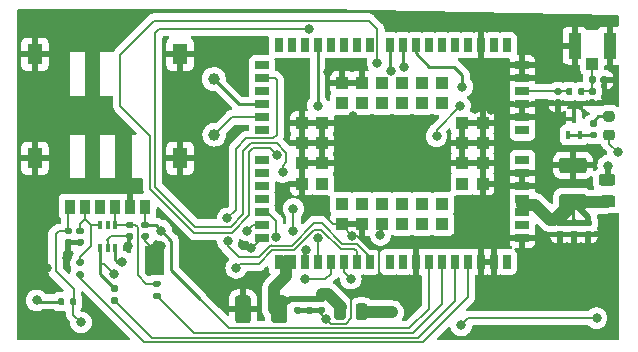
<source format=gbr>
G04 #@! TF.GenerationSoftware,KiCad,Pcbnew,6.0.10+dfsg-1~bpo11+1*
G04 #@! TF.CreationDate,2023-02-03T04:09:12+00:00*
G04 #@! TF.ProjectId,cellular-featherwing-pcb,63656c6c-756c-4617-922d-666561746865,rev?*
G04 #@! TF.SameCoordinates,Original*
G04 #@! TF.FileFunction,Copper,L1,Top*
G04 #@! TF.FilePolarity,Positive*
%FSLAX46Y46*%
G04 Gerber Fmt 4.6, Leading zero omitted, Abs format (unit mm)*
G04 Created by KiCad (PCBNEW 6.0.10+dfsg-1~bpo11+1) date 2023-02-03 04:09:12*
%MOMM*%
%LPD*%
G01*
G04 APERTURE LIST*
G04 #@! TA.AperFunction,SMDPad,CuDef*
%ADD10C,1.000000*%
G04 #@! TD*
G04 #@! TA.AperFunction,SMDPad,CuDef*
%ADD11R,0.700000X1.150000*%
G04 #@! TD*
G04 #@! TA.AperFunction,SMDPad,CuDef*
%ADD12R,1.150000X0.700000*%
G04 #@! TD*
G04 #@! TA.AperFunction,SMDPad,CuDef*
%ADD13R,1.000000X1.000000*%
G04 #@! TD*
G04 #@! TA.AperFunction,SMDPad,CuDef*
%ADD14R,1.000000X1.050000*%
G04 #@! TD*
G04 #@! TA.AperFunction,SMDPad,CuDef*
%ADD15R,1.050000X2.200000*%
G04 #@! TD*
G04 #@! TA.AperFunction,SMDPad,CuDef*
%ADD16R,0.900000X1.200000*%
G04 #@! TD*
G04 #@! TA.AperFunction,SMDPad,CuDef*
%ADD17R,1.300000X1.800000*%
G04 #@! TD*
G04 #@! TA.AperFunction,SMDPad,CuDef*
%ADD18R,0.355600X0.762000*%
G04 #@! TD*
G04 #@! TA.AperFunction,SMDPad,CuDef*
%ADD19R,0.350000X0.800000*%
G04 #@! TD*
G04 #@! TA.AperFunction,ViaPad*
%ADD20C,0.800000*%
G04 #@! TD*
G04 #@! TA.AperFunction,Conductor*
%ADD21C,0.250000*%
G04 #@! TD*
G04 #@! TA.AperFunction,Conductor*
%ADD22C,0.200000*%
G04 #@! TD*
G04 #@! TA.AperFunction,Conductor*
%ADD23C,1.000000*%
G04 #@! TD*
G04 #@! TA.AperFunction,Conductor*
%ADD24C,0.500000*%
G04 #@! TD*
G04 APERTURE END LIST*
D10*
X140250000Y-91100000D03*
D11*
X165000000Y-83520000D03*
X163900000Y-83520000D03*
X162800000Y-83520000D03*
X161700000Y-83520000D03*
X160600000Y-83520000D03*
X159500000Y-83520000D03*
X158400000Y-83520000D03*
X157300000Y-83520000D03*
X156200000Y-83520000D03*
X155100000Y-83520000D03*
X153400000Y-83520000D03*
X152300000Y-83520000D03*
X151200000Y-83520000D03*
X150100000Y-83520000D03*
X149000000Y-83520000D03*
X147900000Y-83520000D03*
X146800000Y-83520000D03*
X145700000Y-83520000D03*
D12*
X144270000Y-85250000D03*
X144270000Y-86350000D03*
X144270000Y-87450000D03*
X144270000Y-88550000D03*
X144270000Y-89650000D03*
X144270000Y-90750000D03*
X144270000Y-93250000D03*
X144270000Y-94350000D03*
X144270000Y-95450000D03*
X144270000Y-96550000D03*
X144270000Y-97650000D03*
X144270000Y-98750000D03*
X144270000Y-99850000D03*
D11*
X145700000Y-101880000D03*
X146800000Y-101880000D03*
X147900000Y-101880000D03*
X149000000Y-101880000D03*
X150100000Y-101880000D03*
X151200000Y-101880000D03*
X152300000Y-101880000D03*
X153400000Y-101880000D03*
X155100000Y-101880000D03*
X156200000Y-101880000D03*
X157300000Y-101880000D03*
X158400000Y-101880000D03*
X159500000Y-101880000D03*
X160600000Y-101880000D03*
X161700000Y-101880000D03*
X162800000Y-101880000D03*
X163900000Y-101880000D03*
X165000000Y-101880000D03*
D12*
X166330000Y-99850000D03*
X166330000Y-98750000D03*
X166330000Y-97650000D03*
X166330000Y-96550000D03*
X166330000Y-95450000D03*
X166330000Y-94350000D03*
X166330000Y-93250000D03*
X166330000Y-90750000D03*
X166330000Y-89650000D03*
X166330000Y-88550000D03*
X166330000Y-87450000D03*
X166330000Y-86350000D03*
X166330000Y-85250000D03*
D13*
X159550000Y-86750000D03*
X157850000Y-86750000D03*
X156150000Y-86750000D03*
X154450000Y-86750000D03*
X152750000Y-86750000D03*
X151050000Y-86750000D03*
X147650000Y-90150000D03*
X147650000Y-91850000D03*
X147650000Y-93550000D03*
X147650000Y-95250000D03*
X151050000Y-98650000D03*
X152750000Y-98650000D03*
X154450000Y-98650000D03*
X156150000Y-98650000D03*
X157850000Y-98650000D03*
X159550000Y-98650000D03*
X162950000Y-95250000D03*
X162950000Y-93550000D03*
X162950000Y-91850000D03*
X162950000Y-90150000D03*
X159550000Y-88450000D03*
X157850000Y-88450000D03*
X156150000Y-88450000D03*
X154450000Y-88450000D03*
X152750000Y-88450000D03*
X151050000Y-88450000D03*
X149350000Y-90150000D03*
X149350000Y-91850000D03*
X149350000Y-93550000D03*
X149350000Y-95250000D03*
X151050000Y-96950000D03*
X152750000Y-96950000D03*
X154450000Y-96950000D03*
X156150000Y-96950000D03*
X157850000Y-96950000D03*
X159550000Y-96950000D03*
X161250000Y-95250000D03*
X161250000Y-93550000D03*
X161250000Y-91850000D03*
X161250000Y-90150000D03*
G04 #@! TA.AperFunction,SMDPad,CuDef*
G36*
G01*
X127000000Y-105425000D02*
X127000000Y-105055000D01*
G75*
G02*
X127135000Y-104920000I135000J0D01*
G01*
X127405000Y-104920000D01*
G75*
G02*
X127540000Y-105055000I0J-135000D01*
G01*
X127540000Y-105425000D01*
G75*
G02*
X127405000Y-105560000I-135000J0D01*
G01*
X127135000Y-105560000D01*
G75*
G02*
X127000000Y-105425000I0J135000D01*
G01*
G37*
G04 #@! TD.AperFunction*
G04 #@! TA.AperFunction,SMDPad,CuDef*
G36*
G01*
X128020000Y-105425000D02*
X128020000Y-105055000D01*
G75*
G02*
X128155000Y-104920000I135000J0D01*
G01*
X128425000Y-104920000D01*
G75*
G02*
X128560000Y-105055000I0J-135000D01*
G01*
X128560000Y-105425000D01*
G75*
G02*
X128425000Y-105560000I-135000J0D01*
G01*
X128155000Y-105560000D01*
G75*
G02*
X128020000Y-105425000I0J135000D01*
G01*
G37*
G04 #@! TD.AperFunction*
G04 #@! TA.AperFunction,SMDPad,CuDef*
G36*
G01*
X148130000Y-104740000D02*
X148470000Y-104740000D01*
G75*
G02*
X148610000Y-104880000I0J-140000D01*
G01*
X148610000Y-105160000D01*
G75*
G02*
X148470000Y-105300000I-140000J0D01*
G01*
X148130000Y-105300000D01*
G75*
G02*
X147990000Y-105160000I0J140000D01*
G01*
X147990000Y-104880000D01*
G75*
G02*
X148130000Y-104740000I140000J0D01*
G01*
G37*
G04 #@! TD.AperFunction*
G04 #@! TA.AperFunction,SMDPad,CuDef*
G36*
G01*
X148130000Y-105700000D02*
X148470000Y-105700000D01*
G75*
G02*
X148610000Y-105840000I0J-140000D01*
G01*
X148610000Y-106120000D01*
G75*
G02*
X148470000Y-106260000I-140000J0D01*
G01*
X148130000Y-106260000D01*
G75*
G02*
X147990000Y-106120000I0J140000D01*
G01*
X147990000Y-105840000D01*
G75*
G02*
X148130000Y-105700000I140000J0D01*
G01*
G37*
G04 #@! TD.AperFunction*
G04 #@! TA.AperFunction,SMDPad,CuDef*
G36*
G01*
X170530000Y-98290000D02*
X170870000Y-98290000D01*
G75*
G02*
X171010000Y-98430000I0J-140000D01*
G01*
X171010000Y-98710000D01*
G75*
G02*
X170870000Y-98850000I-140000J0D01*
G01*
X170530000Y-98850000D01*
G75*
G02*
X170390000Y-98710000I0J140000D01*
G01*
X170390000Y-98430000D01*
G75*
G02*
X170530000Y-98290000I140000J0D01*
G01*
G37*
G04 #@! TD.AperFunction*
G04 #@! TA.AperFunction,SMDPad,CuDef*
G36*
G01*
X170530000Y-99250000D02*
X170870000Y-99250000D01*
G75*
G02*
X171010000Y-99390000I0J-140000D01*
G01*
X171010000Y-99670000D01*
G75*
G02*
X170870000Y-99810000I-140000J0D01*
G01*
X170530000Y-99810000D01*
G75*
G02*
X170390000Y-99670000I0J140000D01*
G01*
X170390000Y-99390000D01*
G75*
G02*
X170530000Y-99250000I140000J0D01*
G01*
G37*
G04 #@! TD.AperFunction*
G04 #@! TA.AperFunction,SMDPad,CuDef*
G36*
G01*
X169180000Y-87170000D02*
X169520000Y-87170000D01*
G75*
G02*
X169660000Y-87310000I0J-140000D01*
G01*
X169660000Y-87590000D01*
G75*
G02*
X169520000Y-87730000I-140000J0D01*
G01*
X169180000Y-87730000D01*
G75*
G02*
X169040000Y-87590000I0J140000D01*
G01*
X169040000Y-87310000D01*
G75*
G02*
X169180000Y-87170000I140000J0D01*
G01*
G37*
G04 #@! TD.AperFunction*
G04 #@! TA.AperFunction,SMDPad,CuDef*
G36*
G01*
X169180000Y-88130000D02*
X169520000Y-88130000D01*
G75*
G02*
X169660000Y-88270000I0J-140000D01*
G01*
X169660000Y-88550000D01*
G75*
G02*
X169520000Y-88690000I-140000J0D01*
G01*
X169180000Y-88690000D01*
G75*
G02*
X169040000Y-88550000I0J140000D01*
G01*
X169040000Y-88270000D01*
G75*
G02*
X169180000Y-88130000I140000J0D01*
G01*
G37*
G04 #@! TD.AperFunction*
G04 #@! TA.AperFunction,SMDPad,CuDef*
G36*
G01*
X171580000Y-87265000D02*
X171580000Y-87635000D01*
G75*
G02*
X171445000Y-87770000I-135000J0D01*
G01*
X171175000Y-87770000D01*
G75*
G02*
X171040000Y-87635000I0J135000D01*
G01*
X171040000Y-87265000D01*
G75*
G02*
X171175000Y-87130000I135000J0D01*
G01*
X171445000Y-87130000D01*
G75*
G02*
X171580000Y-87265000I0J-135000D01*
G01*
G37*
G04 #@! TD.AperFunction*
G04 #@! TA.AperFunction,SMDPad,CuDef*
G36*
G01*
X170560000Y-87265000D02*
X170560000Y-87635000D01*
G75*
G02*
X170425000Y-87770000I-135000J0D01*
G01*
X170155000Y-87770000D01*
G75*
G02*
X170020000Y-87635000I0J135000D01*
G01*
X170020000Y-87265000D01*
G75*
G02*
X170155000Y-87130000I135000J0D01*
G01*
X170425000Y-87130000D01*
G75*
G02*
X170560000Y-87265000I0J-135000D01*
G01*
G37*
G04 #@! TD.AperFunction*
G04 #@! TA.AperFunction,SMDPad,CuDef*
G36*
G01*
X172080000Y-87170000D02*
X172420000Y-87170000D01*
G75*
G02*
X172560000Y-87310000I0J-140000D01*
G01*
X172560000Y-87590000D01*
G75*
G02*
X172420000Y-87730000I-140000J0D01*
G01*
X172080000Y-87730000D01*
G75*
G02*
X171940000Y-87590000I0J140000D01*
G01*
X171940000Y-87310000D01*
G75*
G02*
X172080000Y-87170000I140000J0D01*
G01*
G37*
G04 #@! TD.AperFunction*
G04 #@! TA.AperFunction,SMDPad,CuDef*
G36*
G01*
X172080000Y-88130000D02*
X172420000Y-88130000D01*
G75*
G02*
X172560000Y-88270000I0J-140000D01*
G01*
X172560000Y-88550000D01*
G75*
G02*
X172420000Y-88690000I-140000J0D01*
G01*
X172080000Y-88690000D01*
G75*
G02*
X171940000Y-88550000I0J140000D01*
G01*
X171940000Y-88270000D01*
G75*
G02*
X172080000Y-88130000I140000J0D01*
G01*
G37*
G04 #@! TD.AperFunction*
D14*
X172250000Y-85087500D03*
D15*
X170775000Y-83562500D03*
X173725000Y-83562500D03*
G04 #@! TA.AperFunction,SMDPad,CuDef*
G36*
G01*
X150375000Y-106550000D02*
X150375000Y-105650000D01*
G75*
G02*
X150625000Y-105400000I250000J0D01*
G01*
X151150000Y-105400000D01*
G75*
G02*
X151400000Y-105650000I0J-250000D01*
G01*
X151400000Y-106550000D01*
G75*
G02*
X151150000Y-106800000I-250000J0D01*
G01*
X150625000Y-106800000D01*
G75*
G02*
X150375000Y-106550000I0J250000D01*
G01*
G37*
G04 #@! TD.AperFunction*
G04 #@! TA.AperFunction,SMDPad,CuDef*
G36*
G01*
X152200000Y-106550000D02*
X152200000Y-105650000D01*
G75*
G02*
X152450000Y-105400000I250000J0D01*
G01*
X152975000Y-105400000D01*
G75*
G02*
X153225000Y-105650000I0J-250000D01*
G01*
X153225000Y-106550000D01*
G75*
G02*
X152975000Y-106800000I-250000J0D01*
G01*
X152450000Y-106800000D01*
G75*
G02*
X152200000Y-106550000I0J250000D01*
G01*
G37*
G04 #@! TD.AperFunction*
G04 #@! TA.AperFunction,SMDPad,CuDef*
G36*
G01*
X147130000Y-104740000D02*
X147470000Y-104740000D01*
G75*
G02*
X147610000Y-104880000I0J-140000D01*
G01*
X147610000Y-105160000D01*
G75*
G02*
X147470000Y-105300000I-140000J0D01*
G01*
X147130000Y-105300000D01*
G75*
G02*
X146990000Y-105160000I0J140000D01*
G01*
X146990000Y-104880000D01*
G75*
G02*
X147130000Y-104740000I140000J0D01*
G01*
G37*
G04 #@! TD.AperFunction*
G04 #@! TA.AperFunction,SMDPad,CuDef*
G36*
G01*
X147130000Y-105700000D02*
X147470000Y-105700000D01*
G75*
G02*
X147610000Y-105840000I0J-140000D01*
G01*
X147610000Y-106120000D01*
G75*
G02*
X147470000Y-106260000I-140000J0D01*
G01*
X147130000Y-106260000D01*
G75*
G02*
X146990000Y-106120000I0J140000D01*
G01*
X146990000Y-105840000D01*
G75*
G02*
X147130000Y-105700000I140000J0D01*
G01*
G37*
G04 #@! TD.AperFunction*
D10*
X140200000Y-86400000D03*
G04 #@! TA.AperFunction,SMDPad,CuDef*
G36*
G01*
X131965000Y-105420000D02*
X131595000Y-105420000D01*
G75*
G02*
X131460000Y-105285000I0J135000D01*
G01*
X131460000Y-105015000D01*
G75*
G02*
X131595000Y-104880000I135000J0D01*
G01*
X131965000Y-104880000D01*
G75*
G02*
X132100000Y-105015000I0J-135000D01*
G01*
X132100000Y-105285000D01*
G75*
G02*
X131965000Y-105420000I-135000J0D01*
G01*
G37*
G04 #@! TD.AperFunction*
G04 #@! TA.AperFunction,SMDPad,CuDef*
G36*
G01*
X131965000Y-104400000D02*
X131595000Y-104400000D01*
G75*
G02*
X131460000Y-104265000I0J135000D01*
G01*
X131460000Y-103995000D01*
G75*
G02*
X131595000Y-103860000I135000J0D01*
G01*
X131965000Y-103860000D01*
G75*
G02*
X132100000Y-103995000I0J-135000D01*
G01*
X132100000Y-104265000D01*
G75*
G02*
X131965000Y-104400000I-135000J0D01*
G01*
G37*
G04 #@! TD.AperFunction*
G04 #@! TA.AperFunction,SMDPad,CuDef*
G36*
G01*
X132910000Y-98480000D02*
X133250000Y-98480000D01*
G75*
G02*
X133390000Y-98620000I0J-140000D01*
G01*
X133390000Y-98900000D01*
G75*
G02*
X133250000Y-99040000I-140000J0D01*
G01*
X132910000Y-99040000D01*
G75*
G02*
X132770000Y-98900000I0J140000D01*
G01*
X132770000Y-98620000D01*
G75*
G02*
X132910000Y-98480000I140000J0D01*
G01*
G37*
G04 #@! TD.AperFunction*
G04 #@! TA.AperFunction,SMDPad,CuDef*
G36*
G01*
X132910000Y-99440000D02*
X133250000Y-99440000D01*
G75*
G02*
X133390000Y-99580000I0J-140000D01*
G01*
X133390000Y-99860000D01*
G75*
G02*
X133250000Y-100000000I-140000J0D01*
G01*
X132910000Y-100000000D01*
G75*
G02*
X132770000Y-99860000I0J140000D01*
G01*
X132770000Y-99580000D01*
G75*
G02*
X132910000Y-99440000I140000J0D01*
G01*
G37*
G04 #@! TD.AperFunction*
D16*
X134375000Y-97200000D03*
X131835000Y-97200000D03*
X129295000Y-97200000D03*
X133105000Y-97200000D03*
X130565000Y-97200000D03*
X128025000Y-97200000D03*
D17*
X137350000Y-93100000D03*
X125050000Y-93100000D03*
X125050000Y-84300000D03*
X137350000Y-84300000D03*
G04 #@! TA.AperFunction,SMDPad,CuDef*
G36*
G01*
X173950000Y-97275000D02*
X173050000Y-97275000D01*
G75*
G02*
X172800000Y-97025000I0J250000D01*
G01*
X172800000Y-96500000D01*
G75*
G02*
X173050000Y-96250000I250000J0D01*
G01*
X173950000Y-96250000D01*
G75*
G02*
X174200000Y-96500000I0J-250000D01*
G01*
X174200000Y-97025000D01*
G75*
G02*
X173950000Y-97275000I-250000J0D01*
G01*
G37*
G04 #@! TD.AperFunction*
G04 #@! TA.AperFunction,SMDPad,CuDef*
G36*
G01*
X173950000Y-95450000D02*
X173050000Y-95450000D01*
G75*
G02*
X172800000Y-95200000I0J250000D01*
G01*
X172800000Y-94675000D01*
G75*
G02*
X173050000Y-94425000I250000J0D01*
G01*
X173950000Y-94425000D01*
G75*
G02*
X174200000Y-94675000I0J-250000D01*
G01*
X174200000Y-95200000D01*
G75*
G02*
X173950000Y-95450000I-250000J0D01*
G01*
G37*
G04 #@! TD.AperFunction*
D18*
X170200001Y-91123100D03*
X171199999Y-91123100D03*
X170700000Y-89776900D03*
G04 #@! TA.AperFunction,SMDPad,CuDef*
G36*
G01*
X172180000Y-89890000D02*
X172520000Y-89890000D01*
G75*
G02*
X172660000Y-90030000I0J-140000D01*
G01*
X172660000Y-90310000D01*
G75*
G02*
X172520000Y-90450000I-140000J0D01*
G01*
X172180000Y-90450000D01*
G75*
G02*
X172040000Y-90310000I0J140000D01*
G01*
X172040000Y-90030000D01*
G75*
G02*
X172180000Y-89890000I140000J0D01*
G01*
G37*
G04 #@! TD.AperFunction*
G04 #@! TA.AperFunction,SMDPad,CuDef*
G36*
G01*
X172180000Y-90850000D02*
X172520000Y-90850000D01*
G75*
G02*
X172660000Y-90990000I0J-140000D01*
G01*
X172660000Y-91270000D01*
G75*
G02*
X172520000Y-91410000I-140000J0D01*
G01*
X172180000Y-91410000D01*
G75*
G02*
X172040000Y-91270000I0J140000D01*
G01*
X172040000Y-90990000D01*
G75*
G02*
X172180000Y-90850000I140000J0D01*
G01*
G37*
G04 #@! TD.AperFunction*
G04 #@! TA.AperFunction,SMDPad,CuDef*
G36*
G01*
X173515000Y-86290000D02*
X173515000Y-86635000D01*
G75*
G02*
X173367500Y-86782500I-147500J0D01*
G01*
X173072500Y-86782500D01*
G75*
G02*
X172925000Y-86635000I0J147500D01*
G01*
X172925000Y-86290000D01*
G75*
G02*
X173072500Y-86142500I147500J0D01*
G01*
X173367500Y-86142500D01*
G75*
G02*
X173515000Y-86290000I0J-147500D01*
G01*
G37*
G04 #@! TD.AperFunction*
G04 #@! TA.AperFunction,SMDPad,CuDef*
G36*
G01*
X172545000Y-86290000D02*
X172545000Y-86635000D01*
G75*
G02*
X172397500Y-86782500I-147500J0D01*
G01*
X172102500Y-86782500D01*
G75*
G02*
X171955000Y-86635000I0J147500D01*
G01*
X171955000Y-86290000D01*
G75*
G02*
X172102500Y-86142500I147500J0D01*
G01*
X172397500Y-86142500D01*
G75*
G02*
X172545000Y-86290000I0J-147500D01*
G01*
G37*
G04 #@! TD.AperFunction*
G04 #@! TA.AperFunction,SMDPad,CuDef*
G36*
G01*
X149130000Y-104740000D02*
X149470000Y-104740000D01*
G75*
G02*
X149610000Y-104880000I0J-140000D01*
G01*
X149610000Y-105160000D01*
G75*
G02*
X149470000Y-105300000I-140000J0D01*
G01*
X149130000Y-105300000D01*
G75*
G02*
X148990000Y-105160000I0J140000D01*
G01*
X148990000Y-104880000D01*
G75*
G02*
X149130000Y-104740000I140000J0D01*
G01*
G37*
G04 #@! TD.AperFunction*
G04 #@! TA.AperFunction,SMDPad,CuDef*
G36*
G01*
X149130000Y-105700000D02*
X149470000Y-105700000D01*
G75*
G02*
X149610000Y-105840000I0J-140000D01*
G01*
X149610000Y-106120000D01*
G75*
G02*
X149470000Y-106260000I-140000J0D01*
G01*
X149130000Y-106260000D01*
G75*
G02*
X148990000Y-106120000I0J140000D01*
G01*
X148990000Y-105840000D01*
G75*
G02*
X149130000Y-105700000I140000J0D01*
G01*
G37*
G04 #@! TD.AperFunction*
G04 #@! TA.AperFunction,SMDPad,CuDef*
G36*
G01*
X134210000Y-98480000D02*
X134550000Y-98480000D01*
G75*
G02*
X134690000Y-98620000I0J-140000D01*
G01*
X134690000Y-98900000D01*
G75*
G02*
X134550000Y-99040000I-140000J0D01*
G01*
X134210000Y-99040000D01*
G75*
G02*
X134070000Y-98900000I0J140000D01*
G01*
X134070000Y-98620000D01*
G75*
G02*
X134210000Y-98480000I140000J0D01*
G01*
G37*
G04 #@! TD.AperFunction*
G04 #@! TA.AperFunction,SMDPad,CuDef*
G36*
G01*
X134210000Y-99440000D02*
X134550000Y-99440000D01*
G75*
G02*
X134690000Y-99580000I0J-140000D01*
G01*
X134690000Y-99860000D01*
G75*
G02*
X134550000Y-100000000I-140000J0D01*
G01*
X134210000Y-100000000D01*
G75*
G02*
X134070000Y-99860000I0J140000D01*
G01*
X134070000Y-99580000D01*
G75*
G02*
X134210000Y-99440000I140000J0D01*
G01*
G37*
G04 #@! TD.AperFunction*
G04 #@! TA.AperFunction,SMDPad,CuDef*
G36*
G01*
X171525000Y-97450000D02*
X169675000Y-97450000D01*
G75*
G02*
X169425000Y-97200000I0J250000D01*
G01*
X169425000Y-96375000D01*
G75*
G02*
X169675000Y-96125000I250000J0D01*
G01*
X171525000Y-96125000D01*
G75*
G02*
X171775000Y-96375000I0J-250000D01*
G01*
X171775000Y-97200000D01*
G75*
G02*
X171525000Y-97450000I-250000J0D01*
G01*
G37*
G04 #@! TD.AperFunction*
G04 #@! TA.AperFunction,SMDPad,CuDef*
G36*
G01*
X171525000Y-94375000D02*
X169675000Y-94375000D01*
G75*
G02*
X169425000Y-94125000I0J250000D01*
G01*
X169425000Y-93300000D01*
G75*
G02*
X169675000Y-93050000I250000J0D01*
G01*
X171525000Y-93050000D01*
G75*
G02*
X171775000Y-93300000I0J-250000D01*
G01*
X171775000Y-94125000D01*
G75*
G02*
X171525000Y-94375000I-250000J0D01*
G01*
G37*
G04 #@! TD.AperFunction*
G04 #@! TA.AperFunction,SMDPad,CuDef*
G36*
G01*
X129065000Y-103220000D02*
X128695000Y-103220000D01*
G75*
G02*
X128560000Y-103085000I0J135000D01*
G01*
X128560000Y-102815000D01*
G75*
G02*
X128695000Y-102680000I135000J0D01*
G01*
X129065000Y-102680000D01*
G75*
G02*
X129200000Y-102815000I0J-135000D01*
G01*
X129200000Y-103085000D01*
G75*
G02*
X129065000Y-103220000I-135000J0D01*
G01*
G37*
G04 #@! TD.AperFunction*
G04 #@! TA.AperFunction,SMDPad,CuDef*
G36*
G01*
X129065000Y-102200000D02*
X128695000Y-102200000D01*
G75*
G02*
X128560000Y-102065000I0J135000D01*
G01*
X128560000Y-101795000D01*
G75*
G02*
X128695000Y-101660000I135000J0D01*
G01*
X129065000Y-101660000D01*
G75*
G02*
X129200000Y-101795000I0J-135000D01*
G01*
X129200000Y-102065000D01*
G75*
G02*
X129065000Y-102200000I-135000J0D01*
G01*
G37*
G04 #@! TD.AperFunction*
G04 #@! TA.AperFunction,SMDPad,CuDef*
G36*
G01*
X173393750Y-89125000D02*
X173906250Y-89125000D01*
G75*
G02*
X174125000Y-89343750I0J-218750D01*
G01*
X174125000Y-89781250D01*
G75*
G02*
X173906250Y-90000000I-218750J0D01*
G01*
X173393750Y-90000000D01*
G75*
G02*
X173175000Y-89781250I0J218750D01*
G01*
X173175000Y-89343750D01*
G75*
G02*
X173393750Y-89125000I218750J0D01*
G01*
G37*
G04 #@! TD.AperFunction*
G04 #@! TA.AperFunction,SMDPad,CuDef*
G36*
G01*
X173393750Y-90700000D02*
X173906250Y-90700000D01*
G75*
G02*
X174125000Y-90918750I0J-218750D01*
G01*
X174125000Y-91356250D01*
G75*
G02*
X173906250Y-91575000I-218750J0D01*
G01*
X173393750Y-91575000D01*
G75*
G02*
X173175000Y-91356250I0J218750D01*
G01*
X173175000Y-90918750D01*
G75*
G02*
X173393750Y-90700000I218750J0D01*
G01*
G37*
G04 #@! TD.AperFunction*
G04 #@! TA.AperFunction,SMDPad,CuDef*
G36*
G01*
X169330000Y-98290000D02*
X169670000Y-98290000D01*
G75*
G02*
X169810000Y-98430000I0J-140000D01*
G01*
X169810000Y-98710000D01*
G75*
G02*
X169670000Y-98850000I-140000J0D01*
G01*
X169330000Y-98850000D01*
G75*
G02*
X169190000Y-98710000I0J140000D01*
G01*
X169190000Y-98430000D01*
G75*
G02*
X169330000Y-98290000I140000J0D01*
G01*
G37*
G04 #@! TD.AperFunction*
G04 #@! TA.AperFunction,SMDPad,CuDef*
G36*
G01*
X169330000Y-99250000D02*
X169670000Y-99250000D01*
G75*
G02*
X169810000Y-99390000I0J-140000D01*
G01*
X169810000Y-99670000D01*
G75*
G02*
X169670000Y-99810000I-140000J0D01*
G01*
X169330000Y-99810000D01*
G75*
G02*
X169190000Y-99670000I0J140000D01*
G01*
X169190000Y-99390000D01*
G75*
G02*
X169330000Y-99250000I140000J0D01*
G01*
G37*
G04 #@! TD.AperFunction*
G04 #@! TA.AperFunction,SMDPad,CuDef*
G36*
G01*
X127710000Y-98980000D02*
X128050000Y-98980000D01*
G75*
G02*
X128190000Y-99120000I0J-140000D01*
G01*
X128190000Y-99400000D01*
G75*
G02*
X128050000Y-99540000I-140000J0D01*
G01*
X127710000Y-99540000D01*
G75*
G02*
X127570000Y-99400000I0J140000D01*
G01*
X127570000Y-99120000D01*
G75*
G02*
X127710000Y-98980000I140000J0D01*
G01*
G37*
G04 #@! TD.AperFunction*
G04 #@! TA.AperFunction,SMDPad,CuDef*
G36*
G01*
X127710000Y-99940000D02*
X128050000Y-99940000D01*
G75*
G02*
X128190000Y-100080000I0J-140000D01*
G01*
X128190000Y-100360000D01*
G75*
G02*
X128050000Y-100500000I-140000J0D01*
G01*
X127710000Y-100500000D01*
G75*
G02*
X127570000Y-100360000I0J140000D01*
G01*
X127570000Y-100080000D01*
G75*
G02*
X127710000Y-99940000I140000J0D01*
G01*
G37*
G04 #@! TD.AperFunction*
G04 #@! TA.AperFunction,SMDPad,CuDef*
G36*
G01*
X171730000Y-98290000D02*
X172070000Y-98290000D01*
G75*
G02*
X172210000Y-98430000I0J-140000D01*
G01*
X172210000Y-98710000D01*
G75*
G02*
X172070000Y-98850000I-140000J0D01*
G01*
X171730000Y-98850000D01*
G75*
G02*
X171590000Y-98710000I0J140000D01*
G01*
X171590000Y-98430000D01*
G75*
G02*
X171730000Y-98290000I140000J0D01*
G01*
G37*
G04 #@! TD.AperFunction*
G04 #@! TA.AperFunction,SMDPad,CuDef*
G36*
G01*
X171730000Y-99250000D02*
X172070000Y-99250000D01*
G75*
G02*
X172210000Y-99390000I0J-140000D01*
G01*
X172210000Y-99670000D01*
G75*
G02*
X172070000Y-99810000I-140000J0D01*
G01*
X171730000Y-99810000D01*
G75*
G02*
X171590000Y-99670000I0J140000D01*
G01*
X171590000Y-99390000D01*
G75*
G02*
X171730000Y-99250000I140000J0D01*
G01*
G37*
G04 #@! TD.AperFunction*
D19*
X130550000Y-100690000D03*
X131200000Y-100690000D03*
X131850000Y-100690000D03*
X131850000Y-98790000D03*
X131200000Y-98790000D03*
X130550000Y-98790000D03*
G04 #@! TA.AperFunction,SMDPad,CuDef*
G36*
G01*
X128710000Y-98980000D02*
X129050000Y-98980000D01*
G75*
G02*
X129190000Y-99120000I0J-140000D01*
G01*
X129190000Y-99400000D01*
G75*
G02*
X129050000Y-99540000I-140000J0D01*
G01*
X128710000Y-99540000D01*
G75*
G02*
X128570000Y-99400000I0J140000D01*
G01*
X128570000Y-99120000D01*
G75*
G02*
X128710000Y-98980000I140000J0D01*
G01*
G37*
G04 #@! TD.AperFunction*
G04 #@! TA.AperFunction,SMDPad,CuDef*
G36*
G01*
X128710000Y-99940000D02*
X129050000Y-99940000D01*
G75*
G02*
X129190000Y-100080000I0J-140000D01*
G01*
X129190000Y-100360000D01*
G75*
G02*
X129050000Y-100500000I-140000J0D01*
G01*
X128710000Y-100500000D01*
G75*
G02*
X128570000Y-100360000I0J140000D01*
G01*
X128570000Y-100080000D01*
G75*
G02*
X128710000Y-99940000I140000J0D01*
G01*
G37*
G04 #@! TD.AperFunction*
G04 #@! TA.AperFunction,SMDPad,CuDef*
G36*
G01*
X135565000Y-105020000D02*
X135195000Y-105020000D01*
G75*
G02*
X135060000Y-104885000I0J135000D01*
G01*
X135060000Y-104615000D01*
G75*
G02*
X135195000Y-104480000I135000J0D01*
G01*
X135565000Y-104480000D01*
G75*
G02*
X135700000Y-104615000I0J-135000D01*
G01*
X135700000Y-104885000D01*
G75*
G02*
X135565000Y-105020000I-135000J0D01*
G01*
G37*
G04 #@! TD.AperFunction*
G04 #@! TA.AperFunction,SMDPad,CuDef*
G36*
G01*
X135565000Y-104000000D02*
X135195000Y-104000000D01*
G75*
G02*
X135060000Y-103865000I0J135000D01*
G01*
X135060000Y-103595000D01*
G75*
G02*
X135195000Y-103460000I135000J0D01*
G01*
X135565000Y-103460000D01*
G75*
G02*
X135700000Y-103595000I0J-135000D01*
G01*
X135700000Y-103865000D01*
G75*
G02*
X135565000Y-104000000I-135000J0D01*
G01*
G37*
G04 #@! TD.AperFunction*
G04 #@! TA.AperFunction,SMDPad,CuDef*
G36*
G01*
X146400000Y-104975000D02*
X146400000Y-106825000D01*
G75*
G02*
X146150000Y-107075000I-250000J0D01*
G01*
X145325000Y-107075000D01*
G75*
G02*
X145075000Y-106825000I0J250000D01*
G01*
X145075000Y-104975000D01*
G75*
G02*
X145325000Y-104725000I250000J0D01*
G01*
X146150000Y-104725000D01*
G75*
G02*
X146400000Y-104975000I0J-250000D01*
G01*
G37*
G04 #@! TD.AperFunction*
G04 #@! TA.AperFunction,SMDPad,CuDef*
G36*
G01*
X143325000Y-104975000D02*
X143325000Y-106825000D01*
G75*
G02*
X143075000Y-107075000I-250000J0D01*
G01*
X142250000Y-107075000D01*
G75*
G02*
X142000000Y-106825000I0J250000D01*
G01*
X142000000Y-104975000D01*
G75*
G02*
X142250000Y-104725000I250000J0D01*
G01*
X143075000Y-104725000D01*
G75*
G02*
X143325000Y-104975000I0J-250000D01*
G01*
G37*
G04 #@! TD.AperFunction*
D20*
X137900000Y-101900000D03*
X163677600Y-89027000D03*
X127762000Y-101574600D03*
X164000000Y-100050000D03*
X159689800Y-95427800D03*
X158521400Y-95402400D03*
X162306000Y-88925400D03*
X150698200Y-92837000D03*
X135763000Y-100558600D03*
X168046400Y-95504000D03*
X126034800Y-102387400D03*
X143383000Y-100685600D03*
X156159200Y-95326200D03*
X151900000Y-99650000D03*
X157353000Y-95351600D03*
X132969000Y-100507800D03*
X149700000Y-106675500D03*
X168700000Y-102650000D03*
X151739600Y-92862400D03*
X138988800Y-93345000D03*
X151950000Y-89550000D03*
X143350000Y-103300000D03*
X149834600Y-85775800D03*
X125300000Y-88800000D03*
X151800000Y-103300000D03*
X154050000Y-85050000D03*
X145533839Y-92825100D03*
X148250000Y-82149500D03*
X146018176Y-94271068D03*
X174396400Y-92608400D03*
X172600000Y-106650000D03*
X161150000Y-107250000D03*
X161239200Y-87045800D03*
X156311600Y-85344000D03*
X155206526Y-85708154D03*
X148996400Y-88646000D03*
X141351000Y-98196400D03*
X145444502Y-99800500D03*
X143014700Y-99225100D03*
X146939000Y-97383600D03*
X146913600Y-99245100D03*
X148009951Y-100839378D03*
X148999953Y-99850187D03*
X147950000Y-103350000D03*
X142087600Y-102387400D03*
X141386053Y-100094493D03*
X132410200Y-101854000D03*
X125196600Y-105130600D03*
X135750300Y-99225100D03*
X154305000Y-99593400D03*
X161061400Y-88722200D03*
X159054800Y-91236800D03*
X155270200Y-106146600D03*
X173583600Y-93726000D03*
X128955800Y-107010200D03*
X131749800Y-102895400D03*
D21*
X166330000Y-93250000D02*
X165880800Y-93250000D01*
D22*
X153500000Y-104600000D02*
X152400000Y-104600000D01*
X149300000Y-106275500D02*
X149700000Y-106675500D01*
X143383000Y-100685600D02*
X143434400Y-100685600D01*
X151900000Y-99650000D02*
X152300000Y-99650000D01*
X153450000Y-100800000D02*
X154150000Y-100800000D01*
X127762000Y-101574600D02*
X127762000Y-100338000D01*
X133080000Y-99720000D02*
X131496200Y-99720000D01*
X151850000Y-105150000D02*
X151850000Y-106650000D01*
X154200000Y-103900000D02*
X153500000Y-104600000D01*
X147650000Y-95250000D02*
X147650000Y-96011800D01*
X143434400Y-100685600D02*
X144270000Y-99850000D01*
X152300000Y-99650000D02*
X153450000Y-100800000D01*
X131200000Y-100034200D02*
X131200000Y-100690000D01*
X147650000Y-96011800D02*
X150291800Y-98653600D01*
X151850000Y-106650000D02*
X151400000Y-107100000D01*
X151050000Y-98650000D02*
X151050000Y-98800000D01*
X151400000Y-107100000D02*
X150124500Y-107100000D01*
X131496200Y-99720000D02*
X131191000Y-100025200D01*
X154200000Y-100850000D02*
X154200000Y-103900000D01*
X151050000Y-98800000D02*
X151900000Y-99650000D01*
X152400000Y-104600000D02*
X151850000Y-105150000D01*
X149300000Y-105980000D02*
X149300000Y-106275500D01*
X150291800Y-98653600D02*
X150295400Y-98650000D01*
X150295400Y-98650000D02*
X151050000Y-98650000D01*
X135763000Y-100558600D02*
X134823200Y-100558600D01*
X131191000Y-100025200D02*
X131200000Y-100034200D01*
X127762000Y-100338000D02*
X127880000Y-100220000D01*
X134380000Y-100115400D02*
X134380000Y-99720000D01*
X150124500Y-107100000D02*
X149700000Y-106675500D01*
X154150000Y-100800000D02*
X154200000Y-100850000D01*
X134823200Y-100558600D02*
X134380000Y-100115400D01*
X151800000Y-103300000D02*
X151200000Y-102700000D01*
X151200000Y-102700000D02*
X151200000Y-101880000D01*
X141708543Y-99394493D02*
X138528807Y-99394493D01*
X138528807Y-99394493D02*
X134830000Y-95695685D01*
X144958739Y-92250000D02*
X143515686Y-92250000D01*
X134830000Y-91230000D02*
X132250000Y-88650000D01*
X143515686Y-92250000D02*
X143150000Y-92615686D01*
X143150000Y-92615686D02*
X143150000Y-97953036D01*
X145533839Y-92825100D02*
X144958739Y-92250000D01*
X154050000Y-82200000D02*
X154050000Y-85050000D01*
X132250000Y-88650000D02*
X132250000Y-84350000D01*
X153300000Y-81450000D02*
X154050000Y-82200000D01*
X143150000Y-97953036D02*
X141708543Y-99394493D01*
X135150000Y-81450000D02*
X153300000Y-81450000D01*
X132250000Y-84350000D02*
X135150000Y-81450000D01*
X134830000Y-95695685D02*
X134830000Y-91230000D01*
X138596400Y-98896400D02*
X135230000Y-95530000D01*
X146350000Y-93450000D02*
X146350000Y-92651311D01*
X145548689Y-91850000D02*
X143350000Y-91850000D01*
X135230000Y-95530000D02*
X135230000Y-82470000D01*
X148249500Y-82150000D02*
X135550000Y-82150000D01*
X146350000Y-92651311D02*
X145548689Y-91850000D01*
X142700000Y-92500000D02*
X142700000Y-97837350D01*
X135230000Y-82470000D02*
X135550000Y-82150000D01*
X146018176Y-93781824D02*
X146350000Y-93450000D01*
X143350000Y-91850000D02*
X142700000Y-92500000D01*
X141640950Y-98896400D02*
X138596400Y-98896400D01*
X148250000Y-82149500D02*
X148249500Y-82150000D01*
X146018176Y-94271068D02*
X146018176Y-93781824D01*
X142700000Y-97837350D02*
X141640950Y-98896400D01*
X161750000Y-106650000D02*
X161150000Y-107250000D01*
X173650000Y-91137500D02*
X173650000Y-91862000D01*
X173650000Y-91862000D02*
X174396400Y-92608400D01*
X172600000Y-106650000D02*
X161750000Y-106650000D01*
D21*
X160528000Y-85344000D02*
X158445200Y-85344000D01*
X161239200Y-86055200D02*
X160528000Y-85344000D01*
X161239200Y-87045800D02*
X161239200Y-86055200D01*
X158445200Y-85344000D02*
X157300000Y-84198800D01*
X157300000Y-84198800D02*
X157300000Y-83520000D01*
X156200000Y-85232400D02*
X156311600Y-85344000D01*
X156200000Y-83520000D02*
X156200000Y-85232400D01*
X155100000Y-85601628D02*
X155100000Y-83520000D01*
X155206526Y-85708154D02*
X155100000Y-85601628D01*
X149000000Y-83520000D02*
X149000000Y-88642400D01*
X149000000Y-88642400D02*
X148996400Y-88646000D01*
D22*
X145405000Y-86350000D02*
X144270000Y-86350000D01*
X145516600Y-86461600D02*
X145405000Y-86350000D01*
X142950000Y-91400000D02*
X145250000Y-91400000D01*
X142062200Y-97485200D02*
X142062200Y-92287800D01*
X145516600Y-91133400D02*
X145516600Y-86461600D01*
X145250000Y-91400000D02*
X145516600Y-91133400D01*
X142062200Y-92287800D02*
X142950000Y-91400000D01*
X141351000Y-98196400D02*
X142062200Y-97485200D01*
D21*
X142350000Y-88550000D02*
X140200000Y-86400000D01*
X144270000Y-88550000D02*
X142350000Y-88550000D01*
D22*
X141700000Y-89650000D02*
X144270000Y-89650000D01*
X140250000Y-91100000D02*
X141700000Y-89650000D01*
X144695000Y-97650000D02*
X144270000Y-97650000D01*
X145444502Y-99800500D02*
X145444502Y-98399502D01*
X145444502Y-98399502D02*
X144695000Y-97650000D01*
X143014700Y-99225100D02*
X143489800Y-98750000D01*
X143489800Y-98750000D02*
X144270000Y-98750000D01*
D23*
X149352500Y-104610000D02*
X149860000Y-104610000D01*
D24*
X148300000Y-105020000D02*
X149300000Y-105020000D01*
X146617500Y-105020000D02*
X145737500Y-105900000D01*
D21*
X146800000Y-101880000D02*
X145700000Y-101880000D01*
D23*
X149860000Y-104610000D02*
X150940000Y-105690000D01*
X146350000Y-103052600D02*
X145287500Y-104115100D01*
D24*
X147300000Y-105020000D02*
X148300000Y-105020000D01*
D23*
X146350000Y-101847400D02*
X146350000Y-103052600D01*
X145287500Y-104115100D02*
X145287500Y-105867400D01*
D24*
X147300000Y-105020000D02*
X146617500Y-105020000D01*
D22*
X146939000Y-99219700D02*
X146913600Y-99245100D01*
X148009951Y-100839378D02*
X147828000Y-101021329D01*
X146939000Y-97383600D02*
X146939000Y-99219700D01*
X147828000Y-101021329D02*
X147828000Y-101808000D01*
X147828000Y-101808000D02*
X147900000Y-101880000D01*
X148996400Y-99853740D02*
X148996400Y-101092000D01*
X149000000Y-101095600D02*
X149000000Y-101880000D01*
X148996400Y-101092000D02*
X149000000Y-101095600D01*
X148999953Y-99850187D02*
X148996400Y-99853740D01*
X150100000Y-102900000D02*
X150100000Y-101880000D01*
X149650000Y-103350000D02*
X150100000Y-102900000D01*
X147950000Y-103350000D02*
X149650000Y-103350000D01*
X142443200Y-102031800D02*
X144023200Y-102031800D01*
X148709899Y-99150187D02*
X149289903Y-99150187D01*
X152300000Y-100992000D02*
X152300000Y-101880000D01*
X149289903Y-99150187D02*
X150939716Y-100800000D01*
X142087600Y-102387400D02*
X142443200Y-102031800D01*
X150939716Y-100800000D02*
X152108000Y-100800000D01*
X152108000Y-100800000D02*
X152300000Y-100992000D01*
X145154500Y-100900500D02*
X146959586Y-100900500D01*
X144023200Y-102031800D02*
X145154500Y-100900500D01*
X146959586Y-100900500D02*
X148709899Y-99150187D01*
X151055402Y-100350000D02*
X152295000Y-100350000D01*
X145154552Y-100500500D02*
X146793900Y-100500500D01*
X152295000Y-100350000D02*
X153400000Y-101455000D01*
X144016314Y-101473000D02*
X145000514Y-100488800D01*
X153400000Y-101455000D02*
X153400000Y-101880000D01*
X142290800Y-101473000D02*
X144016314Y-101473000D01*
X149333602Y-98628200D02*
X151055402Y-100350000D01*
X146793900Y-100500500D02*
X148666200Y-98628200D01*
X141386053Y-100094493D02*
X141386053Y-100568253D01*
X145142852Y-100488800D02*
X145154552Y-100500500D01*
X145000514Y-100488800D02*
X145142852Y-100488800D01*
X148666200Y-98628200D02*
X149333602Y-98628200D01*
X141386053Y-100568253D02*
X142290800Y-101473000D01*
D21*
X131826000Y-101676200D02*
X131826000Y-100714000D01*
X132003800Y-101854000D02*
X131826000Y-101676200D01*
D22*
X134380000Y-98760000D02*
X134380000Y-97205000D01*
D21*
X125306000Y-105240000D02*
X125196600Y-105130600D01*
X131826000Y-100714000D02*
X131850000Y-100690000D01*
D22*
X135750300Y-99225100D02*
X135285200Y-98760000D01*
X156736200Y-107500000D02*
X158400000Y-105836200D01*
D21*
X135285200Y-98760000D02*
X134380000Y-98760000D01*
D22*
X139000000Y-105000000D02*
X141500000Y-107500000D01*
D21*
X127270000Y-105240000D02*
X125306000Y-105240000D01*
X132410200Y-101854000D02*
X132003800Y-101854000D01*
D22*
X141500000Y-107500000D02*
X156736200Y-107500000D01*
D21*
X136601200Y-102601200D02*
X136601200Y-100076000D01*
X136601200Y-100076000D02*
X135285200Y-98760000D01*
D22*
X158400000Y-105836200D02*
X158400000Y-101880000D01*
D21*
X139000000Y-105000000D02*
X136601200Y-102601200D01*
D22*
X159500000Y-105422000D02*
X157022000Y-107900000D01*
X138530000Y-107900000D02*
X135380000Y-104750000D01*
X157022000Y-107900000D02*
X138530000Y-107900000D01*
X159500000Y-101880000D02*
X159500000Y-105422000D01*
X160600000Y-105211000D02*
X157511000Y-108300000D01*
X157511000Y-108300000D02*
X134930000Y-108300000D01*
X160600000Y-101880000D02*
X160600000Y-105211000D01*
X134930000Y-108300000D02*
X131780000Y-105150000D01*
X161700000Y-104873000D02*
X157873000Y-108700000D01*
X157873000Y-108700000D02*
X134328600Y-108700000D01*
X134328600Y-108700000D02*
X128880000Y-103251400D01*
X161700000Y-101880000D02*
X161700000Y-104873000D01*
X128880000Y-103251400D02*
X128880000Y-102950000D01*
D23*
X168700000Y-98350000D02*
X169037500Y-98350000D01*
D21*
X170600000Y-98470000D02*
X170700000Y-98570000D01*
D24*
X166330000Y-97030000D02*
X166330000Y-97650000D01*
D23*
X169037500Y-98350000D02*
X170600000Y-96787500D01*
D24*
X171900000Y-98570000D02*
X171900000Y-98087500D01*
X169500000Y-98570000D02*
X170700000Y-98570000D01*
X171900000Y-98087500D02*
X170600000Y-96787500D01*
D21*
X173475000Y-96787500D02*
X173500000Y-96762500D01*
D23*
X167380000Y-97030000D02*
X168700000Y-98350000D01*
D24*
X171900000Y-98570000D02*
X170700000Y-98570000D01*
D21*
X170600000Y-96787500D02*
X170600000Y-97470000D01*
D23*
X166330000Y-97030000D02*
X167380000Y-97030000D01*
X170600000Y-96787500D02*
X173475000Y-96787500D01*
D21*
X170600000Y-97470000D02*
X169500000Y-98570000D01*
X170700000Y-96887500D02*
X170600000Y-96787500D01*
X170600000Y-96787500D02*
X170600000Y-98470000D01*
D24*
X166330000Y-96550000D02*
X166330000Y-97030000D01*
D22*
X169350000Y-87450000D02*
X170290000Y-87450000D01*
X166330000Y-87450000D02*
X169350000Y-87450000D01*
X154450000Y-99448400D02*
X154450000Y-98650000D01*
X154305000Y-99593400D02*
X154450000Y-99448400D01*
X159054800Y-91236800D02*
X159054800Y-90728800D01*
X159054800Y-90728800D02*
X161061400Y-88722200D01*
X172250000Y-86462500D02*
X172250000Y-85087500D01*
X172250000Y-87450000D02*
X172250000Y-86462500D01*
X171310000Y-87450000D02*
X172250000Y-87450000D01*
D24*
X173583600Y-93726000D02*
X173583600Y-94853900D01*
D22*
X152759100Y-106146600D02*
X152712500Y-106100000D01*
D23*
X155270200Y-106146600D02*
X152759100Y-106146600D01*
D22*
X173583600Y-94853900D02*
X173500000Y-94937500D01*
X126796800Y-102666800D02*
X128320800Y-104190800D01*
X128290000Y-106344400D02*
X128955800Y-107010200D01*
X127880000Y-99260000D02*
X127880000Y-97345000D01*
X128320800Y-104190800D02*
X128320800Y-105209200D01*
X127054000Y-99260000D02*
X126796800Y-99517200D01*
D21*
X130550000Y-102900000D02*
X130550000Y-102088600D01*
X131780000Y-104130000D02*
X130550000Y-102900000D01*
D22*
X126796800Y-99517200D02*
X126796800Y-102666800D01*
X128290000Y-105240000D02*
X128290000Y-106344400D01*
X128320800Y-105209200D02*
X128290000Y-105240000D01*
X131749800Y-102895400D02*
X130943000Y-102088600D01*
X127880000Y-99260000D02*
X127054000Y-99260000D01*
D21*
X130550000Y-102088600D02*
X130550000Y-100690000D01*
D22*
X130943000Y-102088600D02*
X130550000Y-102088600D01*
X133080000Y-98760000D02*
X133558000Y-98760000D01*
X133080000Y-98760000D02*
X131880000Y-98760000D01*
X133756400Y-98958400D02*
X133756400Y-103022400D01*
X134464000Y-103730000D02*
X135380000Y-103730000D01*
X131850000Y-98790000D02*
X131850000Y-97215000D01*
X133756400Y-103022400D02*
X134464000Y-103730000D01*
X133558000Y-98760000D02*
X133756400Y-98958400D01*
X128880000Y-99260000D02*
X128880000Y-98670000D01*
X129830000Y-98790000D02*
X129295000Y-98255000D01*
X128880000Y-101440000D02*
X129780000Y-100540000D01*
X128880000Y-101930000D02*
X128880000Y-101440000D01*
X129780000Y-100540000D02*
X129780000Y-98790000D01*
X129295000Y-98255000D02*
X129295000Y-97200000D01*
X128880000Y-98670000D02*
X129295000Y-98255000D01*
X130550000Y-98790000D02*
X129830000Y-98790000D01*
D21*
X172720000Y-89560400D02*
X173647900Y-89560400D01*
X172350000Y-90170000D02*
X172350000Y-89930400D01*
X172350000Y-89930400D02*
X172720000Y-89560400D01*
X173647900Y-89560400D02*
X173650000Y-89562500D01*
X171206899Y-91130000D02*
X171199999Y-91123100D01*
X172350000Y-91130000D02*
X171206899Y-91130000D01*
X171199999Y-91123100D02*
X170200001Y-91123100D01*
G04 #@! TA.AperFunction,Conductor*
G36*
X149443196Y-80508523D02*
G01*
X174367923Y-80987845D01*
X174435646Y-81009153D01*
X174481099Y-81063693D01*
X174491500Y-81113822D01*
X174491500Y-81835082D01*
X174471498Y-81903203D01*
X174417842Y-81949696D01*
X174351892Y-81960345D01*
X174301486Y-81954869D01*
X174294672Y-81954500D01*
X173997115Y-81954500D01*
X173981876Y-81958975D01*
X173980671Y-81960365D01*
X173979000Y-81968048D01*
X173979000Y-85152384D01*
X173983475Y-85167623D01*
X173984865Y-85168828D01*
X173992548Y-85170499D01*
X174294669Y-85170499D01*
X174301491Y-85170129D01*
X174351895Y-85164655D01*
X174421777Y-85177184D01*
X174473792Y-85225506D01*
X174491500Y-85289918D01*
X174491500Y-88624479D01*
X174471498Y-88692600D01*
X174417842Y-88739093D01*
X174347568Y-88749197D01*
X174299385Y-88731739D01*
X174221929Y-88683995D01*
X174221926Y-88683993D01*
X174215692Y-88680151D01*
X174208743Y-88677846D01*
X174061262Y-88628928D01*
X174061260Y-88628928D01*
X174054731Y-88626762D01*
X173954572Y-88616500D01*
X173345428Y-88616500D01*
X173342182Y-88616837D01*
X173342178Y-88616837D01*
X173308397Y-88620342D01*
X173244018Y-88627022D01*
X173131750Y-88664478D01*
X173060801Y-88667064D01*
X173052067Y-88664000D01*
X171456442Y-88664000D01*
X171442911Y-88667973D01*
X171441776Y-88675871D01*
X171478357Y-88801784D01*
X171484604Y-88816220D01*
X171559876Y-88943499D01*
X171569516Y-88955926D01*
X171674074Y-89060484D01*
X171686501Y-89070124D01*
X171813780Y-89145396D01*
X171828216Y-89151643D01*
X171937072Y-89183269D01*
X171996908Y-89221482D01*
X172026585Y-89285979D01*
X172016681Y-89356281D01*
X171970342Y-89410069D01*
X171937073Y-89425263D01*
X171920403Y-89430106D01*
X171913581Y-89434141D01*
X171913580Y-89434141D01*
X171838570Y-89478502D01*
X171779371Y-89513512D01*
X171663512Y-89629371D01*
X171659480Y-89636189D01*
X171659476Y-89636194D01*
X171620252Y-89702518D01*
X171568359Y-89750970D01*
X171498508Y-89763675D01*
X171432878Y-89736599D01*
X171392304Y-89678339D01*
X171385799Y-89638378D01*
X171385799Y-89351231D01*
X171385429Y-89344410D01*
X171379905Y-89293548D01*
X171376279Y-89278296D01*
X171331124Y-89157846D01*
X171322586Y-89142251D01*
X171246085Y-89040176D01*
X171233524Y-89027615D01*
X171131449Y-88951114D01*
X171115854Y-88942576D01*
X170995406Y-88897422D01*
X170980151Y-88893795D01*
X170929286Y-88888269D01*
X170922472Y-88887900D01*
X170895915Y-88887900D01*
X170880676Y-88892375D01*
X170879471Y-88893765D01*
X170877800Y-88901448D01*
X170877800Y-89828700D01*
X170857798Y-89896821D01*
X170804142Y-89943314D01*
X170751800Y-89954700D01*
X170032316Y-89954700D01*
X170017077Y-89959175D01*
X170015872Y-89960565D01*
X170014201Y-89968248D01*
X170014201Y-90117488D01*
X169994199Y-90185609D01*
X169940543Y-90232102D01*
X169918662Y-90239619D01*
X169911885Y-90240355D01*
X169904490Y-90243127D01*
X169904487Y-90243128D01*
X169810128Y-90278502D01*
X169775496Y-90291485D01*
X169658940Y-90378839D01*
X169571586Y-90495395D01*
X169520456Y-90631784D01*
X169513701Y-90693966D01*
X169513701Y-91552234D01*
X169520456Y-91614416D01*
X169571586Y-91750805D01*
X169658940Y-91867361D01*
X169775496Y-91954715D01*
X169911885Y-92005845D01*
X169974067Y-92012600D01*
X170425935Y-92012600D01*
X170488117Y-92005845D01*
X170572074Y-91974371D01*
X170616102Y-91957866D01*
X170616105Y-91957864D01*
X170624506Y-91954715D01*
X170631688Y-91949332D01*
X170639491Y-91945060D01*
X170708848Y-91929891D01*
X170760509Y-91945060D01*
X170768312Y-91949332D01*
X170775494Y-91954715D01*
X170783895Y-91957864D01*
X170783898Y-91957866D01*
X170827926Y-91974371D01*
X170911883Y-92005845D01*
X170974065Y-92012600D01*
X171425933Y-92012600D01*
X171488115Y-92005845D01*
X171624504Y-91954715D01*
X171741060Y-91867361D01*
X171741355Y-91867754D01*
X171798188Y-91836720D01*
X171869003Y-91841785D01*
X171889110Y-91851388D01*
X171920403Y-91869894D01*
X171928014Y-91872105D01*
X171928016Y-91872106D01*
X171974880Y-91885721D01*
X172077746Y-91915606D01*
X172084151Y-91916110D01*
X172084156Y-91916111D01*
X172112060Y-91918307D01*
X172112068Y-91918307D01*
X172114516Y-91918500D01*
X172585484Y-91918500D01*
X172587932Y-91918307D01*
X172587940Y-91918307D01*
X172615844Y-91916111D01*
X172615849Y-91916110D01*
X172622254Y-91915606D01*
X172779597Y-91869894D01*
X172780162Y-91871840D01*
X172840039Y-91864448D01*
X172908639Y-91899610D01*
X172939947Y-91930864D01*
X172946177Y-91934704D01*
X172946178Y-91934705D01*
X172980117Y-91955625D01*
X173010529Y-91974371D01*
X173012602Y-91975649D01*
X173062894Y-92034690D01*
X173118476Y-92168876D01*
X173123503Y-92175427D01*
X173123504Y-92175429D01*
X173191520Y-92264069D01*
X173191526Y-92264075D01*
X173216013Y-92295987D01*
X173222568Y-92301017D01*
X173241379Y-92315452D01*
X173253770Y-92326319D01*
X173446681Y-92519230D01*
X173480707Y-92581542D01*
X173483241Y-92605116D01*
X173482896Y-92608400D01*
X173483586Y-92614965D01*
X173492648Y-92701186D01*
X173479876Y-92771024D01*
X173431374Y-92822871D01*
X173393535Y-92837602D01*
X173307778Y-92855831D01*
X173307773Y-92855833D01*
X173301312Y-92857206D01*
X173295282Y-92859891D01*
X173295281Y-92859891D01*
X173132878Y-92932197D01*
X173132876Y-92932198D01*
X173126848Y-92934882D01*
X172972347Y-93047134D01*
X172844560Y-93189056D01*
X172749073Y-93354444D01*
X172690058Y-93536072D01*
X172689368Y-93542633D01*
X172689368Y-93542635D01*
X172682409Y-93608851D01*
X172670096Y-93726000D01*
X172670786Y-93732565D01*
X172690058Y-93915928D01*
X172688518Y-93916090D01*
X172683722Y-93978988D01*
X172640907Y-94035622D01*
X172632192Y-94041534D01*
X172575652Y-94076522D01*
X172570479Y-94081704D01*
X172498173Y-94154136D01*
X172435890Y-94188215D01*
X172365070Y-94183212D01*
X172308198Y-94140715D01*
X172283329Y-94074216D01*
X172283000Y-94065118D01*
X172283000Y-93984615D01*
X172278525Y-93969376D01*
X172277135Y-93968171D01*
X172269452Y-93966500D01*
X170872115Y-93966500D01*
X170856876Y-93970975D01*
X170855671Y-93972365D01*
X170854000Y-93980048D01*
X170854000Y-94864884D01*
X170858475Y-94880123D01*
X170859865Y-94881328D01*
X170867548Y-94882999D01*
X171572095Y-94882999D01*
X171578614Y-94882662D01*
X171674206Y-94872743D01*
X171687600Y-94869851D01*
X171841784Y-94818412D01*
X171854962Y-94812239D01*
X171992807Y-94726937D01*
X172004208Y-94717901D01*
X172076327Y-94645657D01*
X172138610Y-94611578D01*
X172209430Y-94616581D01*
X172266303Y-94659079D01*
X172291171Y-94725577D01*
X172291500Y-94734675D01*
X172291500Y-95250400D01*
X172291837Y-95253646D01*
X172291837Y-95253650D01*
X172298188Y-95314856D01*
X172302474Y-95356166D01*
X172358450Y-95523946D01*
X172397283Y-95586699D01*
X172416120Y-95655148D01*
X172394959Y-95722918D01*
X172340519Y-95768489D01*
X172290138Y-95779000D01*
X172039379Y-95779000D01*
X171973263Y-95760260D01*
X171853968Y-95686725D01*
X171853966Y-95686724D01*
X171847738Y-95682885D01*
X171687254Y-95629655D01*
X171686389Y-95629368D01*
X171686387Y-95629368D01*
X171679861Y-95627203D01*
X171673025Y-95626503D01*
X171673022Y-95626502D01*
X171629969Y-95622091D01*
X171575400Y-95616500D01*
X169624600Y-95616500D01*
X169621354Y-95616837D01*
X169621350Y-95616837D01*
X169525692Y-95626762D01*
X169525688Y-95626763D01*
X169518834Y-95627474D01*
X169512298Y-95629655D01*
X169512296Y-95629655D01*
X169380194Y-95673728D01*
X169351054Y-95683450D01*
X169200652Y-95776522D01*
X169195479Y-95781704D01*
X169168782Y-95808448D01*
X169075695Y-95901697D01*
X169071855Y-95907927D01*
X169071854Y-95907928D01*
X168987837Y-96044229D01*
X168982885Y-96052262D01*
X168969748Y-96091869D01*
X168935800Y-96194221D01*
X168927203Y-96220139D01*
X168926503Y-96226975D01*
X168926502Y-96226978D01*
X168922091Y-96270031D01*
X168916500Y-96324600D01*
X168916500Y-96836076D01*
X168896498Y-96904197D01*
X168842842Y-96950690D01*
X168772568Y-96960794D01*
X168707988Y-96931300D01*
X168701405Y-96925171D01*
X168136855Y-96360621D01*
X168127753Y-96350478D01*
X168107897Y-96325782D01*
X168104032Y-96320975D01*
X168065578Y-96288708D01*
X168061931Y-96285528D01*
X168060119Y-96283885D01*
X168057925Y-96281691D01*
X168024651Y-96254358D01*
X168023853Y-96253696D01*
X167952526Y-96193846D01*
X167947856Y-96191278D01*
X167943739Y-96187897D01*
X167871914Y-96149385D01*
X167861914Y-96144023D01*
X167860755Y-96143394D01*
X167784619Y-96101538D01*
X167784611Y-96101535D01*
X167779213Y-96098567D01*
X167774131Y-96096955D01*
X167769437Y-96094438D01*
X167680469Y-96067238D01*
X167679441Y-96066918D01*
X167590694Y-96038765D01*
X167585398Y-96038171D01*
X167580302Y-96036613D01*
X167520801Y-96030569D01*
X167455052Y-96003785D01*
X167414219Y-95945705D01*
X167408273Y-95891607D01*
X167412631Y-95851488D01*
X167413000Y-95844668D01*
X167413000Y-95722115D01*
X167408525Y-95706876D01*
X167407135Y-95705671D01*
X167399452Y-95704000D01*
X167049986Y-95704000D01*
X167021835Y-95700699D01*
X167015316Y-95698255D01*
X167007468Y-95697402D01*
X167007466Y-95697402D01*
X166956531Y-95691869D01*
X166953134Y-95691500D01*
X165706866Y-95691500D01*
X165703469Y-95691869D01*
X165652534Y-95697402D01*
X165652532Y-95697402D01*
X165644684Y-95698255D01*
X165638165Y-95700699D01*
X165610014Y-95704000D01*
X165265116Y-95704000D01*
X165249877Y-95708475D01*
X165248672Y-95709865D01*
X165247001Y-95717548D01*
X165247001Y-95844668D01*
X165247371Y-95851490D01*
X165252895Y-95902352D01*
X165256521Y-95917604D01*
X165270562Y-95955058D01*
X165275745Y-96025865D01*
X165270562Y-96043516D01*
X165253255Y-96089684D01*
X165246500Y-96151866D01*
X165246500Y-96948134D01*
X165253255Y-97010316D01*
X165256027Y-97017709D01*
X165256027Y-97017711D01*
X165270295Y-97055771D01*
X165275478Y-97126578D01*
X165270295Y-97144229D01*
X165256027Y-97182289D01*
X165253255Y-97189684D01*
X165246500Y-97251866D01*
X165246500Y-98048134D01*
X165246869Y-98051531D01*
X165251438Y-98093587D01*
X165253255Y-98110316D01*
X165256027Y-98117709D01*
X165256027Y-98117711D01*
X165270295Y-98155771D01*
X165275478Y-98226578D01*
X165270295Y-98244229D01*
X165256345Y-98281441D01*
X165253255Y-98289684D01*
X165246500Y-98351866D01*
X165246500Y-99148134D01*
X165253255Y-99210316D01*
X165258797Y-99225100D01*
X165270562Y-99256482D01*
X165275745Y-99327289D01*
X165270562Y-99344942D01*
X165256522Y-99382394D01*
X165252895Y-99397649D01*
X165247369Y-99448514D01*
X165247000Y-99455328D01*
X165247000Y-99577885D01*
X165251475Y-99593124D01*
X165252865Y-99594329D01*
X165260548Y-99596000D01*
X165610014Y-99596000D01*
X165638165Y-99599301D01*
X165644684Y-99601745D01*
X165652532Y-99602598D01*
X165652534Y-99602598D01*
X165687341Y-99606379D01*
X165706866Y-99608500D01*
X166953134Y-99608500D01*
X166972659Y-99606379D01*
X167007466Y-99602598D01*
X167007468Y-99602598D01*
X167015316Y-99601745D01*
X167021835Y-99599301D01*
X167049986Y-99596000D01*
X167394884Y-99596000D01*
X167410123Y-99591525D01*
X167411328Y-99590135D01*
X167412999Y-99582452D01*
X167412999Y-99455331D01*
X167412629Y-99448510D01*
X167407105Y-99397648D01*
X167403479Y-99382396D01*
X167389438Y-99344942D01*
X167384255Y-99274135D01*
X167389438Y-99256482D01*
X167401203Y-99225100D01*
X167406745Y-99210316D01*
X167413500Y-99148134D01*
X167413500Y-98793924D01*
X167433502Y-98725803D01*
X167487158Y-98679310D01*
X167557432Y-98669206D01*
X167622012Y-98698700D01*
X167628595Y-98704829D01*
X167943145Y-99019379D01*
X167952247Y-99029522D01*
X167975968Y-99059025D01*
X167998804Y-99078187D01*
X168014421Y-99091291D01*
X168018069Y-99094472D01*
X168019881Y-99096115D01*
X168022075Y-99098309D01*
X168055349Y-99125642D01*
X168056147Y-99126304D01*
X168127474Y-99186154D01*
X168132144Y-99188722D01*
X168136261Y-99192103D01*
X168194145Y-99223140D01*
X168218086Y-99235977D01*
X168219245Y-99236606D01*
X168295381Y-99278462D01*
X168295389Y-99278465D01*
X168300787Y-99281433D01*
X168305869Y-99283045D01*
X168310563Y-99285562D01*
X168383771Y-99307945D01*
X168399477Y-99312747D01*
X168400735Y-99313139D01*
X168489306Y-99341235D01*
X168494597Y-99341829D01*
X168499698Y-99343388D01*
X168592263Y-99352790D01*
X168593450Y-99352916D01*
X168621929Y-99356111D01*
X168639730Y-99358108D01*
X168639735Y-99358108D01*
X168643227Y-99358500D01*
X168646752Y-99358500D01*
X168647737Y-99358555D01*
X168653432Y-99359003D01*
X168665342Y-99360213D01*
X168690334Y-99362752D01*
X168690339Y-99362752D01*
X168696462Y-99363374D01*
X168742108Y-99359059D01*
X168753967Y-99358500D01*
X168975657Y-99358500D01*
X168989264Y-99359237D01*
X169020762Y-99362659D01*
X169020767Y-99362659D01*
X169026888Y-99363324D01*
X169053138Y-99361027D01*
X169076888Y-99358950D01*
X169081714Y-99358621D01*
X169084191Y-99358500D01*
X169087269Y-99358500D01*
X169090325Y-99358200D01*
X169090332Y-99358200D01*
X169108563Y-99356412D01*
X169130072Y-99354303D01*
X169131253Y-99354193D01*
X169178187Y-99350087D01*
X169215038Y-99353702D01*
X169215230Y-99352653D01*
X169221563Y-99353810D01*
X169227746Y-99355606D01*
X169242661Y-99356780D01*
X169262060Y-99358307D01*
X169262068Y-99358307D01*
X169264516Y-99358500D01*
X169735484Y-99358500D01*
X169737932Y-99358307D01*
X169737940Y-99358307D01*
X169765844Y-99356111D01*
X169765849Y-99356110D01*
X169772254Y-99355606D01*
X169778426Y-99353813D01*
X169778431Y-99353812D01*
X169848333Y-99333503D01*
X169883486Y-99328500D01*
X170316514Y-99328500D01*
X170351667Y-99333503D01*
X170421569Y-99353812D01*
X170421574Y-99353813D01*
X170427746Y-99355606D01*
X170434151Y-99356110D01*
X170434156Y-99356111D01*
X170462060Y-99358307D01*
X170462068Y-99358307D01*
X170464516Y-99358500D01*
X170935484Y-99358500D01*
X170937932Y-99358307D01*
X170937940Y-99358307D01*
X170965844Y-99356111D01*
X170965849Y-99356110D01*
X170972254Y-99355606D01*
X170978426Y-99353813D01*
X170978431Y-99353812D01*
X171048333Y-99333503D01*
X171083486Y-99328500D01*
X171516514Y-99328500D01*
X171551667Y-99333503D01*
X171621569Y-99353812D01*
X171621574Y-99353813D01*
X171627746Y-99355606D01*
X171634151Y-99356110D01*
X171634156Y-99356111D01*
X171662060Y-99358307D01*
X171662068Y-99358307D01*
X171664516Y-99358500D01*
X172135484Y-99358500D01*
X172137932Y-99358307D01*
X172137940Y-99358307D01*
X172165844Y-99356111D01*
X172165849Y-99356110D01*
X172172254Y-99355606D01*
X172319130Y-99312935D01*
X172321984Y-99312106D01*
X172321986Y-99312105D01*
X172329597Y-99309894D01*
X172357240Y-99293546D01*
X172421379Y-99276000D01*
X172693558Y-99276000D01*
X172707089Y-99272027D01*
X172708224Y-99264129D01*
X172671643Y-99138216D01*
X172665395Y-99123778D01*
X172659984Y-99114628D01*
X172642526Y-99045812D01*
X172659985Y-98986353D01*
X172665857Y-98976423D01*
X172669894Y-98969597D01*
X172715606Y-98812254D01*
X172716451Y-98801529D01*
X172718307Y-98777940D01*
X172718307Y-98777932D01*
X172718500Y-98775484D01*
X172718500Y-98364516D01*
X172718115Y-98359622D01*
X172716111Y-98334156D01*
X172716110Y-98334151D01*
X172715606Y-98327746D01*
X172669894Y-98170403D01*
X172670726Y-98170161D01*
X172662007Y-98124012D01*
X172662099Y-98121383D01*
X172663199Y-98114151D01*
X172662482Y-98105328D01*
X172658915Y-98061482D01*
X172658500Y-98051267D01*
X172658500Y-98043207D01*
X172657586Y-98035362D01*
X172655760Y-98019701D01*
X172655209Y-98014980D01*
X172654778Y-98010621D01*
X172653705Y-97997423D01*
X172648860Y-97937864D01*
X172650553Y-97937726D01*
X172656023Y-97875974D01*
X172699526Y-97819867D01*
X172773316Y-97796000D01*
X173524769Y-97796000D01*
X173527824Y-97795700D01*
X173527833Y-97795700D01*
X173646123Y-97784101D01*
X173658419Y-97783500D01*
X174000400Y-97783500D01*
X174003646Y-97783163D01*
X174003650Y-97783163D01*
X174099308Y-97773238D01*
X174099312Y-97773237D01*
X174106166Y-97772526D01*
X174112702Y-97770345D01*
X174112704Y-97770345D01*
X174266998Y-97718868D01*
X174273946Y-97716550D01*
X174299198Y-97700923D01*
X174367648Y-97682086D01*
X174435418Y-97703247D01*
X174480989Y-97757687D01*
X174491500Y-97808068D01*
X174491500Y-108365500D01*
X174471498Y-108433621D01*
X174417842Y-108480114D01*
X174365500Y-108491500D01*
X159246239Y-108491500D01*
X159178118Y-108471498D01*
X159131625Y-108417842D01*
X159121521Y-108347568D01*
X159151015Y-108282988D01*
X159157144Y-108276405D01*
X160046873Y-107386676D01*
X160109185Y-107352650D01*
X160180000Y-107357715D01*
X160236836Y-107400262D01*
X160255042Y-107440388D01*
X160256458Y-107439928D01*
X160315473Y-107621556D01*
X160410960Y-107786944D01*
X160415378Y-107791851D01*
X160415379Y-107791852D01*
X160534325Y-107923955D01*
X160538747Y-107928866D01*
X160693248Y-108041118D01*
X160699276Y-108043802D01*
X160699278Y-108043803D01*
X160861681Y-108116109D01*
X160867712Y-108118794D01*
X160961112Y-108138647D01*
X161048056Y-108157128D01*
X161048061Y-108157128D01*
X161054513Y-108158500D01*
X161245487Y-108158500D01*
X161251939Y-108157128D01*
X161251944Y-108157128D01*
X161338888Y-108138647D01*
X161432288Y-108118794D01*
X161438319Y-108116109D01*
X161600722Y-108043803D01*
X161600724Y-108043802D01*
X161606752Y-108041118D01*
X161761253Y-107928866D01*
X161765675Y-107923955D01*
X161884621Y-107791852D01*
X161884622Y-107791851D01*
X161889040Y-107786944D01*
X161984527Y-107621556D01*
X162043542Y-107439928D01*
X162050752Y-107371329D01*
X162077765Y-107305673D01*
X162135987Y-107265043D01*
X162176062Y-107258500D01*
X171869290Y-107258500D01*
X171937411Y-107278502D01*
X171962926Y-107300189D01*
X171988747Y-107328866D01*
X172010329Y-107344546D01*
X172132576Y-107433364D01*
X172143248Y-107441118D01*
X172149276Y-107443802D01*
X172149278Y-107443803D01*
X172154678Y-107446207D01*
X172317712Y-107518794D01*
X172411113Y-107538647D01*
X172498056Y-107557128D01*
X172498061Y-107557128D01*
X172504513Y-107558500D01*
X172695487Y-107558500D01*
X172701939Y-107557128D01*
X172701944Y-107557128D01*
X172788887Y-107538647D01*
X172882288Y-107518794D01*
X173045322Y-107446207D01*
X173050722Y-107443803D01*
X173050724Y-107443802D01*
X173056752Y-107441118D01*
X173067425Y-107433364D01*
X173178517Y-107352650D01*
X173211253Y-107328866D01*
X173237074Y-107300189D01*
X173334621Y-107191852D01*
X173334622Y-107191851D01*
X173339040Y-107186944D01*
X173434527Y-107021556D01*
X173493542Y-106839928D01*
X173497437Y-106802875D01*
X173512814Y-106656565D01*
X173513504Y-106650000D01*
X173501869Y-106539301D01*
X173494232Y-106466635D01*
X173494232Y-106466633D01*
X173493542Y-106460072D01*
X173434527Y-106278444D01*
X173420166Y-106253569D01*
X173369039Y-106165016D01*
X173339040Y-106113056D01*
X173330051Y-106103072D01*
X173215675Y-105976045D01*
X173215674Y-105976044D01*
X173211253Y-105971134D01*
X173088789Y-105882158D01*
X173062094Y-105862763D01*
X173062093Y-105862762D01*
X173056752Y-105858882D01*
X173050724Y-105856198D01*
X173050722Y-105856197D01*
X172888319Y-105783891D01*
X172888318Y-105783891D01*
X172882288Y-105781206D01*
X172788888Y-105761353D01*
X172701944Y-105742872D01*
X172701939Y-105742872D01*
X172695487Y-105741500D01*
X172504513Y-105741500D01*
X172498061Y-105742872D01*
X172498056Y-105742872D01*
X172411112Y-105761353D01*
X172317712Y-105781206D01*
X172311682Y-105783891D01*
X172311681Y-105783891D01*
X172149278Y-105856197D01*
X172149276Y-105856198D01*
X172143248Y-105858882D01*
X172137907Y-105862762D01*
X172137906Y-105862763D01*
X172111211Y-105882158D01*
X171988747Y-105971134D01*
X171984334Y-105976036D01*
X171984332Y-105976037D01*
X171962926Y-105999811D01*
X171902480Y-106037050D01*
X171869290Y-106041500D01*
X161798136Y-106041500D01*
X161781693Y-106040422D01*
X161750000Y-106036250D01*
X161711831Y-106041275D01*
X161641683Y-106030336D01*
X161588585Y-105983207D01*
X161569395Y-105914853D01*
X161590206Y-105846976D01*
X161606291Y-105827258D01*
X162096234Y-105337315D01*
X162108625Y-105326448D01*
X162127437Y-105312013D01*
X162133987Y-105306987D01*
X162158474Y-105275075D01*
X162158477Y-105275072D01*
X162231523Y-105179876D01*
X162231524Y-105179875D01*
X162241677Y-105155365D01*
X162289678Y-105039479D01*
X162292838Y-105031850D01*
X162308500Y-104912885D01*
X162308500Y-104912878D01*
X162313750Y-104873000D01*
X162309578Y-104841307D01*
X162308500Y-104824864D01*
X162308500Y-103089000D01*
X162328502Y-103020879D01*
X162382158Y-102974386D01*
X162434500Y-102963000D01*
X162527885Y-102963000D01*
X162543124Y-102958525D01*
X162544329Y-102957135D01*
X162546000Y-102949452D01*
X162546000Y-102944884D01*
X163054000Y-102944884D01*
X163058475Y-102960123D01*
X163059865Y-102961328D01*
X163067548Y-102962999D01*
X163194669Y-102962999D01*
X163201490Y-102962629D01*
X163252352Y-102957105D01*
X163267603Y-102953479D01*
X163305770Y-102939171D01*
X163376577Y-102933988D01*
X163394230Y-102939171D01*
X163432394Y-102953478D01*
X163447649Y-102957105D01*
X163498514Y-102962631D01*
X163505328Y-102963000D01*
X163627885Y-102963000D01*
X163643124Y-102958525D01*
X163644329Y-102957135D01*
X163646000Y-102949452D01*
X163646000Y-102503134D01*
X164141500Y-102503134D01*
X164141869Y-102506531D01*
X164147402Y-102557460D01*
X164148255Y-102565316D01*
X164150699Y-102571835D01*
X164154000Y-102599986D01*
X164154000Y-102944884D01*
X164158475Y-102960123D01*
X164159865Y-102961328D01*
X164167548Y-102962999D01*
X164294669Y-102962999D01*
X164301490Y-102962629D01*
X164352352Y-102957105D01*
X164367604Y-102953479D01*
X164405058Y-102939438D01*
X164475865Y-102934255D01*
X164493516Y-102939438D01*
X164539684Y-102956745D01*
X164601866Y-102963500D01*
X165398134Y-102963500D01*
X165460316Y-102956745D01*
X165596705Y-102905615D01*
X165713261Y-102818261D01*
X165800615Y-102701705D01*
X165851745Y-102565316D01*
X165858500Y-102503134D01*
X165858500Y-101256866D01*
X165851745Y-101194684D01*
X165800615Y-101058295D01*
X165713261Y-100941739D01*
X165704037Y-100934826D01*
X165702519Y-100932796D01*
X165699731Y-100930008D01*
X165700133Y-100929606D01*
X165661522Y-100877967D01*
X165656496Y-100807148D01*
X165690556Y-100744855D01*
X165752887Y-100710865D01*
X165779602Y-100708000D01*
X166057885Y-100708000D01*
X166073124Y-100703525D01*
X166074329Y-100702135D01*
X166076000Y-100694452D01*
X166076000Y-100689884D01*
X166584000Y-100689884D01*
X166588475Y-100705123D01*
X166589865Y-100706328D01*
X166597548Y-100707999D01*
X166949669Y-100707999D01*
X166956490Y-100707629D01*
X167007352Y-100702105D01*
X167022604Y-100698479D01*
X167143054Y-100653324D01*
X167158649Y-100644786D01*
X167260724Y-100568285D01*
X167273285Y-100555724D01*
X167349786Y-100453649D01*
X167358324Y-100438054D01*
X167403478Y-100317606D01*
X167407105Y-100302351D01*
X167412631Y-100251486D01*
X167413000Y-100244672D01*
X167413000Y-100122115D01*
X167408525Y-100106876D01*
X167407135Y-100105671D01*
X167399452Y-100104000D01*
X166602115Y-100104000D01*
X166586876Y-100108475D01*
X166585671Y-100109865D01*
X166584000Y-100117548D01*
X166584000Y-100689884D01*
X166076000Y-100689884D01*
X166076000Y-100122115D01*
X166071525Y-100106876D01*
X166070135Y-100105671D01*
X166062452Y-100104000D01*
X165265116Y-100104000D01*
X165249877Y-100108475D01*
X165248672Y-100109865D01*
X165247001Y-100117548D01*
X165247001Y-100244669D01*
X165247371Y-100251490D01*
X165252895Y-100302352D01*
X165256521Y-100317604D01*
X165301676Y-100438054D01*
X165310214Y-100453649D01*
X165386715Y-100555724D01*
X165399278Y-100568287D01*
X165401130Y-100569675D01*
X165402505Y-100571514D01*
X165405626Y-100574635D01*
X165405176Y-100575085D01*
X165443645Y-100626534D01*
X165448669Y-100697353D01*
X165414609Y-100759646D01*
X165352278Y-100793636D01*
X165325564Y-100796500D01*
X164601866Y-100796500D01*
X164539684Y-100803255D01*
X164508045Y-100815116D01*
X164493518Y-100820562D01*
X164422711Y-100825745D01*
X164405058Y-100820562D01*
X164367606Y-100806522D01*
X164352351Y-100802895D01*
X164301486Y-100797369D01*
X164294672Y-100797000D01*
X164172115Y-100797000D01*
X164156876Y-100801475D01*
X164155671Y-100802865D01*
X164154000Y-100810548D01*
X164154000Y-101160014D01*
X164150699Y-101188165D01*
X164148255Y-101194684D01*
X164147402Y-101202532D01*
X164147402Y-101202534D01*
X164141869Y-101253469D01*
X164141500Y-101256866D01*
X164141500Y-102503134D01*
X163646000Y-102503134D01*
X163646000Y-102152115D01*
X163641525Y-102136876D01*
X163640135Y-102135671D01*
X163632452Y-102134000D01*
X163072115Y-102134000D01*
X163056876Y-102138475D01*
X163055671Y-102139865D01*
X163054000Y-102147548D01*
X163054000Y-102944884D01*
X162546000Y-102944884D01*
X162546000Y-102599986D01*
X162549301Y-102571835D01*
X162551745Y-102565316D01*
X162552599Y-102557460D01*
X162558131Y-102506531D01*
X162558500Y-102503134D01*
X162558500Y-101607885D01*
X163054000Y-101607885D01*
X163058475Y-101623124D01*
X163059865Y-101624329D01*
X163067548Y-101626000D01*
X163627885Y-101626000D01*
X163643124Y-101621525D01*
X163644329Y-101620135D01*
X163646000Y-101612452D01*
X163646000Y-100815116D01*
X163641525Y-100799877D01*
X163640135Y-100798672D01*
X163632452Y-100797001D01*
X163505331Y-100797001D01*
X163498510Y-100797371D01*
X163447648Y-100802895D01*
X163432397Y-100806521D01*
X163394230Y-100820829D01*
X163323423Y-100826012D01*
X163305770Y-100820829D01*
X163267606Y-100806522D01*
X163252351Y-100802895D01*
X163201486Y-100797369D01*
X163194672Y-100797000D01*
X163072115Y-100797000D01*
X163056876Y-100801475D01*
X163055671Y-100802865D01*
X163054000Y-100810548D01*
X163054000Y-101607885D01*
X162558500Y-101607885D01*
X162558500Y-101256866D01*
X162558131Y-101253469D01*
X162552598Y-101202534D01*
X162552598Y-101202532D01*
X162551745Y-101194684D01*
X162549301Y-101188165D01*
X162546000Y-101160014D01*
X162546000Y-100815116D01*
X162541525Y-100799877D01*
X162540135Y-100798672D01*
X162532452Y-100797001D01*
X162405331Y-100797001D01*
X162398510Y-100797371D01*
X162347648Y-100802895D01*
X162332396Y-100806521D01*
X162294942Y-100820562D01*
X162224135Y-100825745D01*
X162206482Y-100820562D01*
X162191955Y-100815116D01*
X162160316Y-100803255D01*
X162098134Y-100796500D01*
X161301866Y-100796500D01*
X161298469Y-100796869D01*
X161247534Y-100802402D01*
X161247532Y-100802402D01*
X161239684Y-100803255D01*
X161232291Y-100806027D01*
X161232289Y-100806027D01*
X161194229Y-100820295D01*
X161123422Y-100825478D01*
X161105771Y-100820295D01*
X161067711Y-100806027D01*
X161067709Y-100806027D01*
X161060316Y-100803255D01*
X161052468Y-100802402D01*
X161052466Y-100802402D01*
X161001531Y-100796869D01*
X160998134Y-100796500D01*
X160201866Y-100796500D01*
X160198469Y-100796869D01*
X160147534Y-100802402D01*
X160147532Y-100802402D01*
X160139684Y-100803255D01*
X160132291Y-100806027D01*
X160132289Y-100806027D01*
X160094229Y-100820295D01*
X160023422Y-100825478D01*
X160005771Y-100820295D01*
X159967711Y-100806027D01*
X159967709Y-100806027D01*
X159960316Y-100803255D01*
X159952468Y-100802402D01*
X159952466Y-100802402D01*
X159901531Y-100796869D01*
X159898134Y-100796500D01*
X159101866Y-100796500D01*
X159098469Y-100796869D01*
X159047534Y-100802402D01*
X159047532Y-100802402D01*
X159039684Y-100803255D01*
X159032291Y-100806027D01*
X159032289Y-100806027D01*
X158994229Y-100820295D01*
X158923422Y-100825478D01*
X158905771Y-100820295D01*
X158867711Y-100806027D01*
X158867709Y-100806027D01*
X158860316Y-100803255D01*
X158852468Y-100802402D01*
X158852466Y-100802402D01*
X158801531Y-100796869D01*
X158798134Y-100796500D01*
X158001866Y-100796500D01*
X157939684Y-100803255D01*
X157908045Y-100815116D01*
X157893518Y-100820562D01*
X157822711Y-100825745D01*
X157805058Y-100820562D01*
X157767606Y-100806522D01*
X157752351Y-100802895D01*
X157701486Y-100797369D01*
X157694672Y-100797000D01*
X157572115Y-100797000D01*
X157556876Y-100801475D01*
X157555671Y-100802865D01*
X157554000Y-100810548D01*
X157554000Y-101160014D01*
X157550699Y-101188165D01*
X157548255Y-101194684D01*
X157547402Y-101202532D01*
X157547402Y-101202534D01*
X157541869Y-101253469D01*
X157541500Y-101256866D01*
X157541500Y-102503134D01*
X157541869Y-102506531D01*
X157547402Y-102557460D01*
X157548255Y-102565316D01*
X157550699Y-102571835D01*
X157554000Y-102599986D01*
X157554000Y-102944884D01*
X157558475Y-102960123D01*
X157559865Y-102961328D01*
X157567548Y-102962999D01*
X157665500Y-102962999D01*
X157733621Y-102983001D01*
X157780114Y-103036657D01*
X157791500Y-103088999D01*
X157791500Y-105531961D01*
X157771498Y-105600082D01*
X157754595Y-105621056D01*
X156521056Y-106854595D01*
X156458744Y-106888621D01*
X156431961Y-106891500D01*
X156225332Y-106891500D01*
X156157211Y-106871498D01*
X156110718Y-106817842D01*
X156100614Y-106747568D01*
X156114496Y-106705571D01*
X156171362Y-106600400D01*
X156204398Y-106539301D01*
X156262882Y-106350368D01*
X156263814Y-106341500D01*
X156282911Y-106159804D01*
X156282911Y-106159802D01*
X156283555Y-106153675D01*
X156272122Y-106028042D01*
X156266189Y-105962851D01*
X156266188Y-105962848D01*
X156265630Y-105956712D01*
X156259978Y-105937506D01*
X156226142Y-105822541D01*
X156209790Y-105766981D01*
X156118160Y-105591710D01*
X155994232Y-105437575D01*
X155842726Y-105310446D01*
X155837328Y-105307479D01*
X155837323Y-105307475D01*
X155674808Y-105218133D01*
X155674809Y-105218133D01*
X155669413Y-105215167D01*
X155663546Y-105213306D01*
X155663544Y-105213305D01*
X155486764Y-105157227D01*
X155486763Y-105157227D01*
X155480894Y-105155365D01*
X155326973Y-105138100D01*
X153587987Y-105138100D01*
X153519866Y-105118098D01*
X153498969Y-105101273D01*
X153453483Y-105055866D01*
X153448303Y-105050695D01*
X153442072Y-105046854D01*
X153303968Y-104961725D01*
X153303966Y-104961724D01*
X153297738Y-104957885D01*
X153187853Y-104921438D01*
X153136389Y-104904368D01*
X153136387Y-104904368D01*
X153129861Y-104902203D01*
X153123025Y-104901503D01*
X153123022Y-104901502D01*
X153079969Y-104897091D01*
X153025400Y-104891500D01*
X152399600Y-104891500D01*
X152396354Y-104891837D01*
X152396350Y-104891837D01*
X152300692Y-104901762D01*
X152300688Y-104901763D01*
X152293834Y-104902474D01*
X152287298Y-104904655D01*
X152287296Y-104904655D01*
X152260683Y-104913534D01*
X152126054Y-104958450D01*
X151975652Y-105051522D01*
X151933689Y-105093558D01*
X151871409Y-105127637D01*
X151800589Y-105122634D01*
X151746046Y-105083149D01*
X151695460Y-105019781D01*
X151695457Y-105019778D01*
X151693262Y-105017028D01*
X150616855Y-103940621D01*
X150607753Y-103930478D01*
X150587897Y-103905782D01*
X150584032Y-103900975D01*
X150545578Y-103868708D01*
X150541931Y-103865528D01*
X150540119Y-103863885D01*
X150537925Y-103861691D01*
X150504651Y-103834358D01*
X150503853Y-103833696D01*
X150432526Y-103773846D01*
X150427856Y-103771278D01*
X150423739Y-103767897D01*
X150357733Y-103732505D01*
X150307152Y-103682690D01*
X150291532Y-103613433D01*
X150315835Y-103546726D01*
X150328181Y-103532368D01*
X150496234Y-103364315D01*
X150508625Y-103353448D01*
X150527437Y-103339013D01*
X150533987Y-103333987D01*
X150558474Y-103302075D01*
X150558480Y-103302069D01*
X150626491Y-103213435D01*
X150631524Y-103206876D01*
X150632202Y-103207397D01*
X150678633Y-103163122D01*
X150748346Y-103149683D01*
X150814258Y-103176067D01*
X150825469Y-103186018D01*
X150850281Y-103210830D01*
X150884307Y-103273142D01*
X150886841Y-103296716D01*
X150886496Y-103300000D01*
X150887186Y-103306565D01*
X150905507Y-103480875D01*
X150906458Y-103489928D01*
X150965473Y-103671556D01*
X150968776Y-103677278D01*
X150968777Y-103677279D01*
X150990613Y-103715099D01*
X151060960Y-103836944D01*
X151065378Y-103841851D01*
X151065379Y-103841852D01*
X151177582Y-103966466D01*
X151188747Y-103978866D01*
X151343248Y-104091118D01*
X151349276Y-104093802D01*
X151349278Y-104093803D01*
X151504283Y-104162815D01*
X151517712Y-104168794D01*
X151610299Y-104188474D01*
X151698056Y-104207128D01*
X151698061Y-104207128D01*
X151704513Y-104208500D01*
X151895487Y-104208500D01*
X151901939Y-104207128D01*
X151901944Y-104207128D01*
X151989701Y-104188474D01*
X152082288Y-104168794D01*
X152095717Y-104162815D01*
X152250722Y-104093803D01*
X152250724Y-104093802D01*
X152256752Y-104091118D01*
X152411253Y-103978866D01*
X152422418Y-103966466D01*
X152534621Y-103841852D01*
X152534622Y-103841851D01*
X152539040Y-103836944D01*
X152609387Y-103715099D01*
X152631223Y-103677279D01*
X152631224Y-103677278D01*
X152634527Y-103671556D01*
X152693542Y-103489928D01*
X152694494Y-103480875D01*
X152712814Y-103306565D01*
X152713504Y-103300000D01*
X152693542Y-103110072D01*
X152691501Y-103103791D01*
X152690184Y-103097595D01*
X152695584Y-103026804D01*
X152738400Y-102970171D01*
X152769197Y-102953416D01*
X152805773Y-102939704D01*
X152876579Y-102934522D01*
X152894229Y-102939705D01*
X152932289Y-102953973D01*
X152932291Y-102953973D01*
X152939684Y-102956745D01*
X152947532Y-102957598D01*
X152947534Y-102957598D01*
X152997254Y-102962999D01*
X153001866Y-102963500D01*
X153798134Y-102963500D01*
X153860316Y-102956745D01*
X153996705Y-102905615D01*
X154113261Y-102818261D01*
X154149176Y-102770340D01*
X154206033Y-102727827D01*
X154276851Y-102722801D01*
X154339145Y-102756861D01*
X154350817Y-102770330D01*
X154386739Y-102818261D01*
X154503295Y-102905615D01*
X154639684Y-102956745D01*
X154701866Y-102963500D01*
X155498134Y-102963500D01*
X155502746Y-102962999D01*
X155552466Y-102957598D01*
X155552468Y-102957598D01*
X155560316Y-102956745D01*
X155567709Y-102953973D01*
X155567711Y-102953973D01*
X155605771Y-102939705D01*
X155676578Y-102934522D01*
X155694229Y-102939705D01*
X155732289Y-102953973D01*
X155732291Y-102953973D01*
X155739684Y-102956745D01*
X155747532Y-102957598D01*
X155747534Y-102957598D01*
X155797254Y-102962999D01*
X155801866Y-102963500D01*
X156598134Y-102963500D01*
X156660316Y-102956745D01*
X156706482Y-102939438D01*
X156777289Y-102934255D01*
X156794942Y-102939438D01*
X156832394Y-102953478D01*
X156847649Y-102957105D01*
X156898514Y-102962631D01*
X156905328Y-102963000D01*
X157027885Y-102963000D01*
X157043124Y-102958525D01*
X157044329Y-102957135D01*
X157046000Y-102949452D01*
X157046000Y-102599986D01*
X157049301Y-102571835D01*
X157051745Y-102565316D01*
X157052599Y-102557460D01*
X157058131Y-102506531D01*
X157058500Y-102503134D01*
X157058500Y-101256866D01*
X157058131Y-101253469D01*
X157052598Y-101202534D01*
X157052598Y-101202532D01*
X157051745Y-101194684D01*
X157049301Y-101188165D01*
X157046000Y-101160014D01*
X157046000Y-100815116D01*
X157041525Y-100799877D01*
X157040135Y-100798672D01*
X157032452Y-100797001D01*
X156905331Y-100797001D01*
X156898510Y-100797371D01*
X156847648Y-100802895D01*
X156832396Y-100806521D01*
X156794942Y-100820562D01*
X156724135Y-100825745D01*
X156706482Y-100820562D01*
X156691955Y-100815116D01*
X156660316Y-100803255D01*
X156598134Y-100796500D01*
X155801866Y-100796500D01*
X155798469Y-100796869D01*
X155747534Y-100802402D01*
X155747532Y-100802402D01*
X155739684Y-100803255D01*
X155732291Y-100806027D01*
X155732289Y-100806027D01*
X155694229Y-100820295D01*
X155623422Y-100825478D01*
X155605771Y-100820295D01*
X155567711Y-100806027D01*
X155567709Y-100806027D01*
X155560316Y-100803255D01*
X155552468Y-100802402D01*
X155552466Y-100802402D01*
X155501531Y-100796869D01*
X155498134Y-100796500D01*
X154701866Y-100796500D01*
X154639684Y-100803255D01*
X154503295Y-100854385D01*
X154386739Y-100941739D01*
X154350824Y-100989660D01*
X154293967Y-101032173D01*
X154223149Y-101037199D01*
X154160855Y-101003139D01*
X154149183Y-100989670D01*
X154113261Y-100941739D01*
X153996705Y-100854385D01*
X153860316Y-100803255D01*
X153798134Y-100796500D01*
X153654239Y-100796500D01*
X153586118Y-100776498D01*
X153565144Y-100759595D01*
X152759315Y-99953766D01*
X152748448Y-99941375D01*
X152734013Y-99922563D01*
X152728987Y-99916013D01*
X152697075Y-99891526D01*
X152697072Y-99891523D01*
X152676957Y-99876088D01*
X152608429Y-99823504D01*
X152608427Y-99823503D01*
X152601876Y-99818476D01*
X152594248Y-99815317D01*
X152594244Y-99815314D01*
X152567312Y-99804159D01*
X152512031Y-99759611D01*
X152489609Y-99692248D01*
X152492408Y-99660970D01*
X152496000Y-99644456D01*
X152496000Y-98922115D01*
X152491525Y-98906876D01*
X152490135Y-98905671D01*
X152482452Y-98904000D01*
X150922000Y-98904000D01*
X150853879Y-98883998D01*
X150807386Y-98830342D01*
X150796000Y-98778000D01*
X150796000Y-98522000D01*
X150816002Y-98453879D01*
X150869658Y-98407386D01*
X150922000Y-98396000D01*
X152878000Y-98396000D01*
X152946121Y-98416002D01*
X152992614Y-98469658D01*
X153004000Y-98522000D01*
X153004000Y-99639884D01*
X153008475Y-99655123D01*
X153009865Y-99656328D01*
X153017548Y-99657999D01*
X153284834Y-99657999D01*
X153352955Y-99678001D01*
X153399448Y-99731657D01*
X153410143Y-99770825D01*
X153410767Y-99776758D01*
X153411458Y-99783328D01*
X153470473Y-99964956D01*
X153473776Y-99970678D01*
X153473777Y-99970679D01*
X153502488Y-100020408D01*
X153565960Y-100130344D01*
X153570378Y-100135251D01*
X153570379Y-100135252D01*
X153675040Y-100251490D01*
X153693747Y-100272266D01*
X153848248Y-100384518D01*
X153854276Y-100387202D01*
X153854278Y-100387203D01*
X154007443Y-100455396D01*
X154022712Y-100462194D01*
X154105847Y-100479865D01*
X154203056Y-100500528D01*
X154203061Y-100500528D01*
X154209513Y-100501900D01*
X154400487Y-100501900D01*
X154406939Y-100500528D01*
X154406944Y-100500528D01*
X154504153Y-100479865D01*
X154587288Y-100462194D01*
X154602557Y-100455396D01*
X154755722Y-100387203D01*
X154755724Y-100387202D01*
X154761752Y-100384518D01*
X154916253Y-100272266D01*
X154934960Y-100251490D01*
X155039621Y-100135252D01*
X155039622Y-100135251D01*
X155044040Y-100130344D01*
X155107512Y-100020408D01*
X155136223Y-99970679D01*
X155136224Y-99970678D01*
X155139527Y-99964956D01*
X155194466Y-99795871D01*
X168691776Y-99795871D01*
X168728357Y-99921784D01*
X168734604Y-99936220D01*
X168809876Y-100063499D01*
X168819516Y-100075926D01*
X168924074Y-100180484D01*
X168936501Y-100190124D01*
X169063780Y-100265396D01*
X169078216Y-100271643D01*
X169221641Y-100313312D01*
X169229609Y-100314768D01*
X169243031Y-100311948D01*
X169246000Y-100300487D01*
X169246000Y-100298424D01*
X169754000Y-100298424D01*
X169758344Y-100313219D01*
X169768775Y-100315063D01*
X169778359Y-100313312D01*
X169921784Y-100271643D01*
X169936220Y-100265396D01*
X170035861Y-100206469D01*
X170104678Y-100189010D01*
X170164139Y-100206469D01*
X170263780Y-100265396D01*
X170278216Y-100271643D01*
X170421641Y-100313312D01*
X170429609Y-100314768D01*
X170443031Y-100311948D01*
X170446000Y-100300487D01*
X170446000Y-100298424D01*
X170954000Y-100298424D01*
X170958344Y-100313219D01*
X170968775Y-100315063D01*
X170978359Y-100313312D01*
X171121784Y-100271643D01*
X171136220Y-100265396D01*
X171235861Y-100206469D01*
X171304678Y-100189010D01*
X171364139Y-100206469D01*
X171463780Y-100265396D01*
X171478216Y-100271643D01*
X171621641Y-100313312D01*
X171629609Y-100314768D01*
X171643031Y-100311948D01*
X171646000Y-100300487D01*
X171646000Y-100298424D01*
X172154000Y-100298424D01*
X172158344Y-100313219D01*
X172168775Y-100315063D01*
X172178359Y-100313312D01*
X172321784Y-100271643D01*
X172336220Y-100265396D01*
X172463499Y-100190124D01*
X172475926Y-100180484D01*
X172580484Y-100075926D01*
X172590124Y-100063499D01*
X172665396Y-99936220D01*
X172671643Y-99921784D01*
X172706619Y-99801395D01*
X172706579Y-99787295D01*
X172699309Y-99784000D01*
X172172115Y-99784000D01*
X172156876Y-99788475D01*
X172155671Y-99789865D01*
X172154000Y-99797548D01*
X172154000Y-100298424D01*
X171646000Y-100298424D01*
X171646000Y-99802115D01*
X171641525Y-99786876D01*
X171640135Y-99785671D01*
X171632452Y-99784000D01*
X170972115Y-99784000D01*
X170956876Y-99788475D01*
X170955671Y-99789865D01*
X170954000Y-99797548D01*
X170954000Y-100298424D01*
X170446000Y-100298424D01*
X170446000Y-99802115D01*
X170441525Y-99786876D01*
X170440135Y-99785671D01*
X170432452Y-99784000D01*
X169772115Y-99784000D01*
X169756876Y-99788475D01*
X169755671Y-99789865D01*
X169754000Y-99797548D01*
X169754000Y-100298424D01*
X169246000Y-100298424D01*
X169246000Y-99802115D01*
X169241525Y-99786876D01*
X169240135Y-99785671D01*
X169232452Y-99784000D01*
X168706442Y-99784000D01*
X168692911Y-99787973D01*
X168691776Y-99795871D01*
X155194466Y-99795871D01*
X155198542Y-99783328D01*
X155201561Y-99754609D01*
X155208200Y-99691436D01*
X155235213Y-99625779D01*
X155293435Y-99585149D01*
X155364380Y-99582446D01*
X155394018Y-99594086D01*
X155396116Y-99595234D01*
X155403295Y-99600615D01*
X155539684Y-99651745D01*
X155601866Y-99658500D01*
X156698134Y-99658500D01*
X156760316Y-99651745D01*
X156896705Y-99600615D01*
X156924436Y-99579832D01*
X156990943Y-99554985D01*
X157060325Y-99570039D01*
X157075564Y-99579832D01*
X157103295Y-99600615D01*
X157239684Y-99651745D01*
X157301866Y-99658500D01*
X158398134Y-99658500D01*
X158460316Y-99651745D01*
X158596705Y-99600615D01*
X158624436Y-99579832D01*
X158690943Y-99554985D01*
X158760325Y-99570039D01*
X158775564Y-99579832D01*
X158803295Y-99600615D01*
X158939684Y-99651745D01*
X159001866Y-99658500D01*
X160098134Y-99658500D01*
X160160316Y-99651745D01*
X160296705Y-99600615D01*
X160413261Y-99513261D01*
X160500615Y-99396705D01*
X160551745Y-99260316D01*
X160558500Y-99198134D01*
X160558500Y-98101866D01*
X160551745Y-98039684D01*
X160500615Y-97903295D01*
X160479832Y-97875564D01*
X160454985Y-97809057D01*
X160470039Y-97739675D01*
X160479832Y-97724436D01*
X160495229Y-97703891D01*
X160500615Y-97696705D01*
X160551745Y-97560316D01*
X160558500Y-97498134D01*
X160558500Y-96401866D01*
X160557952Y-96396825D01*
X160558021Y-96396441D01*
X160557947Y-96395072D01*
X160558270Y-96395055D01*
X160570478Y-96326944D01*
X160618797Y-96274927D01*
X160687569Y-96257290D01*
X160696811Y-96257951D01*
X160701866Y-96258500D01*
X161798134Y-96258500D01*
X161802544Y-96258021D01*
X161809272Y-96257290D01*
X161860316Y-96251745D01*
X161996705Y-96200615D01*
X162024852Y-96179520D01*
X162091358Y-96154672D01*
X162160741Y-96169725D01*
X162175982Y-96179520D01*
X162196351Y-96194786D01*
X162211946Y-96203324D01*
X162332394Y-96248478D01*
X162347649Y-96252105D01*
X162398514Y-96257631D01*
X162405328Y-96258000D01*
X162677885Y-96258000D01*
X162693124Y-96253525D01*
X162694329Y-96252135D01*
X162696000Y-96244452D01*
X162696000Y-96239884D01*
X163204000Y-96239884D01*
X163208475Y-96255123D01*
X163209865Y-96256328D01*
X163217548Y-96257999D01*
X163494669Y-96257999D01*
X163501490Y-96257629D01*
X163552352Y-96252105D01*
X163567604Y-96248479D01*
X163688054Y-96203324D01*
X163703649Y-96194786D01*
X163805724Y-96118285D01*
X163818285Y-96105724D01*
X163894786Y-96003649D01*
X163903324Y-95988054D01*
X163948478Y-95867606D01*
X163952105Y-95852351D01*
X163957631Y-95801486D01*
X163958000Y-95794672D01*
X163958000Y-95522115D01*
X163953525Y-95506876D01*
X163952135Y-95505671D01*
X163944452Y-95504000D01*
X163222115Y-95504000D01*
X163206876Y-95508475D01*
X163205671Y-95509865D01*
X163204000Y-95517548D01*
X163204000Y-96239884D01*
X162696000Y-96239884D01*
X162696000Y-95177885D01*
X165247000Y-95177885D01*
X165251475Y-95193124D01*
X165252865Y-95194329D01*
X165260548Y-95196000D01*
X166057885Y-95196000D01*
X166073124Y-95191525D01*
X166074329Y-95190135D01*
X166076000Y-95182452D01*
X166076000Y-95177885D01*
X166584000Y-95177885D01*
X166588475Y-95193124D01*
X166589865Y-95194329D01*
X166597548Y-95196000D01*
X167394884Y-95196000D01*
X167410123Y-95191525D01*
X167411328Y-95190135D01*
X167412999Y-95182452D01*
X167412999Y-95055331D01*
X167412629Y-95048510D01*
X167407105Y-94997648D01*
X167403479Y-94982397D01*
X167389171Y-94944230D01*
X167383988Y-94873423D01*
X167389171Y-94855770D01*
X167403478Y-94817606D01*
X167407105Y-94802351D01*
X167412631Y-94751486D01*
X167413000Y-94744672D01*
X167413000Y-94622115D01*
X167408525Y-94606876D01*
X167407135Y-94605671D01*
X167399452Y-94604000D01*
X166602115Y-94604000D01*
X166586876Y-94608475D01*
X166585671Y-94609865D01*
X166584000Y-94617548D01*
X166584000Y-95177885D01*
X166076000Y-95177885D01*
X166076000Y-94622115D01*
X166071525Y-94606876D01*
X166070135Y-94605671D01*
X166062452Y-94604000D01*
X165265116Y-94604000D01*
X165249877Y-94608475D01*
X165248672Y-94609865D01*
X165247001Y-94617548D01*
X165247001Y-94744669D01*
X165247371Y-94751490D01*
X165252895Y-94802352D01*
X165256521Y-94817603D01*
X165270829Y-94855770D01*
X165276012Y-94926577D01*
X165270829Y-94944230D01*
X165256522Y-94982394D01*
X165252895Y-94997648D01*
X165247369Y-95048514D01*
X165247000Y-95055328D01*
X165247000Y-95177885D01*
X162696000Y-95177885D01*
X162696000Y-94977885D01*
X163204000Y-94977885D01*
X163208475Y-94993124D01*
X163209865Y-94994329D01*
X163217548Y-94996000D01*
X163939884Y-94996000D01*
X163955123Y-94991525D01*
X163956328Y-94990135D01*
X163957999Y-94982452D01*
X163957999Y-94705331D01*
X163957629Y-94698510D01*
X163952105Y-94647648D01*
X163948479Y-94632396D01*
X163903324Y-94511946D01*
X163894786Y-94496352D01*
X163879207Y-94475564D01*
X163854360Y-94409057D01*
X163869414Y-94339675D01*
X163879207Y-94324436D01*
X163894786Y-94303648D01*
X163903324Y-94288054D01*
X163946795Y-94172095D01*
X168917001Y-94172095D01*
X168917338Y-94178614D01*
X168927257Y-94274206D01*
X168930149Y-94287600D01*
X168981588Y-94441784D01*
X168987761Y-94454962D01*
X169073063Y-94592807D01*
X169082099Y-94604208D01*
X169196829Y-94718739D01*
X169208240Y-94727751D01*
X169346243Y-94812816D01*
X169359424Y-94818963D01*
X169513710Y-94870138D01*
X169527086Y-94873005D01*
X169621438Y-94882672D01*
X169627854Y-94883000D01*
X170327885Y-94883000D01*
X170343124Y-94878525D01*
X170344329Y-94877135D01*
X170346000Y-94869452D01*
X170346000Y-93984615D01*
X170341525Y-93969376D01*
X170340135Y-93968171D01*
X170332452Y-93966500D01*
X168935116Y-93966500D01*
X168919877Y-93970975D01*
X168918672Y-93972365D01*
X168917001Y-93980048D01*
X168917001Y-94172095D01*
X163946795Y-94172095D01*
X163948478Y-94167606D01*
X163952105Y-94152351D01*
X163957631Y-94101486D01*
X163958000Y-94094668D01*
X163958000Y-93822115D01*
X163953525Y-93806876D01*
X163952135Y-93805671D01*
X163944452Y-93804000D01*
X163222115Y-93804000D01*
X163206876Y-93808475D01*
X163205671Y-93809865D01*
X163204000Y-93817548D01*
X163204000Y-94977885D01*
X162696000Y-94977885D01*
X162696000Y-93822115D01*
X162691525Y-93806876D01*
X162690135Y-93805671D01*
X162682452Y-93804000D01*
X160260116Y-93804000D01*
X160244877Y-93808475D01*
X160243672Y-93809865D01*
X160242001Y-93817548D01*
X160242001Y-94094668D01*
X160242371Y-94101490D01*
X160247895Y-94152352D01*
X160251521Y-94167604D01*
X160296676Y-94288054D01*
X160305214Y-94303649D01*
X160320480Y-94324018D01*
X160345328Y-94390525D01*
X160330275Y-94459907D01*
X160320480Y-94475148D01*
X160299385Y-94503295D01*
X160248255Y-94639684D01*
X160241500Y-94701866D01*
X160241500Y-95798134D01*
X160242048Y-95803175D01*
X160241979Y-95803559D01*
X160242053Y-95804928D01*
X160241730Y-95804945D01*
X160229522Y-95873056D01*
X160181203Y-95925073D01*
X160112431Y-95942710D01*
X160103189Y-95942049D01*
X160098134Y-95941500D01*
X159001866Y-95941500D01*
X158998469Y-95941869D01*
X158996821Y-95942048D01*
X158939684Y-95948255D01*
X158803295Y-95999385D01*
X158792598Y-96007402D01*
X158775564Y-96020168D01*
X158709057Y-96045015D01*
X158639675Y-96029961D01*
X158624436Y-96020168D01*
X158607402Y-96007402D01*
X158596705Y-95999385D01*
X158460316Y-95948255D01*
X158403179Y-95942048D01*
X158401531Y-95941869D01*
X158398134Y-95941500D01*
X157301866Y-95941500D01*
X157298469Y-95941869D01*
X157296821Y-95942048D01*
X157239684Y-95948255D01*
X157103295Y-95999385D01*
X157092598Y-96007402D01*
X157075564Y-96020168D01*
X157009057Y-96045015D01*
X156939675Y-96029961D01*
X156924436Y-96020168D01*
X156907402Y-96007402D01*
X156896705Y-95999385D01*
X156760316Y-95948255D01*
X156703179Y-95942048D01*
X156701531Y-95941869D01*
X156698134Y-95941500D01*
X155601866Y-95941500D01*
X155598469Y-95941869D01*
X155596821Y-95942048D01*
X155539684Y-95948255D01*
X155403295Y-95999385D01*
X155392598Y-96007402D01*
X155375564Y-96020168D01*
X155309057Y-96045015D01*
X155239675Y-96029961D01*
X155224436Y-96020168D01*
X155207402Y-96007402D01*
X155196705Y-95999385D01*
X155060316Y-95948255D01*
X155003179Y-95942048D01*
X155001531Y-95941869D01*
X154998134Y-95941500D01*
X153901866Y-95941500D01*
X153898469Y-95941869D01*
X153896821Y-95942048D01*
X153839684Y-95948255D01*
X153703295Y-95999385D01*
X153692598Y-96007402D01*
X153675564Y-96020168D01*
X153609057Y-96045015D01*
X153539675Y-96029961D01*
X153524436Y-96020168D01*
X153507402Y-96007402D01*
X153496705Y-95999385D01*
X153360316Y-95948255D01*
X153303179Y-95942048D01*
X153301531Y-95941869D01*
X153298134Y-95941500D01*
X152201866Y-95941500D01*
X152198469Y-95941869D01*
X152196821Y-95942048D01*
X152139684Y-95948255D01*
X152003295Y-95999385D01*
X151992598Y-96007402D01*
X151975564Y-96020168D01*
X151909057Y-96045015D01*
X151839675Y-96029961D01*
X151824436Y-96020168D01*
X151807402Y-96007402D01*
X151796705Y-95999385D01*
X151660316Y-95948255D01*
X151603179Y-95942048D01*
X151601531Y-95941869D01*
X151598134Y-95941500D01*
X150501866Y-95941500D01*
X150496825Y-95942048D01*
X150496441Y-95941979D01*
X150495072Y-95942053D01*
X150495055Y-95941730D01*
X150426944Y-95929522D01*
X150374927Y-95881203D01*
X150357290Y-95812431D01*
X150357951Y-95803189D01*
X150358500Y-95798134D01*
X150358500Y-94701866D01*
X150351745Y-94639684D01*
X150300615Y-94503295D01*
X150279520Y-94475148D01*
X150254672Y-94408642D01*
X150269725Y-94339259D01*
X150279520Y-94324018D01*
X150294786Y-94303649D01*
X150303324Y-94288054D01*
X150348478Y-94167606D01*
X150352105Y-94152351D01*
X150357631Y-94101486D01*
X150358000Y-94094668D01*
X150358000Y-93822115D01*
X150353525Y-93806876D01*
X150352135Y-93805671D01*
X150344452Y-93804000D01*
X147922115Y-93804000D01*
X147906876Y-93808475D01*
X147905671Y-93809865D01*
X147904000Y-93817548D01*
X147904000Y-96239884D01*
X147908475Y-96255123D01*
X147909865Y-96256328D01*
X147917548Y-96257999D01*
X148194669Y-96257999D01*
X148201490Y-96257629D01*
X148252352Y-96252105D01*
X148267604Y-96248479D01*
X148388054Y-96203324D01*
X148403649Y-96194786D01*
X148424018Y-96179520D01*
X148490525Y-96154672D01*
X148559907Y-96169725D01*
X148575148Y-96179520D01*
X148603295Y-96200615D01*
X148739684Y-96251745D01*
X148790728Y-96257290D01*
X148797457Y-96258021D01*
X148801866Y-96258500D01*
X149898134Y-96258500D01*
X149903175Y-96257952D01*
X149903559Y-96258021D01*
X149904928Y-96257947D01*
X149904945Y-96258270D01*
X149973056Y-96270478D01*
X150025073Y-96318797D01*
X150042710Y-96387569D01*
X150042049Y-96396811D01*
X150041500Y-96401866D01*
X150041500Y-97498134D01*
X150048255Y-97560316D01*
X150099385Y-97696705D01*
X150114258Y-97716550D01*
X150120480Y-97724852D01*
X150145328Y-97791358D01*
X150130275Y-97860741D01*
X150120480Y-97875982D01*
X150105214Y-97896351D01*
X150096676Y-97911946D01*
X150051522Y-98032394D01*
X150047895Y-98047649D01*
X150042369Y-98098514D01*
X150042000Y-98105328D01*
X150042000Y-98171858D01*
X150021998Y-98239979D01*
X149968342Y-98286472D01*
X149898068Y-98296576D01*
X149833488Y-98267082D01*
X149826905Y-98260953D01*
X149797914Y-98231962D01*
X149787047Y-98219571D01*
X149772615Y-98200763D01*
X149767589Y-98194213D01*
X149735677Y-98169726D01*
X149735674Y-98169723D01*
X149716308Y-98154863D01*
X149647031Y-98101704D01*
X149647029Y-98101703D01*
X149640478Y-98096676D01*
X149492453Y-98035362D01*
X149484266Y-98034284D01*
X149484265Y-98034284D01*
X149473060Y-98032809D01*
X149441864Y-98028702D01*
X149373487Y-98019700D01*
X149373484Y-98019700D01*
X149373476Y-98019699D01*
X149341791Y-98015528D01*
X149333602Y-98014450D01*
X149301909Y-98018622D01*
X149285466Y-98019700D01*
X148714336Y-98019700D01*
X148697893Y-98018622D01*
X148666200Y-98014450D01*
X148658011Y-98015528D01*
X148626326Y-98019699D01*
X148626317Y-98019700D01*
X148626315Y-98019700D01*
X148626309Y-98019701D01*
X148626307Y-98019701D01*
X148526743Y-98032809D01*
X148515536Y-98034284D01*
X148515534Y-98034285D01*
X148507349Y-98035362D01*
X148359324Y-98096676D01*
X148352773Y-98101703D01*
X148352771Y-98101704D01*
X148283494Y-98154863D01*
X148264128Y-98169723D01*
X148264125Y-98169726D01*
X148232213Y-98194213D01*
X148227183Y-98200768D01*
X148212748Y-98219579D01*
X148201881Y-98231970D01*
X147781140Y-98652711D01*
X147718828Y-98686737D01*
X147648013Y-98681672D01*
X147598411Y-98647928D01*
X147579863Y-98627329D01*
X147549147Y-98563324D01*
X147547500Y-98543020D01*
X147547500Y-98113890D01*
X147567502Y-98045769D01*
X147579864Y-98029580D01*
X147673621Y-97925452D01*
X147673622Y-97925451D01*
X147678040Y-97920544D01*
X147763087Y-97773238D01*
X147770223Y-97760879D01*
X147770224Y-97760878D01*
X147773527Y-97755156D01*
X147832542Y-97573528D01*
X147834757Y-97552460D01*
X147851814Y-97390165D01*
X147852504Y-97383600D01*
X147839018Y-97255283D01*
X147833232Y-97200235D01*
X147833232Y-97200233D01*
X147832542Y-97193672D01*
X147773527Y-97012044D01*
X147678040Y-96846656D01*
X147550253Y-96704734D01*
X147395752Y-96592482D01*
X147389724Y-96589798D01*
X147389722Y-96589797D01*
X147227319Y-96517491D01*
X147227318Y-96517491D01*
X147221288Y-96514806D01*
X147185726Y-96507247D01*
X147123252Y-96473518D01*
X147088931Y-96411369D01*
X147093659Y-96340530D01*
X147135935Y-96283492D01*
X147202336Y-96258365D01*
X147211923Y-96258000D01*
X147377885Y-96258000D01*
X147393124Y-96253525D01*
X147394329Y-96252135D01*
X147396000Y-96244452D01*
X147396000Y-95522115D01*
X147391525Y-95506876D01*
X147390135Y-95505671D01*
X147382452Y-95504000D01*
X146660116Y-95504000D01*
X146644877Y-95508475D01*
X146643672Y-95509865D01*
X146642001Y-95517548D01*
X146642001Y-95794669D01*
X146642371Y-95801490D01*
X146647895Y-95852352D01*
X146651521Y-95867604D01*
X146696676Y-95988054D01*
X146705214Y-96003649D01*
X146781715Y-96105724D01*
X146794276Y-96118285D01*
X146896351Y-96194786D01*
X146911946Y-96203324D01*
X146986086Y-96231118D01*
X147042850Y-96273760D01*
X147067550Y-96340321D01*
X147052343Y-96409670D01*
X147002057Y-96459788D01*
X146941856Y-96475100D01*
X146843513Y-96475100D01*
X146837061Y-96476472D01*
X146837056Y-96476472D01*
X146750113Y-96494953D01*
X146656712Y-96514806D01*
X146650682Y-96517491D01*
X146650681Y-96517491D01*
X146488278Y-96589797D01*
X146488276Y-96589798D01*
X146482248Y-96592482D01*
X146327747Y-96704734D01*
X146199960Y-96846656D01*
X146104473Y-97012044D01*
X146045458Y-97193672D01*
X146044768Y-97200233D01*
X146044768Y-97200235D01*
X146038982Y-97255283D01*
X146025496Y-97383600D01*
X146026186Y-97390165D01*
X146043244Y-97552460D01*
X146045458Y-97573528D01*
X146104473Y-97755156D01*
X146107776Y-97760878D01*
X146107777Y-97760879D01*
X146114913Y-97773238D01*
X146199960Y-97920544D01*
X146204378Y-97925451D01*
X146204379Y-97925452D01*
X146298136Y-98029580D01*
X146328854Y-98093587D01*
X146330500Y-98113890D01*
X146330500Y-98486601D01*
X146310498Y-98554722D01*
X146298142Y-98570904D01*
X146272636Y-98599231D01*
X146212191Y-98636469D01*
X146141208Y-98635117D01*
X146082223Y-98595603D01*
X146053966Y-98530472D01*
X146053002Y-98514919D01*
X146053002Y-98447638D01*
X146054080Y-98431192D01*
X146057174Y-98407690D01*
X146058252Y-98399502D01*
X146053002Y-98359622D01*
X146053002Y-98359617D01*
X146047993Y-98321569D01*
X146039393Y-98256243D01*
X146039392Y-98256241D01*
X146037340Y-98240652D01*
X146037340Y-98240651D01*
X145976026Y-98092626D01*
X145902980Y-97997431D01*
X145902976Y-97997427D01*
X145896566Y-97989073D01*
X145883518Y-97972068D01*
X145883515Y-97972065D01*
X145878489Y-97965515D01*
X145860544Y-97951745D01*
X145853123Y-97946050D01*
X145840732Y-97935183D01*
X145390405Y-97484856D01*
X145356379Y-97422544D01*
X145353500Y-97395761D01*
X145353500Y-97251866D01*
X145346745Y-97189684D01*
X145343973Y-97182289D01*
X145329705Y-97144229D01*
X145324522Y-97073422D01*
X145329705Y-97055771D01*
X145343973Y-97017711D01*
X145343973Y-97017709D01*
X145346745Y-97010316D01*
X145353500Y-96948134D01*
X145353500Y-96151866D01*
X145349852Y-96118285D01*
X145347598Y-96097534D01*
X145347598Y-96097532D01*
X145346745Y-96089684D01*
X145343973Y-96082289D01*
X145329705Y-96044229D01*
X145324522Y-95973422D01*
X145329705Y-95955771D01*
X145343973Y-95917711D01*
X145343973Y-95917709D01*
X145346745Y-95910316D01*
X145347682Y-95901697D01*
X145353131Y-95851531D01*
X145353500Y-95848134D01*
X145353500Y-95158409D01*
X145373502Y-95090288D01*
X145427158Y-95043795D01*
X145497432Y-95033691D01*
X145550285Y-95055143D01*
X145550365Y-95055004D01*
X145551368Y-95055583D01*
X145553561Y-95056473D01*
X145561424Y-95062186D01*
X145567452Y-95064870D01*
X145567454Y-95064871D01*
X145624542Y-95090288D01*
X145735888Y-95139862D01*
X145823144Y-95158409D01*
X145916232Y-95178196D01*
X145916237Y-95178196D01*
X145922689Y-95179568D01*
X146113663Y-95179568D01*
X146120115Y-95178196D01*
X146120120Y-95178196D01*
X146213208Y-95158409D01*
X146300464Y-95139862D01*
X146411810Y-95090288D01*
X146468898Y-95064871D01*
X146468900Y-95064870D01*
X146474928Y-95062186D01*
X146493752Y-95048510D01*
X146540976Y-95014199D01*
X146607843Y-94990341D01*
X146641818Y-94993014D01*
X146655545Y-94996000D01*
X147377885Y-94996000D01*
X147393124Y-94991525D01*
X147394329Y-94990135D01*
X147396000Y-94982452D01*
X147396000Y-93277885D01*
X147904000Y-93277885D01*
X147908475Y-93293124D01*
X147909865Y-93294329D01*
X147917548Y-93296000D01*
X149077885Y-93296000D01*
X149093124Y-93291525D01*
X149094329Y-93290135D01*
X149096000Y-93282452D01*
X149096000Y-93277885D01*
X149604000Y-93277885D01*
X149608475Y-93293124D01*
X149609865Y-93294329D01*
X149617548Y-93296000D01*
X150339884Y-93296000D01*
X150355123Y-93291525D01*
X150356328Y-93290135D01*
X150357999Y-93282452D01*
X150357999Y-93277885D01*
X160242000Y-93277885D01*
X160246475Y-93293124D01*
X160247865Y-93294329D01*
X160255548Y-93296000D01*
X160977885Y-93296000D01*
X160993124Y-93291525D01*
X160994329Y-93290135D01*
X160996000Y-93282452D01*
X160996000Y-93277885D01*
X161504000Y-93277885D01*
X161508475Y-93293124D01*
X161509865Y-93294329D01*
X161517548Y-93296000D01*
X162677885Y-93296000D01*
X162693124Y-93291525D01*
X162694329Y-93290135D01*
X162696000Y-93282452D01*
X162696000Y-93277885D01*
X163204000Y-93277885D01*
X163208475Y-93293124D01*
X163209865Y-93294329D01*
X163217548Y-93296000D01*
X163939884Y-93296000D01*
X163955123Y-93291525D01*
X163956328Y-93290135D01*
X163957999Y-93282452D01*
X163957999Y-93209906D01*
X165243525Y-93209906D01*
X165244023Y-93217816D01*
X165246251Y-93253234D01*
X165246500Y-93261146D01*
X165246500Y-93648134D01*
X165253255Y-93710316D01*
X165256029Y-93717715D01*
X165270562Y-93756482D01*
X165275745Y-93827289D01*
X165270562Y-93844942D01*
X165256522Y-93882394D01*
X165252895Y-93897649D01*
X165247369Y-93948514D01*
X165247000Y-93955328D01*
X165247000Y-94077885D01*
X165251475Y-94093124D01*
X165252865Y-94094329D01*
X165260548Y-94096000D01*
X165610014Y-94096000D01*
X165638165Y-94099301D01*
X165644684Y-94101745D01*
X165652532Y-94102598D01*
X165652534Y-94102598D01*
X165703469Y-94108131D01*
X165706866Y-94108500D01*
X166953134Y-94108500D01*
X166956531Y-94108131D01*
X167007466Y-94102598D01*
X167007468Y-94102598D01*
X167015316Y-94101745D01*
X167021835Y-94099301D01*
X167049986Y-94096000D01*
X167394884Y-94096000D01*
X167410123Y-94091525D01*
X167411328Y-94090135D01*
X167412999Y-94082452D01*
X167412999Y-93955331D01*
X167412629Y-93948510D01*
X167407105Y-93897648D01*
X167403479Y-93882396D01*
X167389438Y-93844942D01*
X167384255Y-93774135D01*
X167389438Y-93756482D01*
X167403971Y-93717715D01*
X167406745Y-93710316D01*
X167413500Y-93648134D01*
X167413500Y-93440385D01*
X168917000Y-93440385D01*
X168921475Y-93455624D01*
X168922865Y-93456829D01*
X168930548Y-93458500D01*
X170327885Y-93458500D01*
X170343124Y-93454025D01*
X170344329Y-93452635D01*
X170346000Y-93444952D01*
X170346000Y-93440385D01*
X170854000Y-93440385D01*
X170858475Y-93455624D01*
X170859865Y-93456829D01*
X170867548Y-93458500D01*
X172264884Y-93458500D01*
X172280123Y-93454025D01*
X172281328Y-93452635D01*
X172282999Y-93444952D01*
X172282999Y-93252905D01*
X172282662Y-93246386D01*
X172272743Y-93150794D01*
X172269851Y-93137400D01*
X172218412Y-92983216D01*
X172212239Y-92970038D01*
X172126937Y-92832193D01*
X172117901Y-92820792D01*
X172003171Y-92706261D01*
X171991760Y-92697249D01*
X171853757Y-92612184D01*
X171840576Y-92606037D01*
X171686290Y-92554862D01*
X171672914Y-92551995D01*
X171578562Y-92542328D01*
X171572145Y-92542000D01*
X170872115Y-92542000D01*
X170856876Y-92546475D01*
X170855671Y-92547865D01*
X170854000Y-92555548D01*
X170854000Y-93440385D01*
X170346000Y-93440385D01*
X170346000Y-92560116D01*
X170341525Y-92544877D01*
X170340135Y-92543672D01*
X170332452Y-92542001D01*
X169627905Y-92542001D01*
X169621386Y-92542338D01*
X169525794Y-92552257D01*
X169512400Y-92555149D01*
X169358216Y-92606588D01*
X169345038Y-92612761D01*
X169207193Y-92698063D01*
X169195792Y-92707099D01*
X169081261Y-92821829D01*
X169072249Y-92833240D01*
X168987184Y-92971243D01*
X168981037Y-92984424D01*
X168929862Y-93138710D01*
X168926995Y-93152086D01*
X168917328Y-93246438D01*
X168917000Y-93252855D01*
X168917000Y-93440385D01*
X167413500Y-93440385D01*
X167413500Y-92851866D01*
X167406745Y-92789684D01*
X167355615Y-92653295D01*
X167268261Y-92536739D01*
X167151705Y-92449385D01*
X167015316Y-92398255D01*
X166953134Y-92391500D01*
X165706866Y-92391500D01*
X165644684Y-92398255D01*
X165508295Y-92449385D01*
X165391739Y-92536739D01*
X165304385Y-92653295D01*
X165253255Y-92789684D01*
X165246500Y-92851866D01*
X165246500Y-93182402D01*
X165245385Y-93194200D01*
X165245508Y-93194208D01*
X165245010Y-93202119D01*
X165243525Y-93209906D01*
X163957999Y-93209906D01*
X163957999Y-93005331D01*
X163957629Y-92998510D01*
X163952105Y-92947648D01*
X163948479Y-92932396D01*
X163903324Y-92811946D01*
X163894786Y-92796352D01*
X163879207Y-92775564D01*
X163854360Y-92709057D01*
X163869414Y-92639675D01*
X163879207Y-92624436D01*
X163894786Y-92603648D01*
X163903324Y-92588054D01*
X163948478Y-92467606D01*
X163952105Y-92452351D01*
X163957631Y-92401486D01*
X163958000Y-92394672D01*
X163958000Y-92122115D01*
X163953525Y-92106876D01*
X163952135Y-92105671D01*
X163944452Y-92104000D01*
X163222115Y-92104000D01*
X163206876Y-92108475D01*
X163205671Y-92109865D01*
X163204000Y-92117548D01*
X163204000Y-93277885D01*
X162696000Y-93277885D01*
X162696000Y-92122115D01*
X162691525Y-92106876D01*
X162690135Y-92105671D01*
X162682452Y-92104000D01*
X161522115Y-92104000D01*
X161506876Y-92108475D01*
X161505671Y-92109865D01*
X161504000Y-92117548D01*
X161504000Y-93277885D01*
X160996000Y-93277885D01*
X160996000Y-92122115D01*
X160991525Y-92106876D01*
X160990135Y-92105671D01*
X160982452Y-92104000D01*
X160260116Y-92104000D01*
X160244877Y-92108475D01*
X160243672Y-92109865D01*
X160242001Y-92117548D01*
X160242001Y-92394669D01*
X160242371Y-92401490D01*
X160247895Y-92452352D01*
X160251521Y-92467604D01*
X160296676Y-92588054D01*
X160305214Y-92603648D01*
X160320793Y-92624436D01*
X160345640Y-92690943D01*
X160330586Y-92760325D01*
X160320793Y-92775564D01*
X160305214Y-92796352D01*
X160296676Y-92811946D01*
X160251522Y-92932394D01*
X160247895Y-92947649D01*
X160242369Y-92998514D01*
X160242000Y-93005328D01*
X160242000Y-93277885D01*
X150357999Y-93277885D01*
X150357999Y-93005331D01*
X150357629Y-92998510D01*
X150352105Y-92947648D01*
X150348479Y-92932396D01*
X150303324Y-92811946D01*
X150294786Y-92796352D01*
X150279207Y-92775564D01*
X150254360Y-92709057D01*
X150269414Y-92639675D01*
X150279207Y-92624436D01*
X150294786Y-92603648D01*
X150303324Y-92588054D01*
X150348478Y-92467606D01*
X150352105Y-92452351D01*
X150357631Y-92401486D01*
X150358000Y-92394672D01*
X150358000Y-92122115D01*
X150353525Y-92106876D01*
X150352135Y-92105671D01*
X150344452Y-92104000D01*
X149622115Y-92104000D01*
X149606876Y-92108475D01*
X149605671Y-92109865D01*
X149604000Y-92117548D01*
X149604000Y-93277885D01*
X149096000Y-93277885D01*
X149096000Y-92122115D01*
X149091525Y-92106876D01*
X149090135Y-92105671D01*
X149082452Y-92104000D01*
X147922115Y-92104000D01*
X147906876Y-92108475D01*
X147905671Y-92109865D01*
X147904000Y-92117548D01*
X147904000Y-93277885D01*
X147396000Y-93277885D01*
X147396000Y-92122115D01*
X147391525Y-92106876D01*
X147390135Y-92105671D01*
X147382452Y-92104000D01*
X146715428Y-92104000D01*
X146647307Y-92083998D01*
X146626333Y-92067095D01*
X146137123Y-91577885D01*
X146642000Y-91577885D01*
X146646475Y-91593124D01*
X146647865Y-91594329D01*
X146655548Y-91596000D01*
X147377885Y-91596000D01*
X147393124Y-91591525D01*
X147394329Y-91590135D01*
X147396000Y-91582452D01*
X147396000Y-91577885D01*
X147904000Y-91577885D01*
X147908475Y-91593124D01*
X147909865Y-91594329D01*
X147917548Y-91596000D01*
X149077885Y-91596000D01*
X149093124Y-91591525D01*
X149094329Y-91590135D01*
X149096000Y-91582452D01*
X149096000Y-91577885D01*
X149604000Y-91577885D01*
X149608475Y-91593124D01*
X149609865Y-91594329D01*
X149617548Y-91596000D01*
X150339884Y-91596000D01*
X150355123Y-91591525D01*
X150356328Y-91590135D01*
X150357999Y-91582452D01*
X150357999Y-91305331D01*
X150357629Y-91298510D01*
X150352105Y-91247648D01*
X150348479Y-91232396D01*
X150303324Y-91111946D01*
X150294786Y-91096352D01*
X150279207Y-91075564D01*
X150254360Y-91009057D01*
X150269414Y-90939675D01*
X150279207Y-90924436D01*
X150294786Y-90903648D01*
X150303324Y-90888054D01*
X150348478Y-90767606D01*
X150352105Y-90752351D01*
X150357631Y-90701486D01*
X150358000Y-90694672D01*
X150358000Y-90422115D01*
X150353525Y-90406876D01*
X150352135Y-90405671D01*
X150344452Y-90404000D01*
X149622115Y-90404000D01*
X149606876Y-90408475D01*
X149605671Y-90409865D01*
X149604000Y-90417548D01*
X149604000Y-91577885D01*
X149096000Y-91577885D01*
X149096000Y-90422115D01*
X149091525Y-90406876D01*
X149090135Y-90405671D01*
X149082452Y-90404000D01*
X147922115Y-90404000D01*
X147906876Y-90408475D01*
X147905671Y-90409865D01*
X147904000Y-90417548D01*
X147904000Y-91577885D01*
X147396000Y-91577885D01*
X147396000Y-90422115D01*
X147391525Y-90406876D01*
X147390135Y-90405671D01*
X147382452Y-90404000D01*
X146660116Y-90404000D01*
X146644877Y-90408475D01*
X146643672Y-90409865D01*
X146642001Y-90417548D01*
X146642001Y-90694669D01*
X146642371Y-90701490D01*
X146647895Y-90752352D01*
X146651521Y-90767604D01*
X146696676Y-90888054D01*
X146705214Y-90903648D01*
X146720793Y-90924436D01*
X146745640Y-90990943D01*
X146730586Y-91060325D01*
X146720793Y-91075564D01*
X146705214Y-91096352D01*
X146696676Y-91111946D01*
X146651522Y-91232394D01*
X146647895Y-91247649D01*
X146642369Y-91298514D01*
X146642000Y-91305328D01*
X146642000Y-91577885D01*
X146137123Y-91577885D01*
X146093418Y-91534180D01*
X146059392Y-91471868D01*
X146066104Y-91396867D01*
X146106278Y-91299879D01*
X146109438Y-91292250D01*
X146110665Y-91282934D01*
X146125100Y-91173285D01*
X146125100Y-91173278D01*
X146129272Y-91141588D01*
X146130350Y-91133400D01*
X146126178Y-91101707D01*
X146125100Y-91085264D01*
X146125100Y-89877885D01*
X146642000Y-89877885D01*
X146646475Y-89893124D01*
X146647865Y-89894329D01*
X146655548Y-89896000D01*
X147377885Y-89896000D01*
X147393124Y-89891525D01*
X147394329Y-89890135D01*
X147396000Y-89882452D01*
X147396000Y-89160116D01*
X147391525Y-89144877D01*
X147390135Y-89143672D01*
X147382452Y-89142001D01*
X147105331Y-89142001D01*
X147098510Y-89142371D01*
X147047648Y-89147895D01*
X147032396Y-89151521D01*
X146911946Y-89196676D01*
X146896351Y-89205214D01*
X146794276Y-89281715D01*
X146781715Y-89294276D01*
X146705214Y-89396351D01*
X146696676Y-89411946D01*
X146651522Y-89532394D01*
X146647895Y-89547649D01*
X146642369Y-89598514D01*
X146642000Y-89605328D01*
X146642000Y-89877885D01*
X146125100Y-89877885D01*
X146125100Y-86509736D01*
X146126178Y-86493290D01*
X146129272Y-86469788D01*
X146130350Y-86461600D01*
X146125100Y-86421722D01*
X146125100Y-86421715D01*
X146109438Y-86302750D01*
X146076717Y-86223754D01*
X146068189Y-86203167D01*
X146068189Y-86203166D01*
X146051285Y-86162355D01*
X146051284Y-86162353D01*
X146048124Y-86154724D01*
X146036584Y-86139684D01*
X145975083Y-86059536D01*
X145975077Y-86059528D01*
X145975074Y-86059525D01*
X145950587Y-86027613D01*
X145940315Y-86019731D01*
X145925221Y-86008148D01*
X145912830Y-85997281D01*
X145869315Y-85953766D01*
X145858448Y-85941375D01*
X145844013Y-85922563D01*
X145838987Y-85916013D01*
X145807075Y-85891526D01*
X145807072Y-85891523D01*
X145764955Y-85859205D01*
X145718429Y-85823504D01*
X145718427Y-85823503D01*
X145711876Y-85818476D01*
X145563851Y-85757162D01*
X145555664Y-85756084D01*
X145555663Y-85756084D01*
X145534477Y-85753295D01*
X145463054Y-85743892D01*
X145398127Y-85715170D01*
X145359035Y-85655905D01*
X145353500Y-85618970D01*
X145353500Y-84851866D01*
X145346745Y-84789684D01*
X145340764Y-84773730D01*
X145335581Y-84702923D01*
X145369501Y-84640554D01*
X145431757Y-84606425D01*
X145458746Y-84603500D01*
X146098134Y-84603500D01*
X146102746Y-84602999D01*
X146152466Y-84597598D01*
X146152468Y-84597598D01*
X146160316Y-84596745D01*
X146167709Y-84593973D01*
X146167711Y-84593973D01*
X146205771Y-84579705D01*
X146276578Y-84574522D01*
X146294229Y-84579705D01*
X146332289Y-84593973D01*
X146332291Y-84593973D01*
X146339684Y-84596745D01*
X146347532Y-84597598D01*
X146347534Y-84597598D01*
X146397254Y-84602999D01*
X146401866Y-84603500D01*
X147198134Y-84603500D01*
X147202746Y-84602999D01*
X147252466Y-84597598D01*
X147252468Y-84597598D01*
X147260316Y-84596745D01*
X147267709Y-84593973D01*
X147267711Y-84593973D01*
X147305771Y-84579705D01*
X147376578Y-84574522D01*
X147394229Y-84579705D01*
X147432289Y-84593973D01*
X147432291Y-84593973D01*
X147439684Y-84596745D01*
X147447532Y-84597598D01*
X147447534Y-84597598D01*
X147497254Y-84602999D01*
X147501866Y-84603500D01*
X148240500Y-84603500D01*
X148308621Y-84623502D01*
X148355114Y-84677158D01*
X148366500Y-84729500D01*
X148366500Y-87939477D01*
X148346498Y-88007598D01*
X148334137Y-88023787D01*
X148257360Y-88109056D01*
X148254059Y-88114774D01*
X148254057Y-88114777D01*
X148167815Y-88264153D01*
X148161873Y-88274444D01*
X148102858Y-88456072D01*
X148082896Y-88646000D01*
X148083586Y-88652565D01*
X148100787Y-88816220D01*
X148102858Y-88835928D01*
X148104898Y-88842206D01*
X148148716Y-88977064D01*
X148150744Y-89048031D01*
X148114081Y-89108829D01*
X148050369Y-89140155D01*
X148028883Y-89142000D01*
X147922115Y-89142000D01*
X147906876Y-89146475D01*
X147905671Y-89147865D01*
X147904000Y-89155548D01*
X147904000Y-89877885D01*
X147908475Y-89893124D01*
X147909865Y-89894329D01*
X147917548Y-89896000D01*
X150339884Y-89896000D01*
X150355123Y-89891525D01*
X150356328Y-89890135D01*
X150357999Y-89882452D01*
X150357999Y-89605331D01*
X150357629Y-89598507D01*
X150357440Y-89596764D01*
X150357513Y-89596358D01*
X150357446Y-89595123D01*
X150357737Y-89595107D01*
X150369970Y-89526882D01*
X150418292Y-89474868D01*
X150487064Y-89457235D01*
X150496301Y-89457896D01*
X150498462Y-89458131D01*
X150498476Y-89458132D01*
X150501866Y-89458500D01*
X151598134Y-89458500D01*
X151660316Y-89451745D01*
X151796705Y-89400615D01*
X151824436Y-89379832D01*
X151890943Y-89354985D01*
X151960325Y-89370039D01*
X151975564Y-89379832D01*
X152003295Y-89400615D01*
X152139684Y-89451745D01*
X152201866Y-89458500D01*
X153298134Y-89458500D01*
X153360316Y-89451745D01*
X153496705Y-89400615D01*
X153524436Y-89379832D01*
X153590943Y-89354985D01*
X153660325Y-89370039D01*
X153675564Y-89379832D01*
X153703295Y-89400615D01*
X153839684Y-89451745D01*
X153901866Y-89458500D01*
X154998134Y-89458500D01*
X155060316Y-89451745D01*
X155196705Y-89400615D01*
X155224436Y-89379832D01*
X155290943Y-89354985D01*
X155360325Y-89370039D01*
X155375564Y-89379832D01*
X155403295Y-89400615D01*
X155539684Y-89451745D01*
X155601866Y-89458500D01*
X156698134Y-89458500D01*
X156760316Y-89451745D01*
X156896705Y-89400615D01*
X156924436Y-89379832D01*
X156990943Y-89354985D01*
X157060325Y-89370039D01*
X157075564Y-89379832D01*
X157103295Y-89400615D01*
X157239684Y-89451745D01*
X157301866Y-89458500D01*
X158398134Y-89458500D01*
X158460316Y-89451745D01*
X158596705Y-89400615D01*
X158624436Y-89379832D01*
X158690943Y-89354985D01*
X158760325Y-89370039D01*
X158775564Y-89379832D01*
X158803295Y-89400615D01*
X158939684Y-89451745D01*
X159001866Y-89458500D01*
X159160361Y-89458500D01*
X159228482Y-89478502D01*
X159274975Y-89532158D01*
X159285079Y-89602432D01*
X159255585Y-89667012D01*
X159249456Y-89673595D01*
X158658566Y-90264485D01*
X158646175Y-90275352D01*
X158620813Y-90294813D01*
X158596326Y-90326725D01*
X158596323Y-90326728D01*
X158596317Y-90326736D01*
X158537030Y-90404000D01*
X158523276Y-90421924D01*
X158520116Y-90429554D01*
X158490608Y-90500791D01*
X158452896Y-90548628D01*
X158453799Y-90549631D01*
X158448887Y-90554054D01*
X158443547Y-90557934D01*
X158315760Y-90699856D01*
X158220273Y-90865244D01*
X158161258Y-91046872D01*
X158160568Y-91053433D01*
X158160568Y-91053435D01*
X158152700Y-91128295D01*
X158141296Y-91236800D01*
X158141986Y-91243365D01*
X158158120Y-91396867D01*
X158161258Y-91426728D01*
X158220273Y-91608356D01*
X158223576Y-91614078D01*
X158223577Y-91614079D01*
X158240550Y-91643477D01*
X158315760Y-91773744D01*
X158320178Y-91778651D01*
X158320179Y-91778652D01*
X158372464Y-91836720D01*
X158443547Y-91915666D01*
X158502371Y-91958404D01*
X158576965Y-92012600D01*
X158598048Y-92027918D01*
X158604076Y-92030602D01*
X158604078Y-92030603D01*
X158756482Y-92098457D01*
X158772512Y-92105594D01*
X158850237Y-92122115D01*
X158952856Y-92143928D01*
X158952861Y-92143928D01*
X158959313Y-92145300D01*
X159150287Y-92145300D01*
X159156739Y-92143928D01*
X159156744Y-92143928D01*
X159259363Y-92122115D01*
X159337088Y-92105594D01*
X159353118Y-92098457D01*
X159505522Y-92030603D01*
X159505524Y-92030602D01*
X159511552Y-92027918D01*
X159532636Y-92012600D01*
X159607229Y-91958404D01*
X159666053Y-91915666D01*
X159737136Y-91836720D01*
X159789421Y-91778652D01*
X159789422Y-91778651D01*
X159793840Y-91773744D01*
X159869050Y-91643477D01*
X159886023Y-91614079D01*
X159886024Y-91614078D01*
X159889327Y-91608356D01*
X159948342Y-91426728D01*
X159951481Y-91396867D01*
X159967614Y-91243365D01*
X159968304Y-91236800D01*
X159956900Y-91128295D01*
X159949032Y-91053435D01*
X159949032Y-91053433D01*
X159948342Y-91046872D01*
X159889327Y-90865244D01*
X159889567Y-90865166D01*
X159880573Y-90798112D01*
X159910676Y-90733813D01*
X159916020Y-90728129D01*
X160027330Y-90616819D01*
X160089642Y-90582793D01*
X160160457Y-90587858D01*
X160217293Y-90630405D01*
X160241878Y-90698101D01*
X160242001Y-90698088D01*
X160242055Y-90698589D01*
X160242241Y-90699100D01*
X160242370Y-90701489D01*
X160247895Y-90752352D01*
X160251521Y-90767604D01*
X160296676Y-90888054D01*
X160305214Y-90903648D01*
X160320793Y-90924436D01*
X160345640Y-90990943D01*
X160330586Y-91060325D01*
X160320793Y-91075564D01*
X160305214Y-91096352D01*
X160296676Y-91111946D01*
X160251522Y-91232394D01*
X160247895Y-91247649D01*
X160242369Y-91298514D01*
X160242000Y-91305328D01*
X160242000Y-91577885D01*
X160246475Y-91593124D01*
X160247865Y-91594329D01*
X160255548Y-91596000D01*
X160977885Y-91596000D01*
X160993124Y-91591525D01*
X160994329Y-91590135D01*
X160996000Y-91582452D01*
X160996000Y-91577885D01*
X161504000Y-91577885D01*
X161508475Y-91593124D01*
X161509865Y-91594329D01*
X161517548Y-91596000D01*
X162677885Y-91596000D01*
X162693124Y-91591525D01*
X162694329Y-91590135D01*
X162696000Y-91582452D01*
X162696000Y-91577885D01*
X163204000Y-91577885D01*
X163208475Y-91593124D01*
X163209865Y-91594329D01*
X163217548Y-91596000D01*
X163939884Y-91596000D01*
X163955123Y-91591525D01*
X163956328Y-91590135D01*
X163957999Y-91582452D01*
X163957999Y-91305331D01*
X163957629Y-91298510D01*
X163952105Y-91247648D01*
X163948479Y-91232396D01*
X163916890Y-91148134D01*
X165246500Y-91148134D01*
X165253255Y-91210316D01*
X165304385Y-91346705D01*
X165391739Y-91463261D01*
X165508295Y-91550615D01*
X165644684Y-91601745D01*
X165706866Y-91608500D01*
X166953134Y-91608500D01*
X167015316Y-91601745D01*
X167151705Y-91550615D01*
X167268261Y-91463261D01*
X167355615Y-91346705D01*
X167406745Y-91210316D01*
X167413500Y-91148134D01*
X167413500Y-90351866D01*
X167406745Y-90289684D01*
X167389438Y-90243518D01*
X167384255Y-90172711D01*
X167389438Y-90155058D01*
X167403478Y-90117606D01*
X167407105Y-90102351D01*
X167412631Y-90051486D01*
X167413000Y-90044672D01*
X167413000Y-89922115D01*
X167408525Y-89906876D01*
X167407135Y-89905671D01*
X167399452Y-89904000D01*
X167049986Y-89904000D01*
X167021835Y-89900699D01*
X167015316Y-89898255D01*
X167007468Y-89897402D01*
X167007466Y-89897402D01*
X166956531Y-89891869D01*
X166953134Y-89891500D01*
X165706866Y-89891500D01*
X165703469Y-89891869D01*
X165652534Y-89897402D01*
X165652532Y-89897402D01*
X165644684Y-89898255D01*
X165638165Y-89900699D01*
X165610014Y-89904000D01*
X165265116Y-89904000D01*
X165249877Y-89908475D01*
X165248672Y-89909865D01*
X165247001Y-89917548D01*
X165247001Y-90044669D01*
X165247371Y-90051490D01*
X165252895Y-90102352D01*
X165256521Y-90117604D01*
X165270562Y-90155058D01*
X165275745Y-90225865D01*
X165270562Y-90243516D01*
X165253255Y-90289684D01*
X165246500Y-90351866D01*
X165246500Y-91148134D01*
X163916890Y-91148134D01*
X163903324Y-91111946D01*
X163894786Y-91096352D01*
X163879207Y-91075564D01*
X163854360Y-91009057D01*
X163869414Y-90939675D01*
X163879207Y-90924436D01*
X163894786Y-90903648D01*
X163903324Y-90888054D01*
X163948478Y-90767606D01*
X163952105Y-90752351D01*
X163957631Y-90701486D01*
X163958000Y-90694672D01*
X163958000Y-90422115D01*
X163953525Y-90406876D01*
X163952135Y-90405671D01*
X163944452Y-90404000D01*
X163222115Y-90404000D01*
X163206876Y-90408475D01*
X163205671Y-90409865D01*
X163204000Y-90417548D01*
X163204000Y-91577885D01*
X162696000Y-91577885D01*
X162696000Y-90422115D01*
X162691525Y-90406876D01*
X162690135Y-90405671D01*
X162682452Y-90404000D01*
X161522115Y-90404000D01*
X161506876Y-90408475D01*
X161505671Y-90409865D01*
X161504000Y-90417548D01*
X161504000Y-91577885D01*
X160996000Y-91577885D01*
X160996000Y-90022000D01*
X161016002Y-89953879D01*
X161069658Y-89907386D01*
X161122000Y-89896000D01*
X162677885Y-89896000D01*
X162693124Y-89891525D01*
X162694329Y-89890135D01*
X162696000Y-89882452D01*
X162696000Y-89877885D01*
X163204000Y-89877885D01*
X163208475Y-89893124D01*
X163209865Y-89894329D01*
X163217548Y-89896000D01*
X163939884Y-89896000D01*
X163955123Y-89891525D01*
X163956328Y-89890135D01*
X163957999Y-89882452D01*
X163957999Y-89605331D01*
X163957629Y-89598510D01*
X163952105Y-89547648D01*
X163948479Y-89532396D01*
X163903324Y-89411946D01*
X163894786Y-89396351D01*
X163880946Y-89377885D01*
X165247000Y-89377885D01*
X165251475Y-89393124D01*
X165252865Y-89394329D01*
X165260548Y-89396000D01*
X166057885Y-89396000D01*
X166073124Y-89391525D01*
X166074329Y-89390135D01*
X166076000Y-89382452D01*
X166076000Y-89377885D01*
X166584000Y-89377885D01*
X166588475Y-89393124D01*
X166589865Y-89394329D01*
X166597548Y-89396000D01*
X167394884Y-89396000D01*
X167410123Y-89391525D01*
X167411328Y-89390135D01*
X167412999Y-89382452D01*
X167412999Y-89255331D01*
X167412629Y-89248510D01*
X167407105Y-89197648D01*
X167403479Y-89182397D01*
X167389171Y-89144230D01*
X167383988Y-89073423D01*
X167389171Y-89055770D01*
X167403478Y-89017606D01*
X167407105Y-89002351D01*
X167412631Y-88951486D01*
X167413000Y-88944672D01*
X167413000Y-88822115D01*
X167408525Y-88806876D01*
X167407135Y-88805671D01*
X167399452Y-88804000D01*
X166602115Y-88804000D01*
X166586876Y-88808475D01*
X166585671Y-88809865D01*
X166584000Y-88817548D01*
X166584000Y-89377885D01*
X166076000Y-89377885D01*
X166076000Y-88822115D01*
X166071525Y-88806876D01*
X166070135Y-88805671D01*
X166062452Y-88804000D01*
X165265116Y-88804000D01*
X165249877Y-88808475D01*
X165248672Y-88809865D01*
X165247001Y-88817548D01*
X165247001Y-88944669D01*
X165247371Y-88951490D01*
X165252895Y-89002352D01*
X165256521Y-89017603D01*
X165270829Y-89055770D01*
X165276012Y-89126577D01*
X165270829Y-89144230D01*
X165256522Y-89182394D01*
X165252895Y-89197649D01*
X165247369Y-89248514D01*
X165247000Y-89255328D01*
X165247000Y-89377885D01*
X163880946Y-89377885D01*
X163818285Y-89294276D01*
X163805724Y-89281715D01*
X163703649Y-89205214D01*
X163688054Y-89196676D01*
X163567606Y-89151522D01*
X163552351Y-89147895D01*
X163501486Y-89142369D01*
X163494672Y-89142000D01*
X163222115Y-89142000D01*
X163206876Y-89146475D01*
X163205671Y-89147865D01*
X163204000Y-89155548D01*
X163204000Y-89877885D01*
X162696000Y-89877885D01*
X162696000Y-89160116D01*
X162691525Y-89144877D01*
X162690135Y-89143672D01*
X162682452Y-89142001D01*
X162405331Y-89142001D01*
X162398510Y-89142371D01*
X162347648Y-89147895D01*
X162332396Y-89151521D01*
X162211946Y-89196676D01*
X162196352Y-89205214D01*
X162175564Y-89220793D01*
X162109057Y-89245640D01*
X162039675Y-89230586D01*
X162024436Y-89220793D01*
X162003643Y-89205210D01*
X161980183Y-89192366D01*
X161980938Y-89190987D01*
X161932204Y-89154382D01*
X161907501Y-89087822D01*
X161913361Y-89040100D01*
X161915912Y-89032249D01*
X161954942Y-88912128D01*
X161956065Y-88901448D01*
X161974214Y-88728765D01*
X161974904Y-88722200D01*
X161971508Y-88689885D01*
X161970035Y-88675871D01*
X168541776Y-88675871D01*
X168578357Y-88801784D01*
X168584604Y-88816220D01*
X168659876Y-88943499D01*
X168669516Y-88955926D01*
X168774074Y-89060484D01*
X168786501Y-89070124D01*
X168913780Y-89145396D01*
X168928216Y-89151643D01*
X169071641Y-89193312D01*
X169079609Y-89194768D01*
X169093031Y-89191948D01*
X169096000Y-89180487D01*
X169096000Y-89178424D01*
X169604000Y-89178424D01*
X169608344Y-89193219D01*
X169618775Y-89195063D01*
X169628359Y-89193312D01*
X169771784Y-89151643D01*
X169786224Y-89145394D01*
X169847847Y-89108951D01*
X169916663Y-89091492D01*
X169983994Y-89114009D01*
X170028463Y-89169354D01*
X170035951Y-89239955D01*
X170029967Y-89261635D01*
X170023722Y-89278294D01*
X170020095Y-89293549D01*
X170014569Y-89344414D01*
X170014200Y-89351228D01*
X170014200Y-89580985D01*
X170018675Y-89596224D01*
X170020065Y-89597429D01*
X170027748Y-89599100D01*
X170504085Y-89599100D01*
X170519324Y-89594625D01*
X170520529Y-89593235D01*
X170522200Y-89585552D01*
X170522200Y-88906016D01*
X170517725Y-88890777D01*
X170516335Y-88889572D01*
X170508652Y-88887901D01*
X170477531Y-88887901D01*
X170470710Y-88888271D01*
X170419848Y-88893795D01*
X170404594Y-88897422D01*
X170291226Y-88939921D01*
X170220419Y-88945104D01*
X170158050Y-88911183D01*
X170123921Y-88848928D01*
X170126000Y-88786786D01*
X170156619Y-88681395D01*
X170156579Y-88667295D01*
X170149309Y-88664000D01*
X169622115Y-88664000D01*
X169606876Y-88668475D01*
X169605671Y-88669865D01*
X169604000Y-88677548D01*
X169604000Y-89178424D01*
X169096000Y-89178424D01*
X169096000Y-88682115D01*
X169091525Y-88666876D01*
X169090135Y-88665671D01*
X169082452Y-88664000D01*
X168556442Y-88664000D01*
X168542911Y-88667973D01*
X168541776Y-88675871D01*
X161970035Y-88675871D01*
X161955632Y-88538835D01*
X161955632Y-88538833D01*
X161954942Y-88532272D01*
X161895927Y-88350644D01*
X161800440Y-88185256D01*
X161770469Y-88151970D01*
X161677070Y-88048239D01*
X161677067Y-88048237D01*
X161672653Y-88043334D01*
X161669304Y-88040901D01*
X161632544Y-87981232D01*
X161633897Y-87910248D01*
X161673413Y-87851264D01*
X161677898Y-87848134D01*
X165246500Y-87848134D01*
X165253255Y-87910316D01*
X165256029Y-87917715D01*
X165270562Y-87956482D01*
X165275745Y-88027289D01*
X165270562Y-88044942D01*
X165256522Y-88082394D01*
X165252895Y-88097649D01*
X165247369Y-88148514D01*
X165247000Y-88155328D01*
X165247000Y-88277885D01*
X165251475Y-88293124D01*
X165252865Y-88294329D01*
X165260548Y-88296000D01*
X165610014Y-88296000D01*
X165638165Y-88299301D01*
X165644684Y-88301745D01*
X165652532Y-88302598D01*
X165652534Y-88302598D01*
X165703469Y-88308131D01*
X165706866Y-88308500D01*
X166953134Y-88308500D01*
X166956531Y-88308131D01*
X167007466Y-88302598D01*
X167007468Y-88302598D01*
X167015316Y-88301745D01*
X167021835Y-88299301D01*
X167049986Y-88296000D01*
X167394884Y-88296000D01*
X167410123Y-88291525D01*
X167411328Y-88290135D01*
X167412999Y-88282452D01*
X167412999Y-88184500D01*
X167433001Y-88116379D01*
X167486657Y-88069886D01*
X167538999Y-88058500D01*
X168417512Y-88058500D01*
X168485633Y-88078502D01*
X168532126Y-88132158D01*
X168533734Y-88139499D01*
X168541799Y-88151970D01*
X168550691Y-88156000D01*
X168828621Y-88156000D01*
X168892760Y-88173546D01*
X168912561Y-88185256D01*
X168920403Y-88189894D01*
X168928014Y-88192105D01*
X168928016Y-88192106D01*
X168950951Y-88198769D01*
X169077746Y-88235606D01*
X169084151Y-88236110D01*
X169084156Y-88236111D01*
X169112060Y-88238307D01*
X169112068Y-88238307D01*
X169114516Y-88238500D01*
X169585484Y-88238500D01*
X169587932Y-88238307D01*
X169587940Y-88238307D01*
X169615844Y-88236111D01*
X169615849Y-88236110D01*
X169622254Y-88235606D01*
X169628426Y-88233813D01*
X169628431Y-88233812D01*
X169698048Y-88213586D01*
X169760456Y-88195455D01*
X169831450Y-88195658D01*
X169859746Y-88207999D01*
X169890575Y-88226231D01*
X169890579Y-88226233D01*
X169897404Y-88230269D01*
X169905015Y-88232480D01*
X169905017Y-88232481D01*
X169925735Y-88238500D01*
X170053534Y-88275629D01*
X170059941Y-88276133D01*
X170059945Y-88276134D01*
X170087556Y-88278307D01*
X170087562Y-88278307D01*
X170090011Y-88278500D01*
X170289878Y-88278500D01*
X170489988Y-88278499D01*
X170526466Y-88275629D01*
X170654265Y-88238500D01*
X170674983Y-88232481D01*
X170674985Y-88232480D01*
X170682596Y-88230269D01*
X170689421Y-88226233D01*
X170689425Y-88226231D01*
X170735861Y-88198769D01*
X170804677Y-88181309D01*
X170864139Y-88198769D01*
X170910575Y-88226231D01*
X170910579Y-88226233D01*
X170917404Y-88230269D01*
X170925015Y-88232480D01*
X170925017Y-88232481D01*
X170945735Y-88238500D01*
X171073534Y-88275629D01*
X171079941Y-88276133D01*
X171079945Y-88276134D01*
X171107556Y-88278307D01*
X171107562Y-88278307D01*
X171110011Y-88278500D01*
X171309878Y-88278500D01*
X171509988Y-88278499D01*
X171546466Y-88275629D01*
X171674265Y-88238500D01*
X171694983Y-88232481D01*
X171694985Y-88232480D01*
X171702596Y-88230269D01*
X171709421Y-88226233D01*
X171709425Y-88226231D01*
X171740254Y-88207999D01*
X171809070Y-88190539D01*
X171839542Y-88195454D01*
X171901952Y-88213586D01*
X171971569Y-88233812D01*
X171971574Y-88233813D01*
X171977746Y-88235606D01*
X171984151Y-88236110D01*
X171984156Y-88236111D01*
X172012060Y-88238307D01*
X172012068Y-88238307D01*
X172014516Y-88238500D01*
X172485484Y-88238500D01*
X172487932Y-88238307D01*
X172487940Y-88238307D01*
X172515844Y-88236111D01*
X172515849Y-88236110D01*
X172522254Y-88235606D01*
X172649049Y-88198769D01*
X172671984Y-88192106D01*
X172671986Y-88192105D01*
X172679597Y-88189894D01*
X172687440Y-88185256D01*
X172707240Y-88173546D01*
X172771379Y-88156000D01*
X173043558Y-88156000D01*
X173057089Y-88152027D01*
X173058224Y-88144129D01*
X173021643Y-88018216D01*
X173015395Y-88003778D01*
X173009984Y-87994628D01*
X172992526Y-87925812D01*
X173009985Y-87866353D01*
X173015857Y-87856423D01*
X173019894Y-87849597D01*
X173065606Y-87692254D01*
X173066953Y-87675148D01*
X173068307Y-87657940D01*
X173068307Y-87657932D01*
X173068500Y-87655484D01*
X173068500Y-87268548D01*
X173474000Y-87268548D01*
X173477973Y-87282079D01*
X173485871Y-87283214D01*
X173622287Y-87243582D01*
X173636724Y-87237334D01*
X173765627Y-87161101D01*
X173778065Y-87151452D01*
X173883952Y-87045565D01*
X173893601Y-87033127D01*
X173969834Y-86904224D01*
X173976082Y-86889787D01*
X174018279Y-86744543D01*
X174020229Y-86733865D01*
X174017205Y-86719469D01*
X174005742Y-86716500D01*
X173492115Y-86716500D01*
X173476876Y-86720975D01*
X173475671Y-86722365D01*
X173474000Y-86730048D01*
X173474000Y-87268548D01*
X173068500Y-87268548D01*
X173068500Y-87244516D01*
X173068307Y-87242060D01*
X173066111Y-87214156D01*
X173066110Y-87214151D01*
X173065606Y-87207746D01*
X173019894Y-87050403D01*
X173004780Y-87024847D01*
X172987319Y-86956031D01*
X172997596Y-86910663D01*
X173000295Y-86904425D01*
X173004332Y-86897600D01*
X173050573Y-86738437D01*
X173051077Y-86732032D01*
X173051078Y-86732027D01*
X173053307Y-86703703D01*
X173053307Y-86703695D01*
X173053500Y-86701247D01*
X173053499Y-86334499D01*
X173073501Y-86266380D01*
X173127156Y-86219887D01*
X173179499Y-86208500D01*
X174003681Y-86208500D01*
X174018476Y-86204156D01*
X174020508Y-86192660D01*
X174018279Y-86180457D01*
X173976082Y-86035213D01*
X173969834Y-86020776D01*
X173893601Y-85891873D01*
X173883952Y-85879435D01*
X173778065Y-85773548D01*
X173765627Y-85763899D01*
X173636724Y-85687666D01*
X173622287Y-85681418D01*
X173477043Y-85639221D01*
X173464439Y-85636919D01*
X173436162Y-85634693D01*
X173431232Y-85634500D01*
X173384500Y-85634500D01*
X173316379Y-85614498D01*
X173269886Y-85560842D01*
X173258500Y-85508500D01*
X173258500Y-85296500D01*
X173278502Y-85228379D01*
X173332158Y-85181886D01*
X173384500Y-85170500D01*
X173452885Y-85170500D01*
X173468124Y-85166025D01*
X173469329Y-85164635D01*
X173471000Y-85156952D01*
X173471000Y-81972616D01*
X173466525Y-81957377D01*
X173465135Y-81956172D01*
X173457452Y-81954501D01*
X173155331Y-81954501D01*
X173148510Y-81954871D01*
X173097648Y-81960395D01*
X173082396Y-81964021D01*
X172961946Y-82009176D01*
X172946351Y-82017714D01*
X172844276Y-82094215D01*
X172831719Y-82106772D01*
X172752807Y-82212065D01*
X172695947Y-82254580D01*
X172651980Y-82262500D01*
X171848020Y-82262500D01*
X171779899Y-82242498D01*
X171747193Y-82212065D01*
X171668281Y-82106772D01*
X171655724Y-82094215D01*
X171553649Y-82017714D01*
X171538054Y-82009176D01*
X171417606Y-81964022D01*
X171402351Y-81960395D01*
X171351486Y-81954869D01*
X171344672Y-81954500D01*
X171047115Y-81954500D01*
X171031876Y-81958975D01*
X171030671Y-81960365D01*
X171029000Y-81968048D01*
X171029000Y-85152384D01*
X171033475Y-85167623D01*
X171034865Y-85168828D01*
X171042548Y-85170499D01*
X171115500Y-85170499D01*
X171183621Y-85190501D01*
X171230114Y-85244157D01*
X171241500Y-85296499D01*
X171241500Y-85660634D01*
X171248255Y-85722816D01*
X171299385Y-85859205D01*
X171386739Y-85975761D01*
X171393919Y-85981142D01*
X171418761Y-85999760D01*
X171461276Y-86056619D01*
X171466302Y-86127437D01*
X171464195Y-86135732D01*
X171449427Y-86186563D01*
X171448923Y-86192968D01*
X171448922Y-86192973D01*
X171448120Y-86203166D01*
X171446500Y-86223753D01*
X171446501Y-86421722D01*
X171446501Y-86495500D01*
X171426499Y-86563620D01*
X171372844Y-86610113D01*
X171320502Y-86621500D01*
X171116489Y-86621501D01*
X171110012Y-86621501D01*
X171073534Y-86624371D01*
X170987435Y-86649385D01*
X170925017Y-86667519D01*
X170925015Y-86667520D01*
X170917404Y-86669731D01*
X170910579Y-86673767D01*
X170910575Y-86673769D01*
X170864139Y-86701231D01*
X170795323Y-86718691D01*
X170735861Y-86701231D01*
X170689425Y-86673769D01*
X170689421Y-86673767D01*
X170682596Y-86669731D01*
X170674985Y-86667520D01*
X170674983Y-86667519D01*
X170532644Y-86626166D01*
X170532645Y-86626166D01*
X170526466Y-86624371D01*
X170520059Y-86623867D01*
X170520055Y-86623866D01*
X170492444Y-86621693D01*
X170492438Y-86621693D01*
X170489989Y-86621500D01*
X170290122Y-86621500D01*
X170090012Y-86621501D01*
X170053534Y-86624371D01*
X169967435Y-86649385D01*
X169905017Y-86667519D01*
X169905015Y-86667520D01*
X169897404Y-86669731D01*
X169890579Y-86673767D01*
X169890575Y-86673769D01*
X169859746Y-86692001D01*
X169790930Y-86709461D01*
X169760458Y-86704546D01*
X169698048Y-86686414D01*
X169628431Y-86666188D01*
X169628426Y-86666187D01*
X169622254Y-86664394D01*
X169615849Y-86663890D01*
X169615844Y-86663889D01*
X169587940Y-86661693D01*
X169587932Y-86661693D01*
X169585484Y-86661500D01*
X169114516Y-86661500D01*
X169112068Y-86661693D01*
X169112060Y-86661693D01*
X169084156Y-86663889D01*
X169084151Y-86663890D01*
X169077746Y-86664394D01*
X169022209Y-86680529D01*
X168928016Y-86707894D01*
X168928014Y-86707895D01*
X168920403Y-86710106D01*
X168913581Y-86714141D01*
X168913580Y-86714141D01*
X168880229Y-86733865D01*
X168779371Y-86793512D01*
X168768288Y-86804595D01*
X168705976Y-86838621D01*
X168679193Y-86841500D01*
X167539000Y-86841500D01*
X167470879Y-86821498D01*
X167424386Y-86767842D01*
X167413000Y-86715500D01*
X167413000Y-86622115D01*
X167408525Y-86606876D01*
X167407135Y-86605671D01*
X167399452Y-86604000D01*
X167049986Y-86604000D01*
X167021835Y-86600699D01*
X167015316Y-86598255D01*
X167007468Y-86597402D01*
X167007466Y-86597402D01*
X166956531Y-86591869D01*
X166953134Y-86591500D01*
X165706866Y-86591500D01*
X165703469Y-86591869D01*
X165652534Y-86597402D01*
X165652532Y-86597402D01*
X165644684Y-86598255D01*
X165638165Y-86600699D01*
X165610014Y-86604000D01*
X165265116Y-86604000D01*
X165249877Y-86608475D01*
X165248672Y-86609865D01*
X165247001Y-86617548D01*
X165247001Y-86744669D01*
X165247371Y-86751490D01*
X165252895Y-86802352D01*
X165256521Y-86817604D01*
X165270562Y-86855058D01*
X165275745Y-86925865D01*
X165270562Y-86943516D01*
X165253255Y-86989684D01*
X165246500Y-87051866D01*
X165246500Y-87848134D01*
X161677898Y-87848134D01*
X161690478Y-87839355D01*
X161695952Y-87836918D01*
X161701294Y-87833036D01*
X161701297Y-87833035D01*
X161773202Y-87780792D01*
X161850453Y-87724666D01*
X161879637Y-87692254D01*
X161973821Y-87587652D01*
X161973822Y-87587651D01*
X161978240Y-87582744D01*
X162036514Y-87481810D01*
X162070423Y-87423079D01*
X162070424Y-87423078D01*
X162073727Y-87417356D01*
X162132742Y-87235728D01*
X162152704Y-87045800D01*
X162143033Y-86953783D01*
X162133432Y-86862435D01*
X162133432Y-86862433D01*
X162132742Y-86855872D01*
X162073727Y-86674244D01*
X162069077Y-86666189D01*
X162021009Y-86582934D01*
X161978240Y-86508856D01*
X161905063Y-86427585D01*
X161874347Y-86363579D01*
X161872700Y-86343276D01*
X161872700Y-86133968D01*
X161873227Y-86122785D01*
X161874902Y-86115292D01*
X161873726Y-86077885D01*
X165247000Y-86077885D01*
X165251475Y-86093124D01*
X165252865Y-86094329D01*
X165260548Y-86096000D01*
X166057885Y-86096000D01*
X166073124Y-86091525D01*
X166074329Y-86090135D01*
X166076000Y-86082452D01*
X166076000Y-86077885D01*
X166584000Y-86077885D01*
X166588475Y-86093124D01*
X166589865Y-86094329D01*
X166597548Y-86096000D01*
X167394884Y-86096000D01*
X167410123Y-86091525D01*
X167411328Y-86090135D01*
X167412999Y-86082452D01*
X167412999Y-85955331D01*
X167412629Y-85948510D01*
X167407105Y-85897648D01*
X167403479Y-85882397D01*
X167389171Y-85844230D01*
X167383988Y-85773423D01*
X167389171Y-85755770D01*
X167403478Y-85717606D01*
X167407105Y-85702351D01*
X167412631Y-85651486D01*
X167413000Y-85644672D01*
X167413000Y-85522115D01*
X167408525Y-85506876D01*
X167407135Y-85505671D01*
X167399452Y-85504000D01*
X166602115Y-85504000D01*
X166586876Y-85508475D01*
X166585671Y-85509865D01*
X166584000Y-85517548D01*
X166584000Y-86077885D01*
X166076000Y-86077885D01*
X166076000Y-85522115D01*
X166071525Y-85506876D01*
X166070135Y-85505671D01*
X166062452Y-85504000D01*
X165265116Y-85504000D01*
X165249877Y-85508475D01*
X165248672Y-85509865D01*
X165247001Y-85517548D01*
X165247001Y-85644669D01*
X165247371Y-85651490D01*
X165252895Y-85702352D01*
X165256521Y-85717603D01*
X165270829Y-85755770D01*
X165276012Y-85826577D01*
X165270829Y-85844230D01*
X165256522Y-85882394D01*
X165252895Y-85897649D01*
X165247369Y-85948514D01*
X165247000Y-85955328D01*
X165247000Y-86077885D01*
X161873726Y-86077885D01*
X161872762Y-86047201D01*
X161872700Y-86043244D01*
X161872700Y-86015344D01*
X161872196Y-86011353D01*
X161871263Y-85999511D01*
X161870123Y-85963236D01*
X161869874Y-85955311D01*
X161867661Y-85947693D01*
X161864221Y-85935852D01*
X161860212Y-85916493D01*
X161859516Y-85910987D01*
X161857674Y-85896403D01*
X161854758Y-85889037D01*
X161854756Y-85889031D01*
X161841400Y-85855298D01*
X161837555Y-85844068D01*
X161827430Y-85809217D01*
X161827430Y-85809216D01*
X161825219Y-85801607D01*
X161814905Y-85784166D01*
X161806208Y-85766413D01*
X161801672Y-85754958D01*
X161798752Y-85747583D01*
X161777049Y-85717711D01*
X161772763Y-85711812D01*
X161766247Y-85701892D01*
X161759636Y-85690713D01*
X161743742Y-85663838D01*
X161729421Y-85649517D01*
X161716580Y-85634483D01*
X161709332Y-85624507D01*
X161704672Y-85618093D01*
X161670607Y-85589912D01*
X161661826Y-85581922D01*
X161031647Y-84951742D01*
X161024113Y-84943463D01*
X161020000Y-84936982D01*
X160970348Y-84890356D01*
X160967507Y-84887602D01*
X160947770Y-84867865D01*
X160944573Y-84865385D01*
X160935551Y-84857680D01*
X160933050Y-84855331D01*
X160903321Y-84827414D01*
X160903729Y-84826979D01*
X160863812Y-84775211D01*
X160857738Y-84704475D01*
X160890871Y-84641684D01*
X160952692Y-84606774D01*
X160981228Y-84603500D01*
X160998134Y-84603500D01*
X161002746Y-84602999D01*
X161052466Y-84597598D01*
X161052468Y-84597598D01*
X161060316Y-84596745D01*
X161067709Y-84593973D01*
X161067711Y-84593973D01*
X161105771Y-84579705D01*
X161176578Y-84574522D01*
X161194229Y-84579705D01*
X161232289Y-84593973D01*
X161232291Y-84593973D01*
X161239684Y-84596745D01*
X161247532Y-84597598D01*
X161247534Y-84597598D01*
X161297254Y-84602999D01*
X161301866Y-84603500D01*
X162098134Y-84603500D01*
X162160316Y-84596745D01*
X162206482Y-84579438D01*
X162277289Y-84574255D01*
X162294942Y-84579438D01*
X162332394Y-84593478D01*
X162347649Y-84597105D01*
X162398514Y-84602631D01*
X162405328Y-84603000D01*
X162527885Y-84603000D01*
X162543124Y-84598525D01*
X162544329Y-84597135D01*
X162546000Y-84589452D01*
X162546000Y-84239986D01*
X162549301Y-84211835D01*
X162551745Y-84205316D01*
X162552599Y-84197460D01*
X162558131Y-84146531D01*
X162558500Y-84143134D01*
X163041500Y-84143134D01*
X163041869Y-84146531D01*
X163047402Y-84197460D01*
X163048255Y-84205316D01*
X163050699Y-84211835D01*
X163054000Y-84239986D01*
X163054000Y-84584884D01*
X163058475Y-84600123D01*
X163059865Y-84601328D01*
X163067548Y-84602999D01*
X163194669Y-84602999D01*
X163201490Y-84602629D01*
X163252352Y-84597105D01*
X163267604Y-84593479D01*
X163305058Y-84579438D01*
X163375865Y-84574255D01*
X163393516Y-84579438D01*
X163439684Y-84596745D01*
X163501866Y-84603500D01*
X164298134Y-84603500D01*
X164302746Y-84602999D01*
X164352466Y-84597598D01*
X164352468Y-84597598D01*
X164360316Y-84596745D01*
X164367709Y-84593973D01*
X164367711Y-84593973D01*
X164405771Y-84579705D01*
X164476578Y-84574522D01*
X164494229Y-84579705D01*
X164532289Y-84593973D01*
X164532291Y-84593973D01*
X164539684Y-84596745D01*
X164547532Y-84597598D01*
X164547534Y-84597598D01*
X164597254Y-84602999D01*
X164601866Y-84603500D01*
X165141788Y-84603500D01*
X165209909Y-84623502D01*
X165256402Y-84677158D01*
X165266506Y-84747432D01*
X165259769Y-84773731D01*
X165256523Y-84782390D01*
X165252895Y-84797649D01*
X165247369Y-84848514D01*
X165247000Y-84855328D01*
X165247000Y-84977885D01*
X165251475Y-84993124D01*
X165252865Y-84994329D01*
X165260548Y-84996000D01*
X166057885Y-84996000D01*
X166073124Y-84991525D01*
X166074329Y-84990135D01*
X166076000Y-84982452D01*
X166076000Y-84977885D01*
X166584000Y-84977885D01*
X166588475Y-84993124D01*
X166589865Y-84994329D01*
X166597548Y-84996000D01*
X167394884Y-84996000D01*
X167410123Y-84991525D01*
X167411328Y-84990135D01*
X167412999Y-84982452D01*
X167412999Y-84855331D01*
X167412629Y-84848510D01*
X167407105Y-84797648D01*
X167403479Y-84782396D01*
X167375277Y-84707169D01*
X169742001Y-84707169D01*
X169742371Y-84713990D01*
X169747895Y-84764852D01*
X169751521Y-84780104D01*
X169796676Y-84900554D01*
X169805214Y-84916149D01*
X169881715Y-85018224D01*
X169894276Y-85030785D01*
X169996351Y-85107286D01*
X170011946Y-85115824D01*
X170132394Y-85160978D01*
X170147649Y-85164605D01*
X170198514Y-85170131D01*
X170205328Y-85170500D01*
X170502885Y-85170500D01*
X170518124Y-85166025D01*
X170519329Y-85164635D01*
X170521000Y-85156952D01*
X170521000Y-83834615D01*
X170516525Y-83819376D01*
X170515135Y-83818171D01*
X170507452Y-83816500D01*
X169760116Y-83816500D01*
X169744877Y-83820975D01*
X169743672Y-83822365D01*
X169742001Y-83830048D01*
X169742001Y-84707169D01*
X167375277Y-84707169D01*
X167358324Y-84661946D01*
X167349786Y-84646351D01*
X167273285Y-84544276D01*
X167260724Y-84531715D01*
X167158649Y-84455214D01*
X167143054Y-84446676D01*
X167022606Y-84401522D01*
X167007351Y-84397895D01*
X166956486Y-84392369D01*
X166949672Y-84392000D01*
X166602115Y-84392000D01*
X166586876Y-84396475D01*
X166585671Y-84397865D01*
X166584000Y-84405548D01*
X166584000Y-84977885D01*
X166076000Y-84977885D01*
X166076000Y-84410116D01*
X166071525Y-84394877D01*
X166070135Y-84393672D01*
X166062452Y-84392001D01*
X165963558Y-84392001D01*
X165895437Y-84371999D01*
X165848944Y-84318343D01*
X165838840Y-84248069D01*
X165845577Y-84221770D01*
X165848970Y-84212718D01*
X165851745Y-84205316D01*
X165858500Y-84143134D01*
X165858500Y-83290385D01*
X169742000Y-83290385D01*
X169746475Y-83305624D01*
X169747865Y-83306829D01*
X169755548Y-83308500D01*
X170502885Y-83308500D01*
X170518124Y-83304025D01*
X170519329Y-83302635D01*
X170521000Y-83294952D01*
X170521000Y-81972616D01*
X170516525Y-81957377D01*
X170515135Y-81956172D01*
X170507452Y-81954501D01*
X170205331Y-81954501D01*
X170198510Y-81954871D01*
X170147648Y-81960395D01*
X170132396Y-81964021D01*
X170011946Y-82009176D01*
X169996351Y-82017714D01*
X169894276Y-82094215D01*
X169881715Y-82106776D01*
X169805214Y-82208851D01*
X169796676Y-82224446D01*
X169751522Y-82344894D01*
X169747895Y-82360149D01*
X169742369Y-82411014D01*
X169742000Y-82417828D01*
X169742000Y-83290385D01*
X165858500Y-83290385D01*
X165858500Y-82896866D01*
X165851745Y-82834684D01*
X165800615Y-82698295D01*
X165713261Y-82581739D01*
X165596705Y-82494385D01*
X165460316Y-82443255D01*
X165398134Y-82436500D01*
X164601866Y-82436500D01*
X164598469Y-82436869D01*
X164547534Y-82442402D01*
X164547532Y-82442402D01*
X164539684Y-82443255D01*
X164532291Y-82446027D01*
X164532289Y-82446027D01*
X164494229Y-82460295D01*
X164423422Y-82465478D01*
X164405771Y-82460295D01*
X164367711Y-82446027D01*
X164367709Y-82446027D01*
X164360316Y-82443255D01*
X164352468Y-82442402D01*
X164352466Y-82442402D01*
X164301531Y-82436869D01*
X164298134Y-82436500D01*
X163501866Y-82436500D01*
X163439684Y-82443255D01*
X163420230Y-82450548D01*
X163393518Y-82460562D01*
X163322711Y-82465745D01*
X163305058Y-82460562D01*
X163267606Y-82446522D01*
X163252351Y-82442895D01*
X163201486Y-82437369D01*
X163194672Y-82437000D01*
X163072115Y-82437000D01*
X163056876Y-82441475D01*
X163055671Y-82442865D01*
X163054000Y-82450548D01*
X163054000Y-82800014D01*
X163050699Y-82828165D01*
X163048255Y-82834684D01*
X163047402Y-82842532D01*
X163047402Y-82842534D01*
X163041988Y-82892371D01*
X163041500Y-82896866D01*
X163041500Y-84143134D01*
X162558500Y-84143134D01*
X162558500Y-82896866D01*
X162558012Y-82892371D01*
X162552598Y-82842534D01*
X162552598Y-82842532D01*
X162551745Y-82834684D01*
X162549301Y-82828165D01*
X162546000Y-82800014D01*
X162546000Y-82455116D01*
X162541525Y-82439877D01*
X162540135Y-82438672D01*
X162532452Y-82437001D01*
X162405331Y-82437001D01*
X162398510Y-82437371D01*
X162347648Y-82442895D01*
X162332396Y-82446521D01*
X162294942Y-82460562D01*
X162224135Y-82465745D01*
X162206482Y-82460562D01*
X162179770Y-82450548D01*
X162160316Y-82443255D01*
X162098134Y-82436500D01*
X161301866Y-82436500D01*
X161298469Y-82436869D01*
X161247534Y-82442402D01*
X161247532Y-82442402D01*
X161239684Y-82443255D01*
X161232291Y-82446027D01*
X161232289Y-82446027D01*
X161194229Y-82460295D01*
X161123422Y-82465478D01*
X161105771Y-82460295D01*
X161067711Y-82446027D01*
X161067709Y-82446027D01*
X161060316Y-82443255D01*
X161052468Y-82442402D01*
X161052466Y-82442402D01*
X161001531Y-82436869D01*
X160998134Y-82436500D01*
X160201866Y-82436500D01*
X160198469Y-82436869D01*
X160147534Y-82442402D01*
X160147532Y-82442402D01*
X160139684Y-82443255D01*
X160132291Y-82446027D01*
X160132289Y-82446027D01*
X160094229Y-82460295D01*
X160023422Y-82465478D01*
X160005771Y-82460295D01*
X159967711Y-82446027D01*
X159967709Y-82446027D01*
X159960316Y-82443255D01*
X159952468Y-82442402D01*
X159952466Y-82442402D01*
X159901531Y-82436869D01*
X159898134Y-82436500D01*
X159101866Y-82436500D01*
X159098469Y-82436869D01*
X159047534Y-82442402D01*
X159047532Y-82442402D01*
X159039684Y-82443255D01*
X159032291Y-82446027D01*
X159032289Y-82446027D01*
X158994229Y-82460295D01*
X158923422Y-82465478D01*
X158905771Y-82460295D01*
X158867711Y-82446027D01*
X158867709Y-82446027D01*
X158860316Y-82443255D01*
X158852468Y-82442402D01*
X158852466Y-82442402D01*
X158801531Y-82436869D01*
X158798134Y-82436500D01*
X158001866Y-82436500D01*
X157998469Y-82436869D01*
X157947534Y-82442402D01*
X157947532Y-82442402D01*
X157939684Y-82443255D01*
X157932291Y-82446027D01*
X157932289Y-82446027D01*
X157894229Y-82460295D01*
X157823422Y-82465478D01*
X157805771Y-82460295D01*
X157767711Y-82446027D01*
X157767709Y-82446027D01*
X157760316Y-82443255D01*
X157752468Y-82442402D01*
X157752466Y-82442402D01*
X157701531Y-82436869D01*
X157698134Y-82436500D01*
X156901866Y-82436500D01*
X156898469Y-82436869D01*
X156847534Y-82442402D01*
X156847532Y-82442402D01*
X156839684Y-82443255D01*
X156832291Y-82446027D01*
X156832289Y-82446027D01*
X156794229Y-82460295D01*
X156723422Y-82465478D01*
X156705771Y-82460295D01*
X156667711Y-82446027D01*
X156667709Y-82446027D01*
X156660316Y-82443255D01*
X156652468Y-82442402D01*
X156652466Y-82442402D01*
X156601531Y-82436869D01*
X156598134Y-82436500D01*
X155801866Y-82436500D01*
X155798469Y-82436869D01*
X155747534Y-82442402D01*
X155747532Y-82442402D01*
X155739684Y-82443255D01*
X155732291Y-82446027D01*
X155732289Y-82446027D01*
X155694229Y-82460295D01*
X155623422Y-82465478D01*
X155605771Y-82460295D01*
X155567711Y-82446027D01*
X155567709Y-82446027D01*
X155560316Y-82443255D01*
X155552468Y-82442402D01*
X155552466Y-82442402D01*
X155501531Y-82436869D01*
X155498134Y-82436500D01*
X154784500Y-82436500D01*
X154716379Y-82416498D01*
X154669886Y-82362842D01*
X154658500Y-82310500D01*
X154658500Y-82248136D01*
X154659578Y-82231690D01*
X154662672Y-82208188D01*
X154663750Y-82200000D01*
X154658500Y-82160122D01*
X154658500Y-82160115D01*
X154642838Y-82041150D01*
X154639678Y-82033521D01*
X154585076Y-81901700D01*
X154585076Y-81901699D01*
X154581524Y-81893125D01*
X154581524Y-81893124D01*
X154508477Y-81797928D01*
X154508474Y-81797925D01*
X154483987Y-81766013D01*
X154477432Y-81760983D01*
X154458621Y-81746548D01*
X154446230Y-81735681D01*
X153764315Y-81053766D01*
X153753448Y-81041375D01*
X153739013Y-81022563D01*
X153733987Y-81016013D01*
X153702075Y-80991526D01*
X153702072Y-80991523D01*
X153697279Y-80987845D01*
X153613429Y-80923504D01*
X153613427Y-80923503D01*
X153606876Y-80918476D01*
X153458851Y-80857162D01*
X153450664Y-80856084D01*
X153450663Y-80856084D01*
X153439458Y-80854609D01*
X153408262Y-80850502D01*
X153339885Y-80841500D01*
X153339882Y-80841500D01*
X153339874Y-80841499D01*
X153308189Y-80837328D01*
X153300000Y-80836250D01*
X153268307Y-80840422D01*
X153251864Y-80841500D01*
X135198136Y-80841500D01*
X135181690Y-80840422D01*
X135158188Y-80837328D01*
X135150000Y-80836250D01*
X135141812Y-80837328D01*
X135110129Y-80841499D01*
X135110120Y-80841500D01*
X135110115Y-80841500D01*
X134991150Y-80857162D01*
X134843125Y-80918476D01*
X134843123Y-80918477D01*
X134843124Y-80918477D01*
X134747928Y-80991523D01*
X134747925Y-80991526D01*
X134716013Y-81016013D01*
X134710983Y-81022568D01*
X134696548Y-81041379D01*
X134685681Y-81053770D01*
X131853766Y-83885685D01*
X131841375Y-83896552D01*
X131816013Y-83916013D01*
X131791526Y-83947925D01*
X131791523Y-83947928D01*
X131718476Y-84043124D01*
X131717566Y-84042426D01*
X131671878Y-84085991D01*
X131614138Y-84100000D01*
X130550000Y-84100000D01*
X130550000Y-87800000D01*
X131515500Y-87800000D01*
X131583621Y-87820002D01*
X131630114Y-87873658D01*
X131641500Y-87926000D01*
X131641500Y-88601864D01*
X131640422Y-88618307D01*
X131636250Y-88650000D01*
X131641500Y-88689880D01*
X131641500Y-88689885D01*
X131645785Y-88722430D01*
X131657162Y-88808851D01*
X131718476Y-88956876D01*
X131723503Y-88963427D01*
X131723504Y-88963429D01*
X131791520Y-89052069D01*
X131791526Y-89052075D01*
X131816013Y-89083987D01*
X131822568Y-89089017D01*
X131841379Y-89103452D01*
X131853770Y-89114319D01*
X133644356Y-90904905D01*
X133678382Y-90967217D01*
X133673317Y-91038032D01*
X133630770Y-91094868D01*
X133564250Y-91119679D01*
X133555261Y-91120000D01*
X133260000Y-91120000D01*
X133260000Y-94820000D01*
X134095500Y-94820000D01*
X134163621Y-94840002D01*
X134210114Y-94893658D01*
X134221500Y-94946000D01*
X134221500Y-95647549D01*
X134220422Y-95663992D01*
X134216250Y-95695685D01*
X134221500Y-95735565D01*
X134221500Y-95735570D01*
X134231095Y-95808450D01*
X134237162Y-95854536D01*
X134240322Y-95862164D01*
X134263152Y-95917282D01*
X134270741Y-95987872D01*
X134238961Y-96051359D01*
X134177903Y-96087586D01*
X134146743Y-96091500D01*
X133876866Y-96091500D01*
X133814684Y-96098255D01*
X133783517Y-96109939D01*
X133712712Y-96115122D01*
X133695057Y-96109939D01*
X133672602Y-96101521D01*
X133657351Y-96097895D01*
X133606486Y-96092369D01*
X133599672Y-96092000D01*
X133377115Y-96092000D01*
X133361876Y-96096475D01*
X133360671Y-96097865D01*
X133359000Y-96105548D01*
X133359000Y-97328000D01*
X133338998Y-97396121D01*
X133285342Y-97442614D01*
X133233000Y-97454000D01*
X132977000Y-97454000D01*
X132908879Y-97433998D01*
X132862386Y-97380342D01*
X132851000Y-97328000D01*
X132851000Y-96110116D01*
X132846525Y-96094877D01*
X132845135Y-96093672D01*
X132837452Y-96092001D01*
X132610331Y-96092001D01*
X132603510Y-96092371D01*
X132552648Y-96097895D01*
X132537400Y-96101520D01*
X132514943Y-96109939D01*
X132444136Y-96115122D01*
X132426490Y-96109942D01*
X132395316Y-96098255D01*
X132333134Y-96091500D01*
X131336866Y-96091500D01*
X131274684Y-96098255D01*
X131244229Y-96109672D01*
X131173423Y-96114855D01*
X131155776Y-96109674D01*
X131125316Y-96098255D01*
X131063134Y-96091500D01*
X130066866Y-96091500D01*
X130004684Y-96098255D01*
X129974229Y-96109672D01*
X129903423Y-96114855D01*
X129885776Y-96109674D01*
X129855316Y-96098255D01*
X129793134Y-96091500D01*
X128796866Y-96091500D01*
X128734684Y-96098255D01*
X128704229Y-96109672D01*
X128633423Y-96114855D01*
X128615776Y-96109674D01*
X128585316Y-96098255D01*
X128523134Y-96091500D01*
X127526866Y-96091500D01*
X127464684Y-96098255D01*
X127328295Y-96149385D01*
X127211739Y-96236739D01*
X127124385Y-96353295D01*
X127073255Y-96489684D01*
X127066500Y-96551866D01*
X127066500Y-97848134D01*
X127073255Y-97910316D01*
X127124385Y-98046705D01*
X127137696Y-98064466D01*
X127206355Y-98156078D01*
X127206358Y-98156081D01*
X127211739Y-98163261D01*
X127220893Y-98170121D01*
X127221062Y-98170248D01*
X127222654Y-98172377D01*
X127225271Y-98174994D01*
X127224893Y-98175372D01*
X127263579Y-98227107D01*
X127271500Y-98271077D01*
X127271500Y-98525500D01*
X127251498Y-98593621D01*
X127197842Y-98640114D01*
X127145500Y-98651500D01*
X127102136Y-98651500D01*
X127085693Y-98650422D01*
X127054000Y-98646250D01*
X127045811Y-98647328D01*
X127014126Y-98651499D01*
X127014117Y-98651500D01*
X127014115Y-98651500D01*
X127014109Y-98651501D01*
X127014107Y-98651501D01*
X126914543Y-98664609D01*
X126903336Y-98666084D01*
X126903334Y-98666085D01*
X126895149Y-98667162D01*
X126747124Y-98728476D01*
X126713247Y-98754471D01*
X126651937Y-98801515D01*
X126651921Y-98801529D01*
X126626566Y-98820984D01*
X126626563Y-98820987D01*
X126620013Y-98826013D01*
X126614983Y-98832568D01*
X126600548Y-98851379D01*
X126589681Y-98863770D01*
X126400566Y-99052885D01*
X126388175Y-99063752D01*
X126362813Y-99083213D01*
X126338326Y-99115125D01*
X126338323Y-99115128D01*
X126338317Y-99115136D01*
X126274630Y-99198134D01*
X126265276Y-99210324D01*
X126234111Y-99285562D01*
X126211823Y-99339372D01*
X126203962Y-99358349D01*
X126201934Y-99373751D01*
X126188300Y-99477315D01*
X126188300Y-99477320D01*
X126183050Y-99517200D01*
X126187171Y-99548500D01*
X126187222Y-99548890D01*
X126188300Y-99565336D01*
X126188300Y-102618664D01*
X126187222Y-102635107D01*
X126183050Y-102666800D01*
X126184128Y-102674989D01*
X126186521Y-102693170D01*
X126188300Y-102706680D01*
X126188300Y-102706685D01*
X126196290Y-102767370D01*
X126201409Y-102806255D01*
X126201409Y-102806257D01*
X126202422Y-102813949D01*
X126203962Y-102825651D01*
X126265276Y-102973676D01*
X126270303Y-102980227D01*
X126270304Y-102980229D01*
X126338320Y-103068869D01*
X126338326Y-103068875D01*
X126362813Y-103100787D01*
X126369368Y-103105817D01*
X126388179Y-103120252D01*
X126400570Y-103131119D01*
X127465856Y-104196405D01*
X127499882Y-104258717D01*
X127494817Y-104329532D01*
X127452270Y-104386368D01*
X127385750Y-104411179D01*
X127376761Y-104411500D01*
X127080344Y-104411501D01*
X127070012Y-104411501D01*
X127033534Y-104414371D01*
X126978710Y-104430299D01*
X126885017Y-104457519D01*
X126885015Y-104457520D01*
X126877404Y-104459731D01*
X126870582Y-104463766D01*
X126870581Y-104463766D01*
X126744280Y-104538460D01*
X126737459Y-104542494D01*
X126710358Y-104569595D01*
X126648046Y-104603621D01*
X126621263Y-104606500D01*
X126003303Y-104606500D01*
X125935182Y-104586498D01*
X125909667Y-104564810D01*
X125812275Y-104456645D01*
X125812274Y-104456644D01*
X125807853Y-104451734D01*
X125681668Y-104360055D01*
X125658694Y-104343363D01*
X125658693Y-104343362D01*
X125653352Y-104339482D01*
X125647324Y-104336798D01*
X125647322Y-104336797D01*
X125484919Y-104264491D01*
X125484918Y-104264491D01*
X125478888Y-104261806D01*
X125383347Y-104241498D01*
X125298544Y-104223472D01*
X125298539Y-104223472D01*
X125292087Y-104222100D01*
X125101113Y-104222100D01*
X125094661Y-104223472D01*
X125094656Y-104223472D01*
X125009853Y-104241498D01*
X124914312Y-104261806D01*
X124908282Y-104264491D01*
X124908281Y-104264491D01*
X124745878Y-104336797D01*
X124745876Y-104336798D01*
X124739848Y-104339482D01*
X124734507Y-104343362D01*
X124734506Y-104343363D01*
X124711532Y-104360055D01*
X124585347Y-104451734D01*
X124580926Y-104456644D01*
X124580925Y-104456645D01*
X124473583Y-104575861D01*
X124457560Y-104593656D01*
X124430803Y-104640000D01*
X124366963Y-104750575D01*
X124362073Y-104759044D01*
X124303058Y-104940672D01*
X124302368Y-104947233D01*
X124302368Y-104947235D01*
X124293475Y-105031850D01*
X124283096Y-105130600D01*
X124283786Y-105137165D01*
X124300947Y-105300440D01*
X124303058Y-105320528D01*
X124362073Y-105502156D01*
X124457560Y-105667544D01*
X124461978Y-105672451D01*
X124461979Y-105672452D01*
X124561970Y-105783503D01*
X124585347Y-105809466D01*
X124739848Y-105921718D01*
X124745876Y-105924402D01*
X124745878Y-105924403D01*
X124861094Y-105975700D01*
X124914312Y-105999394D01*
X124993538Y-106016234D01*
X125094656Y-106037728D01*
X125094661Y-106037728D01*
X125101113Y-106039100D01*
X125292087Y-106039100D01*
X125298539Y-106037728D01*
X125298544Y-106037728D01*
X125399662Y-106016234D01*
X125478888Y-105999394D01*
X125532106Y-105975700D01*
X125647322Y-105924403D01*
X125647324Y-105924402D01*
X125653352Y-105921718D01*
X125686597Y-105897564D01*
X125753465Y-105873706D01*
X125760658Y-105873500D01*
X126621263Y-105873500D01*
X126689384Y-105893502D01*
X126710358Y-105910405D01*
X126737459Y-105937506D01*
X126744280Y-105941540D01*
X126858500Y-106009089D01*
X126877404Y-106020269D01*
X126885015Y-106022480D01*
X126885017Y-106022481D01*
X126954729Y-106042734D01*
X127033534Y-106065629D01*
X127039941Y-106066133D01*
X127039945Y-106066134D01*
X127067556Y-106068307D01*
X127067562Y-106068307D01*
X127070011Y-106068500D01*
X127269878Y-106068500D01*
X127469988Y-106068499D01*
X127506466Y-106065629D01*
X127520348Y-106061596D01*
X127591342Y-106061798D01*
X127650959Y-106100352D01*
X127680268Y-106165016D01*
X127681500Y-106182593D01*
X127681500Y-106296264D01*
X127680422Y-106312707D01*
X127676250Y-106344400D01*
X127681500Y-106384280D01*
X127681500Y-106384285D01*
X127692866Y-106470615D01*
X127697162Y-106503251D01*
X127758476Y-106651276D01*
X127763503Y-106657827D01*
X127763504Y-106657829D01*
X127831520Y-106746469D01*
X127831526Y-106746475D01*
X127856013Y-106778387D01*
X127862568Y-106783417D01*
X127881379Y-106797852D01*
X127893770Y-106808719D01*
X128006081Y-106921030D01*
X128040107Y-106983342D01*
X128042641Y-107006916D01*
X128042296Y-107010200D01*
X128042986Y-107016765D01*
X128055804Y-107138717D01*
X128062258Y-107200128D01*
X128121273Y-107381756D01*
X128216760Y-107547144D01*
X128221178Y-107552051D01*
X128221179Y-107552052D01*
X128226985Y-107558500D01*
X128344547Y-107689066D01*
X128499048Y-107801318D01*
X128505076Y-107804002D01*
X128505078Y-107804003D01*
X128667481Y-107876309D01*
X128673512Y-107878994D01*
X128766912Y-107898847D01*
X128853856Y-107917328D01*
X128853861Y-107917328D01*
X128860313Y-107918700D01*
X129051287Y-107918700D01*
X129057739Y-107917328D01*
X129057744Y-107917328D01*
X129144688Y-107898847D01*
X129238088Y-107878994D01*
X129244119Y-107876309D01*
X129406522Y-107804003D01*
X129406524Y-107804002D01*
X129412552Y-107801318D01*
X129567053Y-107689066D01*
X129684615Y-107558500D01*
X129690421Y-107552052D01*
X129690422Y-107552051D01*
X129694840Y-107547144D01*
X129790327Y-107381756D01*
X129849342Y-107200128D01*
X129855797Y-107138717D01*
X129868614Y-107016765D01*
X129869304Y-107010200D01*
X129854113Y-106865665D01*
X129850032Y-106826835D01*
X129850032Y-106826833D01*
X129849342Y-106820272D01*
X129790327Y-106638644D01*
X129694840Y-106473256D01*
X129688879Y-106466635D01*
X129571475Y-106336245D01*
X129571474Y-106336244D01*
X129567053Y-106331334D01*
X129452252Y-106247926D01*
X129417894Y-106222963D01*
X129417893Y-106222962D01*
X129412552Y-106219082D01*
X129406524Y-106216398D01*
X129406522Y-106216397D01*
X129244119Y-106144091D01*
X129244118Y-106144091D01*
X129238088Y-106141406D01*
X129144688Y-106121553D01*
X129057744Y-106103072D01*
X129057739Y-106103072D01*
X129051287Y-106101700D01*
X129024500Y-106101700D01*
X128956379Y-106081698D01*
X128909886Y-106028042D01*
X128898500Y-105975700D01*
X128898500Y-105913737D01*
X128918502Y-105845616D01*
X128927346Y-105834642D01*
X128927044Y-105834407D01*
X128931900Y-105828147D01*
X128937506Y-105822541D01*
X128949843Y-105801681D01*
X129016234Y-105689419D01*
X129016234Y-105689418D01*
X129020269Y-105682596D01*
X129065629Y-105526466D01*
X129067543Y-105502156D01*
X129068307Y-105492444D01*
X129068307Y-105492438D01*
X129068500Y-105489989D01*
X129068499Y-104990012D01*
X129065629Y-104953534D01*
X129033025Y-104841310D01*
X129022481Y-104805017D01*
X129022480Y-104805015D01*
X129020269Y-104797404D01*
X129001116Y-104765017D01*
X128946846Y-104673252D01*
X128929300Y-104609113D01*
X128929300Y-104465439D01*
X128949302Y-104397318D01*
X129002958Y-104350825D01*
X129073232Y-104340721D01*
X129137812Y-104370215D01*
X129144395Y-104376344D01*
X133044456Y-108276405D01*
X133078482Y-108338717D01*
X133073417Y-108409532D01*
X133030870Y-108466368D01*
X132964350Y-108491179D01*
X132955361Y-108491500D01*
X123634500Y-108491500D01*
X123566379Y-108471498D01*
X123519886Y-108417842D01*
X123508500Y-108365500D01*
X123508500Y-94820000D01*
X128010000Y-94820000D01*
X129310000Y-94820000D01*
X130550000Y-94820000D01*
X131850000Y-94820000D01*
X131850000Y-91120000D01*
X130550000Y-91120000D01*
X130550000Y-94820000D01*
X129310000Y-94820000D01*
X129310000Y-91120000D01*
X128010000Y-91120000D01*
X128010000Y-94820000D01*
X123508500Y-94820000D01*
X123508500Y-94044669D01*
X123892001Y-94044669D01*
X123892371Y-94051490D01*
X123897895Y-94102352D01*
X123901521Y-94117604D01*
X123946676Y-94238054D01*
X123955214Y-94253649D01*
X124031715Y-94355724D01*
X124044276Y-94368285D01*
X124146351Y-94444786D01*
X124161946Y-94453324D01*
X124282394Y-94498478D01*
X124297649Y-94502105D01*
X124348514Y-94507631D01*
X124355328Y-94508000D01*
X124777885Y-94508000D01*
X124793124Y-94503525D01*
X124794329Y-94502135D01*
X124796000Y-94494452D01*
X124796000Y-94489884D01*
X125304000Y-94489884D01*
X125308475Y-94505123D01*
X125309865Y-94506328D01*
X125317548Y-94507999D01*
X125744669Y-94507999D01*
X125751490Y-94507629D01*
X125802352Y-94502105D01*
X125817604Y-94498479D01*
X125938054Y-94453324D01*
X125953649Y-94444786D01*
X126055724Y-94368285D01*
X126068285Y-94355724D01*
X126144786Y-94253649D01*
X126153324Y-94238054D01*
X126198478Y-94117606D01*
X126202105Y-94102351D01*
X126207631Y-94051486D01*
X126208000Y-94044672D01*
X126208000Y-93372115D01*
X126203525Y-93356876D01*
X126202135Y-93355671D01*
X126194452Y-93354000D01*
X125322115Y-93354000D01*
X125306876Y-93358475D01*
X125305671Y-93359865D01*
X125304000Y-93367548D01*
X125304000Y-94489884D01*
X124796000Y-94489884D01*
X124796000Y-93372115D01*
X124791525Y-93356876D01*
X124790135Y-93355671D01*
X124782452Y-93354000D01*
X123910116Y-93354000D01*
X123894877Y-93358475D01*
X123893672Y-93359865D01*
X123892001Y-93367548D01*
X123892001Y-94044669D01*
X123508500Y-94044669D01*
X123508500Y-92827885D01*
X123892000Y-92827885D01*
X123896475Y-92843124D01*
X123897865Y-92844329D01*
X123905548Y-92846000D01*
X124777885Y-92846000D01*
X124793124Y-92841525D01*
X124794329Y-92840135D01*
X124796000Y-92832452D01*
X124796000Y-92827885D01*
X125304000Y-92827885D01*
X125308475Y-92843124D01*
X125309865Y-92844329D01*
X125317548Y-92846000D01*
X126189884Y-92846000D01*
X126205123Y-92841525D01*
X126206328Y-92840135D01*
X126207999Y-92832452D01*
X126207999Y-92155331D01*
X126207629Y-92148510D01*
X126202105Y-92097648D01*
X126198479Y-92082396D01*
X126153324Y-91961946D01*
X126144786Y-91946351D01*
X126068285Y-91844276D01*
X126055724Y-91831715D01*
X125953649Y-91755214D01*
X125938054Y-91746676D01*
X125817606Y-91701522D01*
X125802351Y-91697895D01*
X125751486Y-91692369D01*
X125744672Y-91692000D01*
X125322115Y-91692000D01*
X125306876Y-91696475D01*
X125305671Y-91697865D01*
X125304000Y-91705548D01*
X125304000Y-92827885D01*
X124796000Y-92827885D01*
X124796000Y-91710116D01*
X124791525Y-91694877D01*
X124790135Y-91693672D01*
X124782452Y-91692001D01*
X124355331Y-91692001D01*
X124348510Y-91692371D01*
X124297648Y-91697895D01*
X124282396Y-91701521D01*
X124161946Y-91746676D01*
X124146351Y-91755214D01*
X124044276Y-91831715D01*
X124031715Y-91844276D01*
X123955214Y-91946351D01*
X123946676Y-91961946D01*
X123901522Y-92082394D01*
X123897895Y-92097649D01*
X123892369Y-92148514D01*
X123892000Y-92155328D01*
X123892000Y-92827885D01*
X123508500Y-92827885D01*
X123508500Y-87800000D01*
X128010000Y-87800000D01*
X129310000Y-87800000D01*
X129310000Y-84100000D01*
X128010000Y-84100000D01*
X128010000Y-87800000D01*
X123508500Y-87800000D01*
X123508500Y-85244669D01*
X123892001Y-85244669D01*
X123892371Y-85251490D01*
X123897895Y-85302352D01*
X123901521Y-85317604D01*
X123946676Y-85438054D01*
X123955214Y-85453649D01*
X124031715Y-85555724D01*
X124044276Y-85568285D01*
X124146351Y-85644786D01*
X124161946Y-85653324D01*
X124282394Y-85698478D01*
X124297649Y-85702105D01*
X124348514Y-85707631D01*
X124355328Y-85708000D01*
X124777885Y-85708000D01*
X124793124Y-85703525D01*
X124794329Y-85702135D01*
X124796000Y-85694452D01*
X124796000Y-85689884D01*
X125304000Y-85689884D01*
X125308475Y-85705123D01*
X125309865Y-85706328D01*
X125317548Y-85707999D01*
X125744669Y-85707999D01*
X125751490Y-85707629D01*
X125802352Y-85702105D01*
X125817604Y-85698479D01*
X125938054Y-85653324D01*
X125953649Y-85644786D01*
X126055724Y-85568285D01*
X126068285Y-85555724D01*
X126144786Y-85453649D01*
X126153324Y-85438054D01*
X126198478Y-85317606D01*
X126202105Y-85302351D01*
X126207631Y-85251486D01*
X126208000Y-85244672D01*
X126208000Y-84572115D01*
X126203525Y-84556876D01*
X126202135Y-84555671D01*
X126194452Y-84554000D01*
X125322115Y-84554000D01*
X125306876Y-84558475D01*
X125305671Y-84559865D01*
X125304000Y-84567548D01*
X125304000Y-85689884D01*
X124796000Y-85689884D01*
X124796000Y-84572115D01*
X124791525Y-84556876D01*
X124790135Y-84555671D01*
X124782452Y-84554000D01*
X123910116Y-84554000D01*
X123894877Y-84558475D01*
X123893672Y-84559865D01*
X123892001Y-84567548D01*
X123892001Y-85244669D01*
X123508500Y-85244669D01*
X123508500Y-84027885D01*
X123892000Y-84027885D01*
X123896475Y-84043124D01*
X123897865Y-84044329D01*
X123905548Y-84046000D01*
X124777885Y-84046000D01*
X124793124Y-84041525D01*
X124794329Y-84040135D01*
X124796000Y-84032452D01*
X124796000Y-84027885D01*
X125304000Y-84027885D01*
X125308475Y-84043124D01*
X125309865Y-84044329D01*
X125317548Y-84046000D01*
X126189884Y-84046000D01*
X126205123Y-84041525D01*
X126206328Y-84040135D01*
X126207999Y-84032452D01*
X126207999Y-83355331D01*
X126207629Y-83348510D01*
X126202105Y-83297648D01*
X126198479Y-83282396D01*
X126153324Y-83161946D01*
X126144786Y-83146351D01*
X126068285Y-83044276D01*
X126055724Y-83031715D01*
X125953649Y-82955214D01*
X125938054Y-82946676D01*
X125817606Y-82901522D01*
X125802351Y-82897895D01*
X125751486Y-82892369D01*
X125744672Y-82892000D01*
X125322115Y-82892000D01*
X125306876Y-82896475D01*
X125305671Y-82897865D01*
X125304000Y-82905548D01*
X125304000Y-84027885D01*
X124796000Y-84027885D01*
X124796000Y-82910116D01*
X124791525Y-82894877D01*
X124790135Y-82893672D01*
X124782452Y-82892001D01*
X124355331Y-82892001D01*
X124348510Y-82892371D01*
X124297648Y-82897895D01*
X124282396Y-82901521D01*
X124161946Y-82946676D01*
X124146351Y-82955214D01*
X124044276Y-83031715D01*
X124031715Y-83044276D01*
X123955214Y-83146351D01*
X123946676Y-83161946D01*
X123901522Y-83282394D01*
X123897895Y-83297649D01*
X123892369Y-83348514D01*
X123892000Y-83355328D01*
X123892000Y-84027885D01*
X123508500Y-84027885D01*
X123508500Y-80634500D01*
X123528502Y-80566379D01*
X123582158Y-80519886D01*
X123634500Y-80508500D01*
X149440773Y-80508500D01*
X149443196Y-80508523D01*
G37*
G04 #@! TD.AperFunction*
G04 #@! TA.AperFunction,Conductor*
G36*
X135542012Y-97268700D02*
G01*
X135548594Y-97274828D01*
X136816116Y-98542351D01*
X138064492Y-99790727D01*
X138075359Y-99803118D01*
X138094820Y-99828480D01*
X138101370Y-99833506D01*
X138126728Y-99852964D01*
X138126744Y-99852978D01*
X138176112Y-99890859D01*
X138221931Y-99926017D01*
X138369956Y-99987331D01*
X138378143Y-99988409D01*
X138378144Y-99988409D01*
X138389349Y-99989884D01*
X138410815Y-99992710D01*
X138488922Y-100002993D01*
X138488925Y-100002993D01*
X138488933Y-100002994D01*
X138520618Y-100007165D01*
X138528807Y-100008243D01*
X138536996Y-100007165D01*
X138560500Y-100004071D01*
X138576945Y-100002993D01*
X140349481Y-100002993D01*
X140417602Y-100022995D01*
X140464095Y-100076651D01*
X140474791Y-100115822D01*
X140478762Y-100153602D01*
X140491642Y-100276149D01*
X140492511Y-100284421D01*
X140551526Y-100466049D01*
X140554829Y-100471771D01*
X140554830Y-100471772D01*
X140572225Y-100501900D01*
X140647013Y-100631437D01*
X140651431Y-100636344D01*
X140651432Y-100636345D01*
X140770378Y-100768448D01*
X140774800Y-100773359D01*
X140780146Y-100777243D01*
X140780147Y-100777244D01*
X140799801Y-100791524D01*
X140842147Y-100845239D01*
X140851368Y-100867500D01*
X140851371Y-100867506D01*
X140854529Y-100875129D01*
X140859555Y-100881679D01*
X140927573Y-100970322D01*
X140927579Y-100970328D01*
X140952066Y-101002240D01*
X140958621Y-101007270D01*
X140977432Y-101021705D01*
X140989823Y-101032572D01*
X141482632Y-101525381D01*
X141516658Y-101587693D01*
X141511593Y-101658508D01*
X141478748Y-101706790D01*
X141476347Y-101708534D01*
X141471926Y-101713444D01*
X141471925Y-101713445D01*
X141459220Y-101727556D01*
X141348560Y-101850456D01*
X141253073Y-102015844D01*
X141194058Y-102197472D01*
X141193368Y-102204033D01*
X141193368Y-102204035D01*
X141176707Y-102362561D01*
X141174096Y-102387400D01*
X141174786Y-102393965D01*
X141192796Y-102565316D01*
X141194058Y-102577328D01*
X141253073Y-102758956D01*
X141348560Y-102924344D01*
X141352978Y-102929251D01*
X141352979Y-102929252D01*
X141471562Y-103060952D01*
X141476347Y-103066266D01*
X141630848Y-103178518D01*
X141636876Y-103181202D01*
X141636878Y-103181203D01*
X141799281Y-103253509D01*
X141805312Y-103256194D01*
X141885046Y-103273142D01*
X141985656Y-103294528D01*
X141985661Y-103294528D01*
X141992113Y-103295900D01*
X142183087Y-103295900D01*
X142189539Y-103294528D01*
X142189544Y-103294528D01*
X142290154Y-103273142D01*
X142369888Y-103256194D01*
X142375919Y-103253509D01*
X142538322Y-103181203D01*
X142538324Y-103181202D01*
X142544352Y-103178518D01*
X142698853Y-103066266D01*
X142703638Y-103060952D01*
X142822221Y-102929252D01*
X142822222Y-102929251D01*
X142826640Y-102924344D01*
X142922127Y-102758956D01*
X142932393Y-102727362D01*
X142972466Y-102668758D01*
X143037863Y-102641121D01*
X143052225Y-102640300D01*
X143975064Y-102640300D01*
X143991507Y-102641378D01*
X144023200Y-102645550D01*
X144031389Y-102644472D01*
X144063074Y-102640301D01*
X144063084Y-102640300D01*
X144063085Y-102640300D01*
X144162657Y-102627191D01*
X144164716Y-102626920D01*
X144173864Y-102625716D01*
X144173866Y-102625715D01*
X144182051Y-102624638D01*
X144330076Y-102563324D01*
X144337711Y-102557466D01*
X144425272Y-102490277D01*
X144425275Y-102490274D01*
X144450637Y-102470813D01*
X144457187Y-102465787D01*
X144476658Y-102440413D01*
X144487516Y-102428033D01*
X144626405Y-102289144D01*
X144688717Y-102255118D01*
X144759532Y-102260183D01*
X144816368Y-102302730D01*
X144841179Y-102369250D01*
X144841500Y-102378239D01*
X144841500Y-102503134D01*
X144848255Y-102565316D01*
X144899385Y-102701705D01*
X144986155Y-102817481D01*
X144986155Y-102817482D01*
X144986739Y-102818261D01*
X144986627Y-102818345D01*
X145018252Y-102876261D01*
X145013187Y-102947076D01*
X144984226Y-102992139D01*
X144618116Y-103358249D01*
X144607973Y-103367351D01*
X144578475Y-103391068D01*
X144574508Y-103395796D01*
X144546209Y-103429521D01*
X144543028Y-103433169D01*
X144541385Y-103434981D01*
X144539191Y-103437175D01*
X144511858Y-103470449D01*
X144511196Y-103471247D01*
X144451346Y-103542574D01*
X144448778Y-103547244D01*
X144445397Y-103551361D01*
X144420680Y-103597459D01*
X144401523Y-103633186D01*
X144400894Y-103634345D01*
X144359038Y-103710481D01*
X144359035Y-103710489D01*
X144356067Y-103715887D01*
X144354455Y-103720969D01*
X144351938Y-103725663D01*
X144324738Y-103814631D01*
X144324418Y-103815659D01*
X144296265Y-103904406D01*
X144295671Y-103909702D01*
X144294113Y-103914798D01*
X144287211Y-103982749D01*
X144284718Y-104007287D01*
X144284589Y-104008493D01*
X144279000Y-104058327D01*
X144279000Y-104061854D01*
X144278945Y-104062839D01*
X144278498Y-104068519D01*
X144274126Y-104111562D01*
X144274706Y-104117693D01*
X144278441Y-104157209D01*
X144279000Y-104169067D01*
X144279000Y-105917169D01*
X144279300Y-105920225D01*
X144279300Y-105920232D01*
X144282298Y-105950802D01*
X144293420Y-106064233D01*
X144295202Y-106070134D01*
X144295202Y-106070136D01*
X144309797Y-106118476D01*
X144350584Y-106253569D01*
X144443434Y-106428196D01*
X144447328Y-106432970D01*
X144447329Y-106432972D01*
X144538143Y-106544320D01*
X144565697Y-106609752D01*
X144566500Y-106623956D01*
X144566500Y-106765500D01*
X144546498Y-106833621D01*
X144492842Y-106880114D01*
X144440500Y-106891500D01*
X143959000Y-106891500D01*
X143890879Y-106871498D01*
X143844386Y-106817842D01*
X143833000Y-106765500D01*
X143833000Y-106172115D01*
X143828525Y-106156876D01*
X143827135Y-106155671D01*
X143819452Y-106154000D01*
X141510116Y-106154000D01*
X141494877Y-106158475D01*
X141493672Y-106159865D01*
X141492001Y-106167548D01*
X141492001Y-106327263D01*
X141471999Y-106395384D01*
X141418343Y-106441877D01*
X141348069Y-106451981D01*
X141283489Y-106422487D01*
X141276906Y-106416358D01*
X140653297Y-105792748D01*
X140488434Y-105627885D01*
X141492000Y-105627885D01*
X141496475Y-105643124D01*
X141497865Y-105644329D01*
X141505548Y-105646000D01*
X142390385Y-105646000D01*
X142405624Y-105641525D01*
X142406829Y-105640135D01*
X142408500Y-105632452D01*
X142408500Y-105627885D01*
X142916500Y-105627885D01*
X142920975Y-105643124D01*
X142922365Y-105644329D01*
X142930048Y-105646000D01*
X143814884Y-105646000D01*
X143830123Y-105641525D01*
X143831328Y-105640135D01*
X143832999Y-105632452D01*
X143832999Y-104927905D01*
X143832662Y-104921386D01*
X143822743Y-104825794D01*
X143819851Y-104812400D01*
X143768412Y-104658216D01*
X143762239Y-104645038D01*
X143676937Y-104507193D01*
X143667901Y-104495792D01*
X143553171Y-104381261D01*
X143541760Y-104372249D01*
X143403757Y-104287184D01*
X143390576Y-104281037D01*
X143236290Y-104229862D01*
X143222914Y-104226995D01*
X143128562Y-104217328D01*
X143122145Y-104217000D01*
X142934615Y-104217000D01*
X142919376Y-104221475D01*
X142918171Y-104222865D01*
X142916500Y-104230548D01*
X142916500Y-105627885D01*
X142408500Y-105627885D01*
X142408500Y-104235116D01*
X142404025Y-104219877D01*
X142402635Y-104218672D01*
X142394952Y-104217001D01*
X142202905Y-104217001D01*
X142196386Y-104217338D01*
X142100794Y-104227257D01*
X142087400Y-104230149D01*
X141933216Y-104281588D01*
X141920038Y-104287761D01*
X141782193Y-104373063D01*
X141770792Y-104382099D01*
X141656261Y-104496829D01*
X141647249Y-104508240D01*
X141562184Y-104646243D01*
X141556037Y-104659424D01*
X141504862Y-104813710D01*
X141501995Y-104827086D01*
X141492328Y-104921438D01*
X141492000Y-104927855D01*
X141492000Y-105627885D01*
X140488434Y-105627885D01*
X139566973Y-104706424D01*
X139547614Y-104681468D01*
X139508576Y-104615458D01*
X139504542Y-104608637D01*
X137271605Y-102375700D01*
X137237579Y-102313388D01*
X137234700Y-102286605D01*
X137234700Y-100154767D01*
X137235227Y-100143584D01*
X137236902Y-100136091D01*
X137236080Y-100109922D01*
X137234762Y-100068014D01*
X137234700Y-100064055D01*
X137234700Y-100036144D01*
X137234195Y-100032144D01*
X137233262Y-100020301D01*
X137232122Y-99984030D01*
X137231873Y-99976111D01*
X137226221Y-99956657D01*
X137222213Y-99937300D01*
X137220668Y-99925070D01*
X137220668Y-99925069D01*
X137219674Y-99917203D01*
X137216755Y-99909830D01*
X137203396Y-99876088D01*
X137199551Y-99864858D01*
X137189429Y-99830017D01*
X137189429Y-99830016D01*
X137187218Y-99822407D01*
X137183185Y-99815588D01*
X137183183Y-99815583D01*
X137176907Y-99804972D01*
X137168212Y-99787224D01*
X137160752Y-99768383D01*
X137134764Y-99732613D01*
X137128248Y-99722693D01*
X137109780Y-99691465D01*
X137109778Y-99691462D01*
X137105742Y-99684638D01*
X137091421Y-99670317D01*
X137078580Y-99655283D01*
X137076629Y-99652598D01*
X137066672Y-99638893D01*
X137032595Y-99610702D01*
X137023816Y-99602712D01*
X136697422Y-99276318D01*
X136663396Y-99214006D01*
X136661207Y-99200393D01*
X136660611Y-99194717D01*
X136651773Y-99110629D01*
X136644532Y-99041735D01*
X136644532Y-99041733D01*
X136643842Y-99035172D01*
X136584827Y-98853544D01*
X136572717Y-98832568D01*
X136512619Y-98728476D01*
X136489340Y-98688156D01*
X136472278Y-98669206D01*
X136365975Y-98551145D01*
X136365974Y-98551144D01*
X136361553Y-98546234D01*
X136225848Y-98447638D01*
X136212394Y-98437863D01*
X136212393Y-98437862D01*
X136207052Y-98433982D01*
X136201024Y-98431298D01*
X136201022Y-98431297D01*
X136038619Y-98358991D01*
X136038618Y-98358991D01*
X136032588Y-98356306D01*
X135928381Y-98334156D01*
X135852244Y-98317972D01*
X135852239Y-98317972D01*
X135845787Y-98316600D01*
X135789335Y-98316600D01*
X135721214Y-98296598D01*
X135706862Y-98285757D01*
X135704970Y-98283865D01*
X135701773Y-98281385D01*
X135692751Y-98273680D01*
X135679198Y-98260953D01*
X135660521Y-98243414D01*
X135653575Y-98239595D01*
X135653572Y-98239593D01*
X135642766Y-98233652D01*
X135626247Y-98222801D01*
X135622093Y-98219579D01*
X135610241Y-98210386D01*
X135602972Y-98207241D01*
X135602968Y-98207238D01*
X135569663Y-98192826D01*
X135559013Y-98187609D01*
X135520260Y-98166305D01*
X135508405Y-98163261D01*
X135500638Y-98161267D01*
X135481934Y-98154863D01*
X135470620Y-98149967D01*
X135470619Y-98149967D01*
X135463345Y-98146819D01*
X135455522Y-98145580D01*
X135455512Y-98145577D01*
X135419676Y-98139901D01*
X135408058Y-98137496D01*
X135392098Y-98133398D01*
X135331092Y-98097086D01*
X135299401Y-98033555D01*
X135305448Y-97967127D01*
X135323971Y-97917718D01*
X135323973Y-97917712D01*
X135326745Y-97910316D01*
X135333500Y-97848134D01*
X135333500Y-97363924D01*
X135353502Y-97295803D01*
X135407158Y-97249310D01*
X135477432Y-97239206D01*
X135542012Y-97268700D01*
G37*
G04 #@! TD.AperFunction*
G04 #@! TA.AperFunction,Conductor*
G36*
X147951667Y-105783503D02*
G01*
X148021569Y-105803812D01*
X148021574Y-105803813D01*
X148027746Y-105805606D01*
X148034151Y-105806110D01*
X148034156Y-105806111D01*
X148062060Y-105808307D01*
X148062068Y-105808307D01*
X148064516Y-105808500D01*
X148535484Y-105808500D01*
X148537932Y-105808307D01*
X148537940Y-105808307D01*
X148565844Y-105806111D01*
X148565849Y-105806110D01*
X148572254Y-105805606D01*
X148578426Y-105803813D01*
X148578431Y-105803812D01*
X148648333Y-105783503D01*
X148683486Y-105778500D01*
X148916514Y-105778500D01*
X148951667Y-105783503D01*
X149021569Y-105803812D01*
X149021574Y-105803813D01*
X149027746Y-105805606D01*
X149034151Y-105806110D01*
X149034156Y-105806111D01*
X149062060Y-105808307D01*
X149062068Y-105808307D01*
X149064516Y-105808500D01*
X149428000Y-105808500D01*
X149496121Y-105828502D01*
X149542614Y-105882158D01*
X149554000Y-105934500D01*
X149554000Y-106108000D01*
X149533998Y-106176121D01*
X149480342Y-106222614D01*
X149428000Y-106234000D01*
X147172000Y-106234000D01*
X147103879Y-106213998D01*
X147057386Y-106160342D01*
X147046000Y-106108000D01*
X147046000Y-105934500D01*
X147066002Y-105866379D01*
X147119658Y-105819886D01*
X147172000Y-105808500D01*
X147535484Y-105808500D01*
X147537932Y-105808307D01*
X147537940Y-105808307D01*
X147565844Y-105806111D01*
X147565849Y-105806110D01*
X147572254Y-105805606D01*
X147578426Y-105803813D01*
X147578431Y-105803812D01*
X147648333Y-105783503D01*
X147683486Y-105778500D01*
X147916514Y-105778500D01*
X147951667Y-105783503D01*
G37*
G04 #@! TD.AperFunction*
G04 #@! TA.AperFunction,Conductor*
G36*
X135324428Y-100029967D02*
G01*
X135468012Y-100093894D01*
X135552168Y-100111782D01*
X135648356Y-100132228D01*
X135648361Y-100132228D01*
X135654813Y-100133600D01*
X135710705Y-100133600D01*
X135778826Y-100153602D01*
X135799800Y-100170505D01*
X135930795Y-100301500D01*
X135964821Y-100363812D01*
X135967700Y-100390595D01*
X135967700Y-102522433D01*
X135967173Y-102533616D01*
X135965498Y-102541109D01*
X135965747Y-102549035D01*
X135965747Y-102549036D01*
X135967638Y-102609186D01*
X135967700Y-102613145D01*
X135967700Y-102641056D01*
X135968197Y-102644990D01*
X135968197Y-102644991D01*
X135968205Y-102645056D01*
X135969138Y-102656893D01*
X135970527Y-102701089D01*
X135974143Y-102713534D01*
X135976178Y-102720539D01*
X135980187Y-102739900D01*
X135981465Y-102750012D01*
X135982726Y-102759997D01*
X135985645Y-102767368D01*
X135985645Y-102767370D01*
X135999004Y-102801112D01*
X136002849Y-102812342D01*
X136015182Y-102854792D01*
X136014084Y-102855111D01*
X136021856Y-102918075D01*
X135991079Y-102982054D01*
X135930598Y-103019237D01*
X135859616Y-103017819D01*
X135833386Y-103006111D01*
X135829425Y-103003769D01*
X135829421Y-103003767D01*
X135822596Y-102999731D01*
X135814985Y-102997520D01*
X135814983Y-102997519D01*
X135720850Y-102970171D01*
X135666466Y-102954371D01*
X135660059Y-102953867D01*
X135660055Y-102953866D01*
X135632444Y-102951693D01*
X135632438Y-102951693D01*
X135629989Y-102951500D01*
X135380152Y-102951500D01*
X135130012Y-102951501D01*
X135093534Y-102954371D01*
X135027086Y-102973676D01*
X134945017Y-102997519D01*
X134945015Y-102997520D01*
X134937404Y-102999731D01*
X134930582Y-103003766D01*
X134930581Y-103003766D01*
X134805916Y-103077492D01*
X134737099Y-103094951D01*
X134669768Y-103072434D01*
X134652682Y-103058133D01*
X134401805Y-102807256D01*
X134367779Y-102744944D01*
X134364900Y-102718161D01*
X134364900Y-100634000D01*
X134384902Y-100565879D01*
X134438558Y-100519386D01*
X134490900Y-100508000D01*
X134612969Y-100508000D01*
X134617898Y-100507807D01*
X134645756Y-100505614D01*
X134658359Y-100503312D01*
X134801784Y-100461643D01*
X134816220Y-100455396D01*
X134943499Y-100380124D01*
X134955926Y-100370484D01*
X135060484Y-100265926D01*
X135070124Y-100253499D01*
X135145396Y-100126220D01*
X135151644Y-100111782D01*
X135152184Y-100109922D01*
X135153004Y-100108637D01*
X135154790Y-100104511D01*
X135155456Y-100104799D01*
X135190397Y-100050086D01*
X135254893Y-100020408D01*
X135324428Y-100029967D01*
G37*
G04 #@! TD.AperFunction*
G04 #@! TA.AperFunction,Conductor*
G36*
X128435851Y-99993755D02*
G01*
X128436303Y-99992710D01*
X128443581Y-99995859D01*
X128450403Y-99999894D01*
X128458014Y-100002105D01*
X128458016Y-100002106D01*
X128493243Y-100012340D01*
X128607746Y-100045606D01*
X128614151Y-100046110D01*
X128614156Y-100046111D01*
X128642060Y-100048307D01*
X128642068Y-100048307D01*
X128644516Y-100048500D01*
X129008000Y-100048500D01*
X129076121Y-100068502D01*
X129122614Y-100122158D01*
X129134000Y-100174500D01*
X129134000Y-100273261D01*
X129113998Y-100341382D01*
X129097095Y-100362356D01*
X129022356Y-100437095D01*
X128960044Y-100471121D01*
X128933261Y-100474000D01*
X128152115Y-100474000D01*
X128136876Y-100478475D01*
X128135671Y-100479865D01*
X128134000Y-100487548D01*
X128134000Y-100988424D01*
X128138344Y-101003219D01*
X128148775Y-101005063D01*
X128158356Y-101003313D01*
X128183633Y-100995969D01*
X128254629Y-100996171D01*
X128314246Y-101034725D01*
X128343555Y-101099389D01*
X128335196Y-101165184D01*
X128288520Y-101277870D01*
X128261206Y-101318747D01*
X128182494Y-101397459D01*
X128099731Y-101537404D01*
X128097520Y-101545015D01*
X128097519Y-101545017D01*
X128075695Y-101620135D01*
X128054371Y-101693534D01*
X128053867Y-101699941D01*
X128053866Y-101699945D01*
X128053190Y-101708534D01*
X128051500Y-101730011D01*
X128051501Y-102129988D01*
X128054371Y-102166466D01*
X128099731Y-102322596D01*
X128103767Y-102329421D01*
X128103769Y-102329425D01*
X128131231Y-102375861D01*
X128148691Y-102444677D01*
X128131231Y-102504139D01*
X128103769Y-102550575D01*
X128103767Y-102550579D01*
X128099731Y-102557404D01*
X128097520Y-102565015D01*
X128097519Y-102565017D01*
X128079535Y-102626920D01*
X128054371Y-102713534D01*
X128053867Y-102719941D01*
X128053866Y-102719945D01*
X128052296Y-102739900D01*
X128051500Y-102750011D01*
X128051500Y-102756761D01*
X128031498Y-102824882D01*
X127977842Y-102871375D01*
X127907568Y-102881479D01*
X127842988Y-102851985D01*
X127836405Y-102845856D01*
X127442205Y-102451656D01*
X127408179Y-102389344D01*
X127405300Y-102362561D01*
X127405300Y-101114086D01*
X127425302Y-101045965D01*
X127478958Y-100999472D01*
X127549232Y-100989368D01*
X127566454Y-100993089D01*
X127601644Y-101003313D01*
X127609609Y-101004768D01*
X127623031Y-101001948D01*
X127626000Y-100990487D01*
X127626000Y-100174500D01*
X127646002Y-100106379D01*
X127699658Y-100059886D01*
X127752000Y-100048500D01*
X128115484Y-100048500D01*
X128117932Y-100048307D01*
X128117940Y-100048307D01*
X128145844Y-100046111D01*
X128145849Y-100046110D01*
X128152254Y-100045606D01*
X128266757Y-100012340D01*
X128301984Y-100002106D01*
X128301986Y-100002105D01*
X128309597Y-99999894D01*
X128316419Y-99995859D01*
X128323697Y-99992710D01*
X128324278Y-99994053D01*
X128384685Y-99978731D01*
X128435851Y-99993755D01*
G37*
G04 #@! TD.AperFunction*
G04 #@! TA.AperFunction,Conductor*
G36*
X133090021Y-99568502D02*
G01*
X133136514Y-99622158D01*
X133147900Y-99674500D01*
X133147900Y-101019714D01*
X133127898Y-101087835D01*
X133074242Y-101134328D01*
X133003968Y-101144432D01*
X132947839Y-101121650D01*
X132872294Y-101066763D01*
X132872293Y-101066762D01*
X132866952Y-101062882D01*
X132860924Y-101060198D01*
X132860922Y-101060197D01*
X132698519Y-100987891D01*
X132698518Y-100987891D01*
X132692488Y-100985206D01*
X132633302Y-100972626D01*
X132570830Y-100938898D01*
X132536508Y-100876748D01*
X132533500Y-100849379D01*
X132533500Y-100593226D01*
X132553502Y-100525105D01*
X132607158Y-100478612D01*
X132677432Y-100468508D01*
X132694653Y-100472229D01*
X132801641Y-100503312D01*
X132809609Y-100504768D01*
X132823031Y-100501948D01*
X132826000Y-100490487D01*
X132826000Y-99674500D01*
X132846002Y-99606379D01*
X132899658Y-99559886D01*
X132952000Y-99548500D01*
X133021900Y-99548500D01*
X133090021Y-99568502D01*
G37*
G04 #@! TD.AperFunction*
G04 #@! TA.AperFunction,Conductor*
G36*
X142498238Y-99972836D02*
G01*
X142557948Y-100016218D01*
X142563976Y-100018902D01*
X142563978Y-100018903D01*
X142634017Y-100050086D01*
X142732412Y-100093894D01*
X142816568Y-100111782D01*
X142912756Y-100132228D01*
X142912761Y-100132228D01*
X142919213Y-100133600D01*
X143061625Y-100133600D01*
X143129746Y-100153602D01*
X143176239Y-100207258D01*
X143186300Y-100248164D01*
X143187001Y-100248088D01*
X143192895Y-100302352D01*
X143196521Y-100317604D01*
X143241676Y-100438054D01*
X143250214Y-100453649D01*
X143326715Y-100555724D01*
X143339276Y-100568285D01*
X143431862Y-100637674D01*
X143474377Y-100694533D01*
X143479403Y-100765351D01*
X143445343Y-100827645D01*
X143383012Y-100861635D01*
X143356297Y-100864500D01*
X142595039Y-100864500D01*
X142526918Y-100844498D01*
X142505944Y-100827595D01*
X142256495Y-100578146D01*
X142222469Y-100515834D01*
X142225757Y-100450116D01*
X142279595Y-100284421D01*
X142280465Y-100276149D01*
X142298867Y-100101058D01*
X142299557Y-100094493D01*
X142298867Y-100087928D01*
X142298867Y-100081323D01*
X142300078Y-100081323D01*
X142311645Y-100018098D01*
X142360150Y-99966254D01*
X142428984Y-99948865D01*
X142498238Y-99972836D01*
G37*
G04 #@! TD.AperFunction*
G04 #@! TA.AperFunction,Conductor*
G36*
X136398729Y-82778502D02*
G01*
X136445222Y-82832158D01*
X136455326Y-82902432D01*
X136425832Y-82967012D01*
X136406173Y-82985326D01*
X136344276Y-83031715D01*
X136331715Y-83044276D01*
X136255214Y-83146351D01*
X136246676Y-83161946D01*
X136201522Y-83282394D01*
X136197895Y-83297649D01*
X136192369Y-83348514D01*
X136192000Y-83355328D01*
X136192000Y-84027885D01*
X136196475Y-84043124D01*
X136197865Y-84044329D01*
X136205548Y-84046000D01*
X138489884Y-84046000D01*
X138505123Y-84041525D01*
X138506328Y-84040135D01*
X138507999Y-84032452D01*
X138507999Y-83355331D01*
X138507629Y-83348510D01*
X138502105Y-83297648D01*
X138498479Y-83282396D01*
X138453324Y-83161946D01*
X138444786Y-83146351D01*
X138368285Y-83044276D01*
X138355724Y-83031715D01*
X138293827Y-82985326D01*
X138251312Y-82928467D01*
X138246286Y-82857649D01*
X138280346Y-82795355D01*
X138342677Y-82761365D01*
X138369392Y-82758500D01*
X144716170Y-82758500D01*
X144784291Y-82778502D01*
X144830784Y-82832158D01*
X144841985Y-82891317D01*
X144841868Y-82893480D01*
X144841500Y-82896866D01*
X144841500Y-84143134D01*
X144848255Y-84205316D01*
X144851030Y-84212718D01*
X144854236Y-84221270D01*
X144859419Y-84292077D01*
X144825499Y-84354446D01*
X144763243Y-84388575D01*
X144736254Y-84391500D01*
X143646866Y-84391500D01*
X143584684Y-84398255D01*
X143448295Y-84449385D01*
X143331739Y-84536739D01*
X143244385Y-84653295D01*
X143193255Y-84789684D01*
X143186500Y-84851866D01*
X143186500Y-85648134D01*
X143186869Y-85651531D01*
X143191532Y-85694452D01*
X143193255Y-85710316D01*
X143196027Y-85717709D01*
X143196027Y-85717711D01*
X143210295Y-85755771D01*
X143215478Y-85826578D01*
X143210295Y-85844229D01*
X143205769Y-85856302D01*
X143193255Y-85889684D01*
X143192402Y-85897532D01*
X143192402Y-85897534D01*
X143190941Y-85910987D01*
X143186500Y-85951866D01*
X143186500Y-86748134D01*
X143186869Y-86751531D01*
X143192039Y-86799118D01*
X143193255Y-86810316D01*
X143196027Y-86817709D01*
X143196027Y-86817711D01*
X143210295Y-86855771D01*
X143215478Y-86926578D01*
X143210295Y-86944229D01*
X143196027Y-86982289D01*
X143193255Y-86989684D01*
X143192402Y-86997532D01*
X143192402Y-86997534D01*
X143191063Y-87009865D01*
X143186500Y-87051866D01*
X143186500Y-87790500D01*
X143166498Y-87858621D01*
X143112842Y-87905114D01*
X143060500Y-87916500D01*
X142664595Y-87916500D01*
X142596474Y-87896498D01*
X142575500Y-87879595D01*
X141246674Y-86550769D01*
X141212648Y-86488457D01*
X141210763Y-86445883D01*
X141212985Y-86428295D01*
X141213380Y-86400000D01*
X141194080Y-86203167D01*
X141187224Y-86180457D01*
X141160373Y-86091525D01*
X141136916Y-86013831D01*
X141044066Y-85839204D01*
X140955177Y-85730215D01*
X140922960Y-85690713D01*
X140922957Y-85690710D01*
X140919065Y-85685938D01*
X140914316Y-85682009D01*
X140771425Y-85563799D01*
X140771421Y-85563797D01*
X140766675Y-85559870D01*
X140592701Y-85465802D01*
X140403768Y-85407318D01*
X140397643Y-85406674D01*
X140397642Y-85406674D01*
X140213204Y-85387289D01*
X140213202Y-85387289D01*
X140207075Y-85386645D01*
X140124576Y-85394153D01*
X140016251Y-85404011D01*
X140016248Y-85404012D01*
X140010112Y-85404570D01*
X140004206Y-85406308D01*
X140004202Y-85406309D01*
X139932952Y-85427279D01*
X139820381Y-85460410D01*
X139814923Y-85463263D01*
X139814919Y-85463265D01*
X139733805Y-85505671D01*
X139645110Y-85552040D01*
X139490975Y-85675968D01*
X139363846Y-85827474D01*
X139360879Y-85832872D01*
X139360875Y-85832877D01*
X139309498Y-85926333D01*
X139268567Y-86000787D01*
X139266706Y-86006654D01*
X139266705Y-86006656D01*
X139224506Y-86139684D01*
X139208765Y-86189306D01*
X139186719Y-86385851D01*
X139189731Y-86421722D01*
X139197122Y-86509736D01*
X139203268Y-86582934D01*
X139214327Y-86621500D01*
X139251613Y-86751531D01*
X139257783Y-86773050D01*
X139348187Y-86948956D01*
X139471035Y-87103953D01*
X139475728Y-87107947D01*
X139475729Y-87107948D01*
X139600524Y-87214156D01*
X139621650Y-87232136D01*
X139794294Y-87328624D01*
X139982392Y-87389740D01*
X140178777Y-87413158D01*
X140184912Y-87412686D01*
X140184914Y-87412686D01*
X140227090Y-87409440D01*
X140249578Y-87407710D01*
X140319033Y-87422427D01*
X140348340Y-87444244D01*
X141731717Y-88827621D01*
X141765743Y-88889933D01*
X141760678Y-88960748D01*
X141718131Y-89017584D01*
X141659069Y-89041638D01*
X141541149Y-89057162D01*
X141393124Y-89118476D01*
X141356635Y-89146475D01*
X141297937Y-89191515D01*
X141297921Y-89191529D01*
X141272566Y-89210984D01*
X141272563Y-89210987D01*
X141266013Y-89216013D01*
X141260983Y-89222568D01*
X141246548Y-89241379D01*
X141235681Y-89253770D01*
X140431443Y-90058008D01*
X140369131Y-90092034D01*
X140329178Y-90094223D01*
X140263204Y-90087289D01*
X140263202Y-90087289D01*
X140257075Y-90086645D01*
X140197860Y-90092034D01*
X140066251Y-90104011D01*
X140066248Y-90104012D01*
X140060112Y-90104570D01*
X140054206Y-90106308D01*
X140054202Y-90106309D01*
X139949076Y-90137249D01*
X139870381Y-90160410D01*
X139864923Y-90163263D01*
X139864919Y-90163265D01*
X139846851Y-90172711D01*
X139695110Y-90252040D01*
X139540975Y-90375968D01*
X139413846Y-90527474D01*
X139410879Y-90532872D01*
X139410875Y-90532877D01*
X139337966Y-90665500D01*
X139318567Y-90700787D01*
X139316706Y-90706654D01*
X139316705Y-90706656D01*
X139285165Y-90806084D01*
X139258765Y-90889306D01*
X139236719Y-91085851D01*
X139239727Y-91121671D01*
X139247792Y-91217715D01*
X139253268Y-91282934D01*
X139259690Y-91305331D01*
X139296301Y-91433006D01*
X139307783Y-91473050D01*
X139310602Y-91478535D01*
X139380263Y-91614079D01*
X139398187Y-91648956D01*
X139521035Y-91803953D01*
X139525728Y-91807947D01*
X139525729Y-91807948D01*
X139655628Y-91918500D01*
X139671650Y-91932136D01*
X139844294Y-92028624D01*
X140032392Y-92089740D01*
X140228777Y-92113158D01*
X140234912Y-92112686D01*
X140234914Y-92112686D01*
X140419830Y-92098457D01*
X140419834Y-92098456D01*
X140425972Y-92097984D01*
X140616463Y-92044798D01*
X140621967Y-92042018D01*
X140621969Y-92042017D01*
X140787495Y-91958404D01*
X140787497Y-91958403D01*
X140792996Y-91955625D01*
X140948847Y-91833861D01*
X141055661Y-91710116D01*
X141074049Y-91688813D01*
X141074050Y-91688811D01*
X141078078Y-91684145D01*
X141175769Y-91512179D01*
X141238197Y-91324513D01*
X141262985Y-91128295D01*
X141263380Y-91100000D01*
X141255545Y-91020090D01*
X141268805Y-90950343D01*
X141291849Y-90918700D01*
X141915144Y-90295405D01*
X141977456Y-90261379D01*
X142004239Y-90258500D01*
X143060500Y-90258500D01*
X143128621Y-90278502D01*
X143175114Y-90332158D01*
X143186500Y-90384500D01*
X143186500Y-90665500D01*
X143166498Y-90733621D01*
X143112842Y-90780114D01*
X143060500Y-90791500D01*
X142998136Y-90791500D01*
X142981693Y-90790422D01*
X142950000Y-90786250D01*
X142941811Y-90787328D01*
X142910126Y-90791499D01*
X142910117Y-90791500D01*
X142910115Y-90791500D01*
X142910109Y-90791501D01*
X142910107Y-90791501D01*
X142810543Y-90804609D01*
X142799336Y-90806084D01*
X142799334Y-90806085D01*
X142791149Y-90807162D01*
X142643124Y-90868476D01*
X142623628Y-90883436D01*
X142547937Y-90941515D01*
X142547921Y-90941529D01*
X142522566Y-90960984D01*
X142522563Y-90960987D01*
X142516013Y-90966013D01*
X142510983Y-90972568D01*
X142496548Y-90991379D01*
X142485681Y-91003770D01*
X141665966Y-91823485D01*
X141653575Y-91834352D01*
X141628213Y-91853813D01*
X141603726Y-91885725D01*
X141603723Y-91885728D01*
X141603717Y-91885736D01*
X141553002Y-91951829D01*
X141530676Y-91980924D01*
X141473157Y-92119787D01*
X141469362Y-92128950D01*
X141453700Y-92247915D01*
X141453700Y-92247920D01*
X141448450Y-92287800D01*
X141449528Y-92295987D01*
X141452622Y-92319490D01*
X141453700Y-92335936D01*
X141453700Y-97161900D01*
X141433698Y-97230021D01*
X141380042Y-97276514D01*
X141327700Y-97287900D01*
X141255513Y-97287900D01*
X141249061Y-97289272D01*
X141249056Y-97289272D01*
X141162112Y-97307753D01*
X141068712Y-97327606D01*
X141062682Y-97330291D01*
X141062681Y-97330291D01*
X140900278Y-97402597D01*
X140900276Y-97402598D01*
X140894248Y-97405282D01*
X140739747Y-97517534D01*
X140735326Y-97522444D01*
X140735325Y-97522445D01*
X140708300Y-97552460D01*
X140611960Y-97659456D01*
X140560336Y-97748871D01*
X140525588Y-97809057D01*
X140516473Y-97824844D01*
X140457458Y-98006472D01*
X140456768Y-98013033D01*
X140456768Y-98013035D01*
X140451676Y-98061482D01*
X140440076Y-98171858D01*
X140439738Y-98175070D01*
X140412725Y-98240727D01*
X140354503Y-98281357D01*
X140314428Y-98287900D01*
X138900639Y-98287900D01*
X138832518Y-98267898D01*
X138811544Y-98250995D01*
X135875405Y-95314856D01*
X135841379Y-95252544D01*
X135838500Y-95225761D01*
X135838500Y-94044669D01*
X136192001Y-94044669D01*
X136192371Y-94051490D01*
X136197895Y-94102352D01*
X136201521Y-94117604D01*
X136246676Y-94238054D01*
X136255214Y-94253649D01*
X136331715Y-94355724D01*
X136344276Y-94368285D01*
X136446351Y-94444786D01*
X136461946Y-94453324D01*
X136582394Y-94498478D01*
X136597649Y-94502105D01*
X136648514Y-94507631D01*
X136655328Y-94508000D01*
X137077885Y-94508000D01*
X137093124Y-94503525D01*
X137094329Y-94502135D01*
X137096000Y-94494452D01*
X137096000Y-94489884D01*
X137604000Y-94489884D01*
X137608475Y-94505123D01*
X137609865Y-94506328D01*
X137617548Y-94507999D01*
X138044669Y-94507999D01*
X138051490Y-94507629D01*
X138102352Y-94502105D01*
X138117604Y-94498479D01*
X138238054Y-94453324D01*
X138253649Y-94444786D01*
X138355724Y-94368285D01*
X138368285Y-94355724D01*
X138444786Y-94253649D01*
X138453324Y-94238054D01*
X138498478Y-94117606D01*
X138502105Y-94102351D01*
X138507631Y-94051486D01*
X138508000Y-94044672D01*
X138508000Y-93372115D01*
X138503525Y-93356876D01*
X138502135Y-93355671D01*
X138494452Y-93354000D01*
X137622115Y-93354000D01*
X137606876Y-93358475D01*
X137605671Y-93359865D01*
X137604000Y-93367548D01*
X137604000Y-94489884D01*
X137096000Y-94489884D01*
X137096000Y-93372115D01*
X137091525Y-93356876D01*
X137090135Y-93355671D01*
X137082452Y-93354000D01*
X136210116Y-93354000D01*
X136194877Y-93358475D01*
X136193672Y-93359865D01*
X136192001Y-93367548D01*
X136192001Y-94044669D01*
X135838500Y-94044669D01*
X135838500Y-92827885D01*
X136192000Y-92827885D01*
X136196475Y-92843124D01*
X136197865Y-92844329D01*
X136205548Y-92846000D01*
X137077885Y-92846000D01*
X137093124Y-92841525D01*
X137094329Y-92840135D01*
X137096000Y-92832452D01*
X137096000Y-92827885D01*
X137604000Y-92827885D01*
X137608475Y-92843124D01*
X137609865Y-92844329D01*
X137617548Y-92846000D01*
X138489884Y-92846000D01*
X138505123Y-92841525D01*
X138506328Y-92840135D01*
X138507999Y-92832452D01*
X138507999Y-92155331D01*
X138507629Y-92148510D01*
X138502105Y-92097648D01*
X138498479Y-92082396D01*
X138453324Y-91961946D01*
X138444786Y-91946351D01*
X138368285Y-91844276D01*
X138355724Y-91831715D01*
X138253649Y-91755214D01*
X138238054Y-91746676D01*
X138117606Y-91701522D01*
X138102351Y-91697895D01*
X138051486Y-91692369D01*
X138044672Y-91692000D01*
X137622115Y-91692000D01*
X137606876Y-91696475D01*
X137605671Y-91697865D01*
X137604000Y-91705548D01*
X137604000Y-92827885D01*
X137096000Y-92827885D01*
X137096000Y-91710116D01*
X137091525Y-91694877D01*
X137090135Y-91693672D01*
X137082452Y-91692001D01*
X136655331Y-91692001D01*
X136648510Y-91692371D01*
X136597648Y-91697895D01*
X136582396Y-91701521D01*
X136461946Y-91746676D01*
X136446351Y-91755214D01*
X136344276Y-91831715D01*
X136331715Y-91844276D01*
X136255214Y-91946351D01*
X136246676Y-91961946D01*
X136201522Y-92082394D01*
X136197895Y-92097649D01*
X136192369Y-92148514D01*
X136192000Y-92155328D01*
X136192000Y-92827885D01*
X135838500Y-92827885D01*
X135838500Y-85244669D01*
X136192001Y-85244669D01*
X136192371Y-85251490D01*
X136197895Y-85302352D01*
X136201521Y-85317604D01*
X136246676Y-85438054D01*
X136255214Y-85453649D01*
X136331715Y-85555724D01*
X136344276Y-85568285D01*
X136446351Y-85644786D01*
X136461946Y-85653324D01*
X136582394Y-85698478D01*
X136597649Y-85702105D01*
X136648514Y-85707631D01*
X136655328Y-85708000D01*
X137077885Y-85708000D01*
X137093124Y-85703525D01*
X137094329Y-85702135D01*
X137096000Y-85694452D01*
X137096000Y-85689884D01*
X137604000Y-85689884D01*
X137608475Y-85705123D01*
X137609865Y-85706328D01*
X137617548Y-85707999D01*
X138044669Y-85707999D01*
X138051490Y-85707629D01*
X138102352Y-85702105D01*
X138117604Y-85698479D01*
X138238054Y-85653324D01*
X138253649Y-85644786D01*
X138355724Y-85568285D01*
X138368285Y-85555724D01*
X138444786Y-85453649D01*
X138453324Y-85438054D01*
X138498478Y-85317606D01*
X138502105Y-85302351D01*
X138507631Y-85251486D01*
X138508000Y-85244672D01*
X138508000Y-84572115D01*
X138503525Y-84556876D01*
X138502135Y-84555671D01*
X138494452Y-84554000D01*
X137622115Y-84554000D01*
X137606876Y-84558475D01*
X137605671Y-84559865D01*
X137604000Y-84567548D01*
X137604000Y-85689884D01*
X137096000Y-85689884D01*
X137096000Y-84572115D01*
X137091525Y-84556876D01*
X137090135Y-84555671D01*
X137082452Y-84554000D01*
X136210116Y-84554000D01*
X136194877Y-84558475D01*
X136193672Y-84559865D01*
X136192001Y-84567548D01*
X136192001Y-85244669D01*
X135838500Y-85244669D01*
X135838500Y-82884500D01*
X135858502Y-82816379D01*
X135912158Y-82769886D01*
X135964500Y-82758500D01*
X136330608Y-82758500D01*
X136398729Y-82778502D01*
G37*
G04 #@! TD.AperFunction*
G04 #@! TA.AperFunction,Conductor*
G36*
X152894229Y-84579705D02*
G01*
X152932289Y-84593973D01*
X152932291Y-84593973D01*
X152939684Y-84596745D01*
X152947532Y-84597598D01*
X152947534Y-84597598D01*
X152997254Y-84602999D01*
X153001866Y-84603500D01*
X153066400Y-84603500D01*
X153134521Y-84623502D01*
X153181014Y-84677158D01*
X153191118Y-84747432D01*
X153186235Y-84768429D01*
X153156458Y-84860072D01*
X153155768Y-84866633D01*
X153155768Y-84866635D01*
X153143595Y-84982452D01*
X153136496Y-85050000D01*
X153137186Y-85056565D01*
X153155765Y-85233330D01*
X153156458Y-85239928D01*
X153215473Y-85421556D01*
X153218776Y-85427278D01*
X153218777Y-85427279D01*
X153291362Y-85553000D01*
X153308100Y-85621995D01*
X153284879Y-85689087D01*
X153229072Y-85732974D01*
X153182243Y-85742000D01*
X153022115Y-85742000D01*
X153006876Y-85746475D01*
X153005671Y-85747865D01*
X153004000Y-85755548D01*
X153004000Y-86878000D01*
X152983998Y-86946121D01*
X152930342Y-86992614D01*
X152878000Y-87004000D01*
X150060116Y-87004000D01*
X150044877Y-87008475D01*
X150043672Y-87009865D01*
X150042001Y-87017548D01*
X150042001Y-87294669D01*
X150042371Y-87301490D01*
X150047895Y-87352352D01*
X150051521Y-87367604D01*
X150096676Y-87488054D01*
X150105214Y-87503649D01*
X150120480Y-87524018D01*
X150145328Y-87590525D01*
X150130275Y-87659907D01*
X150120480Y-87675148D01*
X150099385Y-87703295D01*
X150048255Y-87839684D01*
X150041500Y-87901866D01*
X150041500Y-88168929D01*
X150021498Y-88237050D01*
X149967842Y-88283543D01*
X149897568Y-88293647D01*
X149832988Y-88264153D01*
X149806381Y-88231929D01*
X149777155Y-88181309D01*
X149735440Y-88109056D01*
X149711434Y-88082394D01*
X149665864Y-88031784D01*
X149635146Y-87967777D01*
X149633500Y-87947474D01*
X149633500Y-86477885D01*
X150042000Y-86477885D01*
X150046475Y-86493124D01*
X150047865Y-86494329D01*
X150055548Y-86496000D01*
X150777885Y-86496000D01*
X150793124Y-86491525D01*
X150794329Y-86490135D01*
X150796000Y-86482452D01*
X150796000Y-86477885D01*
X151304000Y-86477885D01*
X151308475Y-86493124D01*
X151309865Y-86494329D01*
X151317548Y-86496000D01*
X152477885Y-86496000D01*
X152493124Y-86491525D01*
X152494329Y-86490135D01*
X152496000Y-86482452D01*
X152496000Y-85760116D01*
X152491525Y-85744877D01*
X152490135Y-85743672D01*
X152482452Y-85742001D01*
X152205331Y-85742001D01*
X152198510Y-85742371D01*
X152147648Y-85747895D01*
X152132396Y-85751521D01*
X152011946Y-85796676D01*
X151996352Y-85805214D01*
X151975564Y-85820793D01*
X151909057Y-85845640D01*
X151839675Y-85830586D01*
X151824436Y-85820793D01*
X151803648Y-85805214D01*
X151788054Y-85796676D01*
X151667606Y-85751522D01*
X151652351Y-85747895D01*
X151601486Y-85742369D01*
X151594672Y-85742000D01*
X151322115Y-85742000D01*
X151306876Y-85746475D01*
X151305671Y-85747865D01*
X151304000Y-85755548D01*
X151304000Y-86477885D01*
X150796000Y-86477885D01*
X150796000Y-85760116D01*
X150791525Y-85744877D01*
X150790135Y-85743672D01*
X150782452Y-85742001D01*
X150505331Y-85742001D01*
X150498510Y-85742371D01*
X150447648Y-85747895D01*
X150432396Y-85751521D01*
X150311946Y-85796676D01*
X150296351Y-85805214D01*
X150194276Y-85881715D01*
X150181715Y-85894276D01*
X150105214Y-85996351D01*
X150096676Y-86011946D01*
X150051522Y-86132394D01*
X150047895Y-86147649D01*
X150042369Y-86198514D01*
X150042000Y-86205328D01*
X150042000Y-86477885D01*
X149633500Y-86477885D01*
X149633500Y-84729500D01*
X149653502Y-84661379D01*
X149707158Y-84614886D01*
X149759500Y-84603500D01*
X150498134Y-84603500D01*
X150502746Y-84602999D01*
X150552466Y-84597598D01*
X150552468Y-84597598D01*
X150560316Y-84596745D01*
X150567709Y-84593973D01*
X150567711Y-84593973D01*
X150605771Y-84579705D01*
X150676578Y-84574522D01*
X150694229Y-84579705D01*
X150732289Y-84593973D01*
X150732291Y-84593973D01*
X150739684Y-84596745D01*
X150747532Y-84597598D01*
X150747534Y-84597598D01*
X150797254Y-84602999D01*
X150801866Y-84603500D01*
X151598134Y-84603500D01*
X151602746Y-84602999D01*
X151652466Y-84597598D01*
X151652468Y-84597598D01*
X151660316Y-84596745D01*
X151667709Y-84593973D01*
X151667711Y-84593973D01*
X151705771Y-84579705D01*
X151776578Y-84574522D01*
X151794229Y-84579705D01*
X151832289Y-84593973D01*
X151832291Y-84593973D01*
X151839684Y-84596745D01*
X151847532Y-84597598D01*
X151847534Y-84597598D01*
X151897254Y-84602999D01*
X151901866Y-84603500D01*
X152698134Y-84603500D01*
X152702746Y-84602999D01*
X152752466Y-84597598D01*
X152752468Y-84597598D01*
X152760316Y-84596745D01*
X152767709Y-84593973D01*
X152767711Y-84593973D01*
X152805771Y-84579705D01*
X152876578Y-84574522D01*
X152894229Y-84579705D01*
G37*
G04 #@! TD.AperFunction*
M02*

</source>
